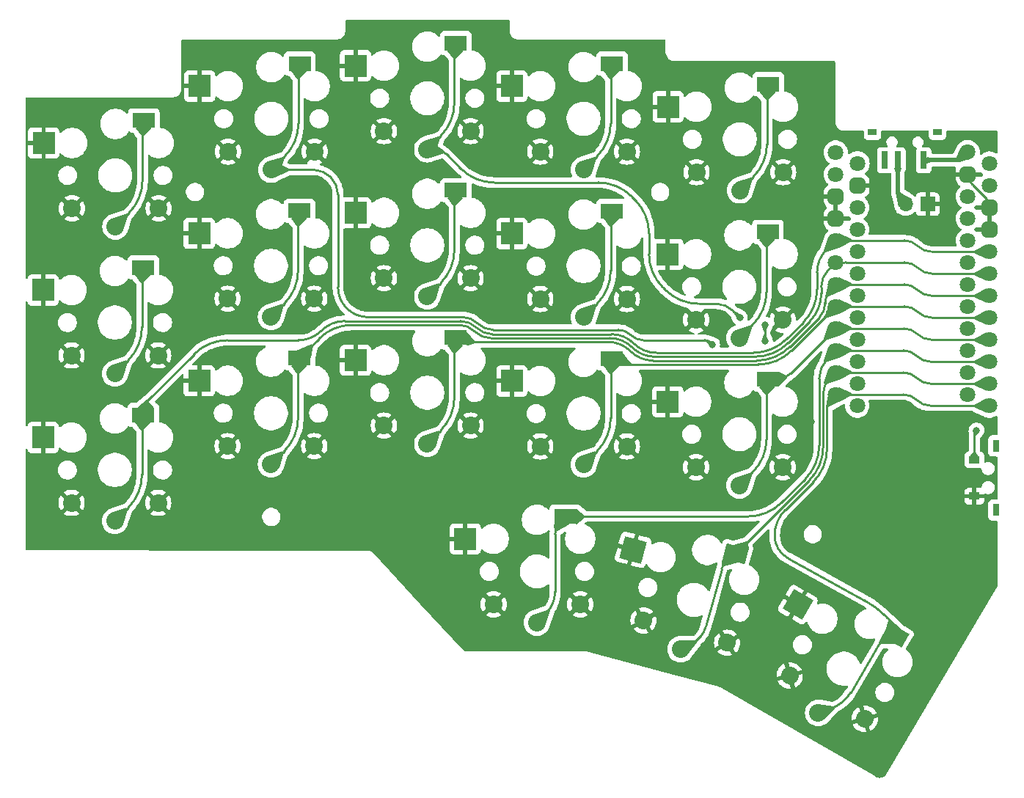
<source format=gbr>
%TF.GenerationSoftware,KiCad,Pcbnew,8.0.4*%
%TF.CreationDate,2024-09-02T16:48:54+07:00*%
%TF.ProjectId,cc36-rounded,63633336-2d72-46f7-956e-6465642e6b69,rev?*%
%TF.SameCoordinates,Original*%
%TF.FileFunction,Copper,L1,Top*%
%TF.FilePolarity,Positive*%
%FSLAX46Y46*%
G04 Gerber Fmt 4.6, Leading zero omitted, Abs format (unit mm)*
G04 Created by KiCad (PCBNEW 8.0.4) date 2024-09-02 16:48:54*
%MOMM*%
%LPD*%
G01*
G04 APERTURE LIST*
G04 Aperture macros list*
%AMRoundRect*
0 Rectangle with rounded corners*
0 $1 Rounding radius*
0 $2 $3 $4 $5 $6 $7 $8 $9 X,Y pos of 4 corners*
0 Add a 4 corners polygon primitive as box body*
4,1,4,$2,$3,$4,$5,$6,$7,$8,$9,$2,$3,0*
0 Add four circle primitives for the rounded corners*
1,1,$1+$1,$2,$3*
1,1,$1+$1,$4,$5*
1,1,$1+$1,$6,$7*
1,1,$1+$1,$8,$9*
0 Add four rect primitives between the rounded corners*
20,1,$1+$1,$2,$3,$4,$5,0*
20,1,$1+$1,$4,$5,$6,$7,0*
20,1,$1+$1,$6,$7,$8,$9,0*
20,1,$1+$1,$8,$9,$2,$3,0*%
%AMRotRect*
0 Rectangle, with rotation*
0 The origin of the aperture is its center*
0 $1 length*
0 $2 width*
0 $3 Rotation angle, in degrees counterclockwise*
0 Add horizontal line*
21,1,$1,$2,0,0,$3*%
G04 Aperture macros list end*
%TA.AperFunction,ComponentPad*%
%ADD10C,2.032000*%
%TD*%
%TA.AperFunction,SMDPad,CuDef*%
%ADD11R,2.625000X1.800000*%
%TD*%
%TA.AperFunction,SMDPad,CuDef*%
%ADD12R,2.600000X2.600000*%
%TD*%
%TA.AperFunction,SMDPad,CuDef*%
%ADD13RotRect,2.600000X2.600000X330.000000*%
%TD*%
%TA.AperFunction,SMDPad,CuDef*%
%ADD14RotRect,2.625000X1.800000X330.000000*%
%TD*%
%TA.AperFunction,SMDPad,CuDef*%
%ADD15RotRect,2.625000X1.800000X345.000000*%
%TD*%
%TA.AperFunction,SMDPad,CuDef*%
%ADD16RotRect,2.600000X2.600000X345.000000*%
%TD*%
%TA.AperFunction,ComponentPad*%
%ADD17C,1.800000*%
%TD*%
%TA.AperFunction,ComponentPad*%
%ADD18RoundRect,0.450000X0.450000X0.450000X-0.450000X0.450000X-0.450000X-0.450000X0.450000X-0.450000X0*%
%TD*%
%TA.AperFunction,SMDPad,CuDef*%
%ADD19R,0.800000X1.450000*%
%TD*%
%TA.AperFunction,SMDPad,CuDef*%
%ADD20R,1.270000X0.900000*%
%TD*%
%TA.AperFunction,ComponentPad*%
%ADD21O,1.700000X1.700000*%
%TD*%
%TA.AperFunction,ComponentPad*%
%ADD22R,1.700000X1.700000*%
%TD*%
%TA.AperFunction,ComponentPad*%
%ADD23RoundRect,0.450000X-0.450000X-0.450000X0.450000X-0.450000X0.450000X0.450000X-0.450000X0.450000X0*%
%TD*%
%TA.AperFunction,SMDPad,CuDef*%
%ADD24R,1.000000X0.800000*%
%TD*%
%TA.AperFunction,SMDPad,CuDef*%
%ADD25R,0.800000X2.000000*%
%TD*%
%TA.AperFunction,ViaPad*%
%ADD26C,0.800000*%
%TD*%
%TA.AperFunction,Conductor*%
%ADD27C,0.500000*%
%TD*%
%TA.AperFunction,Conductor*%
%ADD28C,0.250000*%
%TD*%
G04 APERTURE END LIST*
D10*
%TO.P,SW12,1,1*%
%TO.N,Switch12*%
X157940000Y-84340000D03*
D11*
X161227500Y-72090000D03*
D12*
%TO.P,SW12,2,2*%
%TO.N,gnd*%
X149665000Y-74690000D03*
D10*
X152940000Y-82240000D03*
X162940000Y-82240000D03*
%TD*%
%TO.P,SW10,1,1*%
%TO.N,Switch10*%
X121910000Y-79540000D03*
D11*
X125197500Y-67290000D03*
D12*
%TO.P,SW10,2,2*%
%TO.N,gnd*%
X113635000Y-69890000D03*
D10*
X116910000Y-77440000D03*
X126910000Y-77440000D03*
%TD*%
%TO.P,SW18,1,1*%
%TO.N,Switch18*%
X157940000Y-101358000D03*
D11*
X161227500Y-89107999D03*
D12*
%TO.P,SW18,2,2*%
%TO.N,gnd*%
X149665000Y-91708000D03*
D10*
X152940000Y-99258000D03*
X162940000Y-99258000D03*
%TD*%
%TO.P,SW15,1,1*%
%TO.N,Switch15*%
X103870000Y-98928000D03*
D11*
X107157500Y-86678000D03*
D12*
%TO.P,SW15,2,2*%
%TO.N,gnd*%
X95595000Y-89278000D03*
D10*
X98870000Y-96828000D03*
X108870000Y-96828000D03*
%TD*%
%TO.P,SW21,2,2*%
%TO.N,gnd*%
X172400127Y-128301348D03*
X163739873Y-123301349D03*
D13*
X164678640Y-115125356D03*
D14*
%TO.P,SW21,1,1*%
%TO.N,Switch21*%
X175992059Y-118654940D03*
D10*
X167020000Y-127620000D03*
%TD*%
%TO.P,SW20,1,1*%
%TO.N,Switch20*%
X151160000Y-120260000D03*
D15*
X157506014Y-109278277D03*
D16*
%TO.P,SW20,2,2*%
%TO.N,gnd*%
X145664567Y-108797089D03*
D10*
X146873890Y-116937461D03*
X156533149Y-119525651D03*
%TD*%
%TO.P,SW19,1,1*%
%TO.N,Switch19*%
X134570000Y-117190000D03*
D11*
X137857500Y-104939999D03*
D12*
%TO.P,SW19,2,2*%
%TO.N,gnd*%
X126295000Y-107540000D03*
D10*
X129570000Y-115090000D03*
X139570000Y-115090000D03*
%TD*%
%TO.P,SW17,1,1*%
%TO.N,Switch17*%
X139954000Y-98950000D03*
D11*
X143241500Y-86700000D03*
D12*
%TO.P,SW17,2,2*%
%TO.N,gnd*%
X131679000Y-89300000D03*
D10*
X134954000Y-96850000D03*
X144954000Y-96850000D03*
%TD*%
%TO.P,SW16,1,1*%
%TO.N,Switch16*%
X121910000Y-96558000D03*
D11*
X125197500Y-84308000D03*
D12*
%TO.P,SW16,2,2*%
%TO.N,gnd*%
X113635000Y-86908000D03*
D10*
X116910000Y-94458000D03*
X126910000Y-94458000D03*
%TD*%
%TO.P,SW14,1,1*%
%TO.N,Switch14*%
X85852000Y-105468000D03*
D11*
X89139500Y-93218000D03*
D12*
%TO.P,SW14,2,2*%
%TO.N,gnd*%
X77577000Y-95818000D03*
D10*
X80852000Y-103368000D03*
X90852000Y-103368000D03*
%TD*%
%TO.P,SW11,1,1*%
%TO.N,Switch11*%
X139954000Y-81932000D03*
D11*
X143241500Y-69682000D03*
D12*
%TO.P,SW11,2,2*%
%TO.N,gnd*%
X131679000Y-72282000D03*
D10*
X134954000Y-79832000D03*
X144954000Y-79832000D03*
%TD*%
%TO.P,SW9,1,1*%
%TO.N,Switch9*%
X103870000Y-81910000D03*
D11*
X107157500Y-69660000D03*
D12*
%TO.P,SW9,2,2*%
%TO.N,gnd*%
X95595000Y-72260000D03*
D10*
X98870000Y-79810000D03*
X108870000Y-79810000D03*
%TD*%
%TO.P,SW8,1,1*%
%TO.N,Switch8*%
X85852000Y-88450000D03*
D11*
X89139500Y-76200000D03*
D12*
%TO.P,SW8,2,2*%
%TO.N,gnd*%
X77577000Y-78800000D03*
D10*
X80852000Y-86350000D03*
X90852000Y-86350000D03*
%TD*%
%TO.P,SW6,1,1*%
%TO.N,Switch6*%
X157988000Y-67300000D03*
D11*
X161275500Y-55050000D03*
D12*
%TO.P,SW6,2,2*%
%TO.N,gnd*%
X149713000Y-57650000D03*
D10*
X152988000Y-65200000D03*
X162988000Y-65200000D03*
%TD*%
%TO.P,SW5,1,1*%
%TO.N,Switch5*%
X139954000Y-64920000D03*
D11*
X143241500Y-52670000D03*
D12*
%TO.P,SW5,2,2*%
%TO.N,gnd*%
X131679000Y-55270000D03*
D10*
X134954000Y-62820000D03*
X144954000Y-62820000D03*
%TD*%
%TO.P,SW4,1,1*%
%TO.N,Switch4*%
X121910000Y-62560000D03*
D11*
X125197500Y-50310000D03*
D12*
%TO.P,SW4,2,2*%
%TO.N,gnd*%
X113635000Y-52910000D03*
D10*
X116910000Y-60460000D03*
X126910000Y-60460000D03*
%TD*%
%TO.P,SW3,1,1*%
%TO.N,Switch3*%
X103910000Y-64920000D03*
D11*
X107197500Y-52670000D03*
D12*
%TO.P,SW3,2,2*%
%TO.N,gnd*%
X95635000Y-55270000D03*
D10*
X98910000Y-62820000D03*
X108910000Y-62820000D03*
%TD*%
%TO.P,SW2,1,1*%
%TO.N,Switch2*%
X85910000Y-71480000D03*
D11*
X89197500Y-59230000D03*
D12*
%TO.P,SW2,2,2*%
%TO.N,gnd*%
X77635000Y-61830000D03*
D10*
X80910000Y-69380000D03*
X90910000Y-69380000D03*
%TD*%
D17*
%TO.P,U1,1,P0.06*%
%TO.N,Switch6*%
X169060000Y-62920000D03*
%TO.P,U1,2,P0.08*%
%TO.N,Switch5*%
X169060000Y-65460000D03*
D18*
%TO.P,U1,3,GND*%
%TO.N,gnd*%
X169060000Y-68000000D03*
%TO.P,U1,4,GND*%
X169060000Y-70540000D03*
D17*
%TO.P,U1,5,P0.17*%
%TO.N,Switch14*%
X169060000Y-73080000D03*
%TO.P,U1,6,P0.20*%
%TO.N,Switch15*%
X169060000Y-75620000D03*
%TO.P,U1,7,P0.22*%
%TO.N,Switch16*%
X169060000Y-78160000D03*
%TO.P,U1,8,P0.24*%
%TO.N,Switch17*%
X169060000Y-80700000D03*
%TO.P,U1,9,P1.00*%
%TO.N,Switch18*%
X169060000Y-83240000D03*
%TO.P,U1,10,P0.11*%
%TO.N,Switch19*%
X169060000Y-85780000D03*
%TO.P,U1,11,P1.04-LF*%
%TO.N,Switch20*%
X169060000Y-88320000D03*
%TO.P,U1,12,P1.06-LF*%
%TO.N,Switch21*%
X169060000Y-90860000D03*
%TO.P,U1,13,P0.09-LF*%
%TO.N,Switch8*%
X184300000Y-90860000D03*
%TO.P,U1,14,P0.10-LF*%
%TO.N,Switch9*%
X184300000Y-88320000D03*
%TO.P,U1,15,P1.11-LF*%
%TO.N,Switch10*%
X184300000Y-85780000D03*
%TO.P,U1,16,P1.13-LF*%
%TO.N,Switch11*%
X184300000Y-83240000D03*
%TO.P,U1,17,P1.15-LF*%
%TO.N,Switch3*%
X184300000Y-80700000D03*
%TO.P,U1,18,P0.02-LF*%
%TO.N,Switch4*%
X184300000Y-78160000D03*
%TO.P,U1,19,P0.29-LF*%
%TO.N,Switch12*%
X184300000Y-75620000D03*
%TO.P,U1,20,P0.31-LF*%
%TO.N,Switch2*%
X184300000Y-73080000D03*
%TO.P,U1,21,3V3*%
%TO.N,unconnected-(U1-3V3-Pad21)*%
X184300000Y-70540000D03*
%TO.P,U1,22,RST*%
%TO.N,reset*%
X184300000Y-68000000D03*
D18*
%TO.P,U1,23,GND*%
%TO.N,gnd*%
X184300000Y-65460000D03*
D17*
%TO.P,U1,24,BAT+*%
%TO.N,+BATT*%
X184280000Y-62890000D03*
%TD*%
D19*
%TO.P,SW_RST1,4*%
%TO.N,N/C*%
X187550000Y-96799999D03*
%TO.P,SW_RST1,3*%
X187550000Y-104200001D03*
D20*
%TO.P,SW_RST1,2,2*%
%TO.N,reset*%
X185050000Y-98400000D03*
%TO.P,SW_RST1,1,1*%
%TO.N,gnd*%
X185050000Y-102600000D03*
%TD*%
D21*
%TO.P,BT1,1,+*%
%TO.N,Net-(BT1-+)*%
X177129999Y-68900000D03*
D22*
%TO.P,BT1,2,-*%
%TO.N,gnd*%
X179670001Y-68900000D03*
%TD*%
D17*
%TO.P,U2,24,BAT+*%
%TO.N,+BATT*%
X171570000Y-64180000D03*
D23*
%TO.P,U2,23,GND*%
%TO.N,gnd*%
X171550000Y-66750000D03*
D17*
%TO.P,U2,22,RST*%
%TO.N,reset*%
X171550000Y-69290000D03*
%TO.P,U2,21,3V3*%
%TO.N,unconnected-(U2-3V3-Pad21)*%
X171550000Y-71830000D03*
%TO.P,U2,20,P0.31-LF*%
%TO.N,Switch2*%
X171550000Y-74370000D03*
%TO.P,U2,19,P0.29-LF*%
%TO.N,Switch12*%
X171550000Y-76910000D03*
%TO.P,U2,18,P0.02-LF*%
%TO.N,Switch4*%
X171550000Y-79450000D03*
%TO.P,U2,17,P1.15-LF*%
%TO.N,Switch3*%
X171550000Y-81990000D03*
%TO.P,U2,16,P1.13-LF*%
%TO.N,Switch11*%
X171550000Y-84530000D03*
%TO.P,U2,15,P1.11-LF*%
%TO.N,Switch10*%
X171550000Y-87070000D03*
%TO.P,U2,14,P0.10-LF*%
%TO.N,Switch9*%
X171550000Y-89610000D03*
%TO.P,U2,13,P0.09-LF*%
%TO.N,Switch8*%
X171550000Y-92150000D03*
%TO.P,U2,12,P1.06-LF*%
%TO.N,Switch21*%
X186790000Y-92150000D03*
%TO.P,U2,11,P1.04-LF*%
%TO.N,Switch20*%
X186790000Y-89610000D03*
%TO.P,U2,10,P0.11*%
%TO.N,Switch19*%
X186790000Y-87070000D03*
%TO.P,U2,9,P1.00*%
%TO.N,Switch18*%
X186790000Y-84530000D03*
%TO.P,U2,8,P0.24*%
%TO.N,Switch17*%
X186790000Y-81990000D03*
%TO.P,U2,7,P0.22*%
%TO.N,Switch16*%
X186790000Y-79450000D03*
%TO.P,U2,6,P0.20*%
%TO.N,Switch15*%
X186790000Y-76910000D03*
%TO.P,U2,5,P0.17*%
%TO.N,Switch14*%
X186790000Y-74370000D03*
D23*
%TO.P,U2,4,GND*%
%TO.N,gnd*%
X186790000Y-71830000D03*
%TO.P,U2,3,GND*%
X186790000Y-69290000D03*
D17*
%TO.P,U2,2,P0.08*%
%TO.N,Switch5*%
X186790000Y-66750000D03*
%TO.P,U2,1,P0.06*%
%TO.N,Switch6*%
X186790000Y-64210000D03*
%TD*%
D24*
%TO.P,SW_POWER1,GND*%
%TO.N,N/C*%
X173300000Y-60600000D03*
X180800000Y-60600000D03*
D25*
%TO.P,SW_POWER1,COM,COM*%
%TO.N,Net-(BT1-+)*%
X176227000Y-63825001D03*
%TO.P,SW_POWER1,2,2*%
%TO.N,+BATT*%
X179227000Y-63825001D03*
%TO.P,SW_POWER1,1,1*%
%TO.N,unconnected-(SW_POWER1-Pad1)*%
X174727000Y-63825001D03*
%TD*%
D26*
%TO.N,gnd*%
X166200000Y-94000000D03*
%TO.N,Switch4*%
X160900000Y-84700000D03*
X160900000Y-82800000D03*
X158000000Y-82000000D03*
%TO.N,Switch3*%
X154800000Y-85100000D03*
%TO.N,reset*%
X185300000Y-95000000D03*
%TD*%
D27*
%TO.N,+BATT*%
X184097499Y-63402500D02*
G75*
G02*
X183077493Y-63824997I-1019999J1020000D01*
G01*
%TO.N,Net-(BT1-+)*%
X176227000Y-67358484D02*
G75*
G03*
X176678494Y-68448505I1541500J-16D01*
G01*
D28*
%TO.N,Switch21*%
X178405000Y-91505000D02*
G75*
G03*
X176847832Y-90859987I-1557200J-1557200D01*
G01*
X168555000Y-91365000D02*
G75*
G03*
X168049991Y-92584177I1219200J-1219200D01*
G01*
X175624635Y-117248285D02*
G75*
G02*
X175992043Y-118135324I-887035J-887015D01*
G01*
X162000000Y-107160343D02*
G75*
G03*
X163523067Y-109740637I2947300J43D01*
G01*
X175992059Y-118135324D02*
G75*
G02*
X175491616Y-118794787I-684759J24D01*
G01*
X175196029Y-118877470D02*
G75*
G03*
X173981714Y-119812894I550971J-1971130D01*
G01*
X163230122Y-104190563D02*
G75*
G03*
X162000029Y-107160343I2969778J-2969737D01*
G01*
X170796904Y-125241639D02*
G75*
G02*
X168509995Y-127109984I-3661704J2148239D01*
G01*
X178405000Y-91505000D02*
G75*
G03*
X179962167Y-92150013I1557200J1557200D01*
G01*
X172404678Y-114642900D02*
G75*
G02*
X174884211Y-116507847I-5351978J-9696500D01*
G01*
X168050000Y-97116723D02*
G75*
G02*
X166456206Y-100964478I-5441600J23D01*
G01*
%TO.N,Switch20*%
X167600000Y-96930327D02*
G75*
G02*
X166006204Y-100778080I-5441600J27D01*
G01*
X178415000Y-88965000D02*
G75*
G03*
X176857832Y-88319987I-1557200J-1557200D01*
G01*
X158100409Y-108683881D02*
G75*
G02*
X156803009Y-109739141I-5775109J5775081D01*
G01*
X156803007Y-109739138D02*
G75*
G03*
X155878824Y-111010983I1216493J-1855662D01*
G01*
X178415000Y-88965000D02*
G75*
G03*
X179972167Y-89610013I1557200J1557200D01*
G01*
X168330000Y-89050000D02*
G75*
G03*
X167599990Y-90812375I1762400J-1762400D01*
G01*
X154073014Y-117632279D02*
G75*
G02*
X152429993Y-119629986I-3046114J830779D01*
G01*
%TO.N,Switch19*%
X178425000Y-86425000D02*
G75*
G03*
X179982167Y-87070013I1557200J1557200D01*
G01*
X137258500Y-105538999D02*
G75*
G03*
X136659505Y-106985112I1446100J-1446101D01*
G01*
X167150000Y-96743931D02*
G75*
G02*
X165556202Y-100591682I-5441600J31D01*
G01*
X136659500Y-113623000D02*
G75*
G02*
X135614750Y-116145250I-3567000J0D01*
G01*
X168105000Y-86735000D02*
G75*
G03*
X167149989Y-89040573I2305600J-2305600D01*
G01*
X178425000Y-86425000D02*
G75*
G03*
X176867832Y-85779987I-1557200J-1557200D01*
G01*
X162801688Y-103346206D02*
G75*
G02*
X158953932Y-104940007I-3847788J3847806D01*
G01*
%TO.N,Switch17*%
X143079000Y-93615291D02*
G75*
G02*
X141516503Y-97387503I-5334700J-9D01*
G01*
X178545000Y-81345000D02*
G75*
G03*
X180102167Y-81990013I1557200J1557200D01*
G01*
X143322750Y-86781250D02*
G75*
G03*
X143160250Y-86781250I-81250J-81249D01*
G01*
X143160250Y-86781250D02*
G75*
G03*
X143079002Y-86977404I196150J-196150D01*
G01*
X178545000Y-81345000D02*
G75*
G03*
X176987832Y-80699987I-1557200J-1557200D01*
G01*
X163953792Y-85806207D02*
G75*
G02*
X160106036Y-87400010I-3847792J3847807D01*
G01*
X143591500Y-87050000D02*
G75*
G03*
X144436474Y-87400010I845000J845000D01*
G01*
%TO.N,Switch16*%
X163767396Y-85356207D02*
G75*
G02*
X159919640Y-86950013I-3847796J3847807D01*
G01*
X145375000Y-85875000D02*
G75*
G03*
X142779720Y-84799992I-2595300J-2595300D01*
G01*
X167835000Y-80336802D02*
G75*
G02*
X167161983Y-81961638I-2297900J2D01*
G01*
X125278750Y-84389250D02*
G75*
G03*
X125116250Y-84389250I-81250J-81249D01*
G01*
X178505000Y-78805000D02*
G75*
G03*
X180062167Y-79450013I1557200J1557200D01*
G01*
X168447500Y-78772500D02*
G75*
G03*
X167835002Y-80251205I1478700J-1478700D01*
G01*
X145375000Y-85875000D02*
G75*
G03*
X147970279Y-86950008I2595300J2595300D01*
G01*
X125443500Y-84554000D02*
G75*
G03*
X126037396Y-84800001I593900J593900D01*
G01*
X125116250Y-84389250D02*
G75*
G03*
X125035002Y-84585404I196150J-196150D01*
G01*
X125035000Y-91223291D02*
G75*
G02*
X123472503Y-94995503I-5334700J-9D01*
G01*
X178505000Y-78805000D02*
G75*
G03*
X176947832Y-78159987I-1557200J-1557200D01*
G01*
%TO.N,Switch15*%
X170244403Y-75620000D02*
G75*
G03*
X168222499Y-76457499I-3J-2859400D01*
G01*
X145561396Y-85425000D02*
G75*
G03*
X148156675Y-86500011I2595304J2595300D01*
G01*
X106995000Y-93593291D02*
G75*
G02*
X105432503Y-97365503I-5334700J-9D01*
G01*
X178565000Y-76265000D02*
G75*
G03*
X180122167Y-76910013I1557200J1557200D01*
G01*
X107076250Y-86759250D02*
G75*
G03*
X106995002Y-86955404I196150J-196150D01*
G01*
X168222500Y-76457500D02*
G75*
G03*
X167385002Y-78479403I2021900J-2021900D01*
G01*
X127391500Y-83591500D02*
G75*
G03*
X125560319Y-82832992I-1831200J-1831200D01*
G01*
X113256463Y-82833000D02*
G75*
G03*
X109408736Y-84426821I37J-5441500D01*
G01*
X167385000Y-79198604D02*
G75*
G02*
X166038945Y-82448256I-4595700J4D01*
G01*
X163581000Y-84906207D02*
G75*
G02*
X159733244Y-86500016I-3847800J3847807D01*
G01*
X127391500Y-83591500D02*
G75*
G03*
X129222680Y-84350008I1831200J1831200D01*
G01*
X145561396Y-85425000D02*
G75*
G03*
X142966116Y-84349994I-2595296J-2595300D01*
G01*
X178565000Y-76265000D02*
G75*
G03*
X177007832Y-75619987I-1557200J-1557200D01*
G01*
X107238749Y-86596749D02*
X107076250Y-86759250D01*
%TO.N,Switch14*%
X109707604Y-83491500D02*
G75*
G02*
X107031448Y-84600021I-2676204J2676200D01*
G01*
X166900000Y-78696848D02*
G75*
G02*
X165306193Y-82544591I-5441600J48D01*
G01*
X145747792Y-84975000D02*
G75*
G03*
X148343071Y-86050014I2595308J2595300D01*
G01*
X167980000Y-74160000D02*
G75*
G03*
X166900021Y-76767350I2607300J-2607300D01*
G01*
X178525000Y-73725000D02*
G75*
G03*
X180082167Y-74370013I1557200J1557200D01*
G01*
X178525000Y-73725000D02*
G75*
G03*
X176967832Y-73079987I-1557200J-1557200D01*
G01*
X145747792Y-84975000D02*
G75*
G03*
X143152512Y-83899997I-2595292J-2595300D01*
G01*
X98861463Y-84600000D02*
G75*
G03*
X95013736Y-86193821I37J-5441500D01*
G01*
X89058250Y-93299250D02*
G75*
G03*
X88977002Y-93495404I196150J-196150D01*
G01*
X127577896Y-83141500D02*
G75*
G03*
X125746715Y-82382995I-1831196J-1831200D01*
G01*
X112383759Y-82383000D02*
G75*
G03*
X109707636Y-83491532I41J-3784600D01*
G01*
X88977000Y-100133291D02*
G75*
G02*
X87414503Y-103905503I-5334700J-9D01*
G01*
X163394604Y-84456207D02*
G75*
G02*
X159546848Y-86050019I-3847804J3847807D01*
G01*
X127577896Y-83141500D02*
G75*
G03*
X129409076Y-83900011I1831204J1831200D01*
G01*
X89546086Y-91661413D02*
G75*
G03*
X89139507Y-92643000I981614J-981587D01*
G01*
X89139500Y-93103095D02*
G75*
G02*
X89058251Y-93299251I-277400J-5D01*
G01*
%TO.N,Switch12*%
X161146250Y-72171250D02*
G75*
G03*
X161065002Y-72367404I196150J-196150D01*
G01*
X161065000Y-79005291D02*
G75*
G02*
X159502503Y-82777503I-5334700J-9D01*
G01*
%TO.N,Switch11*%
X143160250Y-69763250D02*
G75*
G03*
X143079002Y-69959404I196150J-196150D01*
G01*
X143079000Y-76597291D02*
G75*
G02*
X141516503Y-80369503I-5334700J-9D01*
G01*
%TO.N,Switch10*%
X125116250Y-67371250D02*
G75*
G03*
X125035002Y-67567404I196150J-196150D01*
G01*
X125035000Y-74205291D02*
G75*
G02*
X123472503Y-77977503I-5334700J-9D01*
G01*
%TO.N,Switch9*%
X107076250Y-69741250D02*
G75*
G03*
X106995002Y-69937404I196150J-196150D01*
G01*
X106995000Y-76575291D02*
G75*
G02*
X105432503Y-80347503I-5334700J-9D01*
G01*
%TO.N,Switch8*%
X89058250Y-76281250D02*
G75*
G03*
X88977002Y-76477404I196150J-196150D01*
G01*
X88977000Y-83115291D02*
G75*
G02*
X87414503Y-86887503I-5334700J-9D01*
G01*
%TO.N,Switch6*%
X161194250Y-55131250D02*
G75*
G03*
X161113002Y-55327404I196150J-196150D01*
G01*
X161113000Y-61965291D02*
G75*
G02*
X159550503Y-65737503I-5334700J-9D01*
G01*
%TO.N,Switch5*%
X143079000Y-59585291D02*
G75*
G02*
X141516503Y-63357503I-5334700J-9D01*
G01*
X143160250Y-52751250D02*
G75*
G03*
X143079002Y-52947404I196150J-196150D01*
G01*
%TO.N,Switch4*%
X125035000Y-57225291D02*
G75*
G02*
X123472503Y-60997503I-5334700J-9D01*
G01*
X122493363Y-61976636D02*
G75*
G03*
X122735000Y-62560045I241637J-241664D01*
G01*
X157193730Y-81193730D02*
G75*
G03*
X155247223Y-80387433I-1946530J-1946470D01*
G01*
X147500000Y-74646036D02*
G75*
G03*
X149093800Y-78493784I5441600J36D01*
G01*
X145493792Y-67993792D02*
G75*
G03*
X141646036Y-66399989I-3847792J-3847808D01*
G01*
X145906207Y-68406207D02*
G75*
G02*
X147500011Y-72253963I-3847807J-3847793D01*
G01*
X125806207Y-64806207D02*
G75*
G03*
X129653963Y-66400011I3847793J3847807D01*
G01*
X125116250Y-50391250D02*
G75*
G03*
X125035002Y-50587404I196150J-196150D01*
G01*
X124143363Y-63143363D02*
G75*
G03*
X122735000Y-62559992I-1408363J-1408337D01*
G01*
X149393668Y-78793668D02*
G75*
G03*
X153241424Y-80387440I3847732J3847768D01*
G01*
%TO.N,Switch3*%
X127739292Y-82666500D02*
G75*
G03*
X129510117Y-83399995I1770808J1770800D01*
G01*
X110760000Y-65760000D02*
G75*
G02*
X111599984Y-67787939I-2027900J-2027900D01*
G01*
X127739292Y-82666500D02*
G75*
G03*
X125968466Y-81933016I-1770792J-1770800D01*
G01*
X107116250Y-52751250D02*
G75*
G03*
X107035002Y-52947404I196150J-196150D01*
G01*
X110760000Y-65760000D02*
G75*
G03*
X108732060Y-64920016I-2027900J-2027900D01*
G01*
X107035000Y-59585291D02*
G75*
G02*
X105472503Y-63357503I-5334700J-9D01*
G01*
X145408303Y-83999115D02*
G75*
G03*
X146854696Y-84598227I1446397J1446415D01*
G01*
X154549115Y-84849115D02*
G75*
G03*
X153943426Y-84598211I-605715J-605685D01*
G01*
X111600000Y-78462451D02*
G75*
G03*
X112616486Y-80916514I3470500J-49D01*
G01*
X145408303Y-83999115D02*
G75*
G03*
X143961910Y-83399990I-1446403J-1446385D01*
G01*
X112616500Y-80916500D02*
G75*
G03*
X115070548Y-81932980I2454000J2454000D01*
G01*
%TO.N,Switch2*%
X89035000Y-66145291D02*
G75*
G02*
X87472503Y-69917503I-5334700J-9D01*
G01*
X89116250Y-59311250D02*
G75*
G03*
X89035002Y-59507404I196150J-196150D01*
G01*
%TO.N,reset*%
X185175000Y-95125000D02*
G75*
G03*
X185049990Y-95426776I301800J-301800D01*
G01*
%TO.N,Switch18*%
X161064999Y-96023293D02*
G75*
G02*
X159502501Y-99795502I-5334699J-7D01*
G01*
X163886556Y-88413443D02*
G75*
G02*
X162209750Y-89108023I-1676856J1676843D01*
G01*
X178485000Y-83885000D02*
G75*
G03*
X180042167Y-84530013I1557200J1557200D01*
G01*
X178485000Y-83885000D02*
G75*
G03*
X176927832Y-83239987I-1557200J-1557200D01*
G01*
X161342405Y-89107999D02*
G75*
G03*
X161146248Y-89189248I-5J-277401D01*
G01*
X161146249Y-89189249D02*
G75*
G03*
X161065001Y-89385405I196151J-196151D01*
G01*
%TO.N,gnd*%
X186499474Y-68311886D02*
G75*
G02*
X186785009Y-69001206I-689274J-689314D01*
G01*
X166200000Y-94999000D02*
G75*
G02*
X165493601Y-96704400I-2411800J0D01*
G01*
X184540000Y-65951206D02*
G75*
G03*
X184823697Y-66636105I968600J6D01*
G01*
X186785000Y-69401464D02*
G75*
G03*
X186787490Y-69407510I8500J-36D01*
G01*
X166200000Y-94999000D02*
X166200000Y-94000000D01*
X165493600Y-96704399D02*
X162940000Y-99258000D01*
%TO.N,Switch4*%
X157193730Y-81193730D02*
X158000000Y-82000000D01*
X155247223Y-80387461D02*
X153241424Y-80387461D01*
X149093792Y-78493792D02*
X149393668Y-78793668D01*
X147500000Y-74646036D02*
X147500000Y-72253963D01*
X145493792Y-67993792D02*
X145906207Y-68406207D01*
X141646036Y-66400000D02*
X129653963Y-66400000D01*
X125806207Y-64806207D02*
X124143363Y-63143363D01*
X160900000Y-82800000D02*
X160900000Y-84700000D01*
%TO.N,Switch3*%
X154800000Y-85100000D02*
X154549115Y-84849115D01*
X146854696Y-84598231D02*
X153943426Y-84598231D01*
X129510117Y-83400000D02*
X143961910Y-83400000D01*
X111600000Y-67787939D02*
X111600000Y-78462451D01*
X125968466Y-81933000D02*
X115070548Y-81933000D01*
X103910000Y-64920000D02*
X108732060Y-64920000D01*
%TO.N,Switch16*%
X125278750Y-84389250D02*
X125443500Y-84554000D01*
X167835000Y-80336802D02*
X167835000Y-80251205D01*
X142779720Y-84800000D02*
X126037396Y-84800000D01*
X159919640Y-86950000D02*
X147970279Y-86950000D01*
X163767396Y-85356207D02*
X167161974Y-81961629D01*
X168447500Y-78772500D02*
X169060000Y-78160000D01*
%TO.N,Switch14*%
X89139500Y-92643000D02*
X89139500Y-93103095D01*
X107031448Y-84600000D02*
X98861463Y-84600000D01*
X95013707Y-86193792D02*
X89546086Y-91661413D01*
X143152512Y-83900000D02*
X129409076Y-83900000D01*
X125746715Y-82383000D02*
X112383759Y-82383000D01*
X148343071Y-86050000D02*
X159546848Y-86050000D01*
X165306206Y-82544604D02*
X163394604Y-84456207D01*
X166900000Y-78696848D02*
X166900000Y-76767350D01*
X167980000Y-74160000D02*
X169060000Y-73080000D01*
%TO.N,Switch15*%
X107238749Y-86596749D02*
X109408707Y-84426792D01*
X167385000Y-78479403D02*
X167385000Y-79198604D01*
X125560319Y-82833000D02*
X113256463Y-82833000D01*
X129222680Y-84350000D02*
X142966116Y-84350000D01*
X148156675Y-86500000D02*
X159733244Y-86500000D01*
X166038948Y-82448259D02*
X163581000Y-84906207D01*
%TO.N,Switch17*%
X143322750Y-86781250D02*
X143591500Y-87050000D01*
X160106036Y-87400000D02*
X144436474Y-87400000D01*
X163953792Y-85806207D02*
X169060000Y-80700000D01*
%TO.N,Switch21*%
X163523056Y-109740656D02*
X172404678Y-114642900D01*
X175624635Y-117248285D02*
X174884204Y-116507854D01*
X163230122Y-104190563D02*
X166456207Y-100964479D01*
X168050000Y-92584177D02*
X168050000Y-97116723D01*
X168555000Y-91365000D02*
X169060000Y-90860000D01*
%TO.N,Switch18*%
X162209750Y-89107999D02*
X161342405Y-89107999D01*
X163886556Y-88413443D02*
X169060000Y-83240000D01*
%TO.N,Switch19*%
X137857500Y-104939999D02*
X158953932Y-104939999D01*
X165556207Y-100591687D02*
X162801688Y-103346206D01*
X167150000Y-96743931D02*
X167150000Y-89040573D01*
X168105000Y-86735000D02*
X169060000Y-85780000D01*
%TO.N,Switch20*%
X166006207Y-100778083D02*
X158100409Y-108683881D01*
X167600000Y-96930327D02*
X167600000Y-90812375D01*
X168330000Y-89050000D02*
X169060000Y-88320000D01*
%TO.N,Switch21*%
X173981754Y-119812918D02*
X170796904Y-125241639D01*
X175491629Y-118794834D02*
X175196029Y-118877470D01*
X168510000Y-127110000D02*
X167020000Y-127620000D01*
%TO.N,Switch20*%
X155878822Y-111010982D02*
X154073014Y-117632279D01*
X152430000Y-119630000D02*
X151160000Y-120260000D01*
%TO.N,Switch18*%
X159502499Y-99795500D02*
X157940000Y-101358000D01*
X161064999Y-96023293D02*
X161064999Y-89385405D01*
%TO.N,reset*%
X185300000Y-95000000D02*
X185175000Y-95125000D01*
X185050000Y-95426776D02*
X185050000Y-98400000D01*
%TO.N,Switch21*%
X179962167Y-92150000D02*
X186790000Y-92150000D01*
X176847832Y-90860000D02*
X169060000Y-90860000D01*
%TO.N,Switch20*%
X179972167Y-89610000D02*
X186790000Y-89610000D01*
X176857832Y-88320000D02*
X169060000Y-88320000D01*
%TO.N,Switch19*%
X179982167Y-87070000D02*
X186790000Y-87070000D01*
X176867832Y-85780000D02*
X169060000Y-85780000D01*
%TO.N,Switch18*%
X180042167Y-84530000D02*
X186790000Y-84530000D01*
X169060000Y-83240000D02*
X176927832Y-83240000D01*
%TO.N,Switch16*%
X180062167Y-79450000D02*
X186790000Y-79450000D01*
X169060000Y-78160000D02*
X176947832Y-78160000D01*
%TO.N,Switch17*%
X180102167Y-81990000D02*
X186790000Y-81990000D01*
X176987832Y-80700000D02*
X169060000Y-80700000D01*
%TO.N,Switch15*%
X180122167Y-76910000D02*
X186790000Y-76910000D01*
X170244403Y-75620000D02*
X177007832Y-75620000D01*
%TO.N,Switch14*%
X180082167Y-74370000D02*
X186790000Y-74370000D01*
X169060000Y-73080000D02*
X176967832Y-73080000D01*
%TO.N,gnd*%
X186787500Y-69407500D02*
X186790000Y-69410000D01*
X186785000Y-69001206D02*
X186785000Y-69401464D01*
X184540000Y-65951206D02*
X184540000Y-65550000D01*
X186499474Y-68311886D02*
X184823695Y-66636107D01*
D27*
%TO.N,+BATT*%
X183077493Y-63825001D02*
X179227000Y-63825001D01*
X184097499Y-63402500D02*
X184520000Y-62980000D01*
%TO.N,Net-(BT1-+)*%
X176227000Y-67358484D02*
X176227000Y-63825001D01*
X176678499Y-68448500D02*
X177129999Y-68900000D01*
D28*
%TO.N,Switch12*%
X159502500Y-82777500D02*
X157940000Y-84340000D01*
X161065000Y-72367404D02*
X161065000Y-79005291D01*
X161146250Y-72171250D02*
X161227500Y-72090000D01*
%TO.N,Switch6*%
X161194250Y-55131250D02*
X161275500Y-55050000D01*
X161113000Y-55327404D02*
X161113000Y-61965291D01*
X159550500Y-65737500D02*
X157988000Y-67300000D01*
%TO.N,Switch11*%
X143160250Y-69763250D02*
X143241500Y-69682000D01*
X143079000Y-69959404D02*
X143079000Y-76597291D01*
X141516500Y-80369500D02*
X139954000Y-81932000D01*
%TO.N,Switch10*%
X125116250Y-67371250D02*
X125197500Y-67290000D01*
X123472500Y-77977500D02*
X121910000Y-79540000D01*
X125035000Y-67567404D02*
X125035000Y-74205291D01*
%TO.N,Switch5*%
X143160250Y-52751250D02*
X143241500Y-52670000D01*
X143079000Y-59585291D02*
X143079000Y-52947404D01*
X141516500Y-63357500D02*
X139954000Y-64920000D01*
%TO.N,Switch4*%
X125116250Y-50391250D02*
X125197500Y-50310000D01*
X125035000Y-57225291D02*
X125035000Y-50587404D01*
X123472499Y-60997499D02*
X122493363Y-61976636D01*
%TO.N,Switch9*%
X107076250Y-69741250D02*
X107157500Y-69660000D01*
X106995000Y-69937404D02*
X106995000Y-76575291D01*
X105432500Y-80347500D02*
X103870000Y-81910000D01*
%TO.N,Switch3*%
X107116250Y-52751250D02*
X107197500Y-52670000D01*
X107035000Y-52947404D02*
X107035000Y-59585291D01*
X103910000Y-64920000D02*
X105472500Y-63357500D01*
%TO.N,Switch2*%
X89116250Y-59311250D02*
X89197500Y-59230000D01*
X89035000Y-66145291D02*
X89035000Y-59507404D01*
X87472500Y-69917500D02*
X85910000Y-71480000D01*
%TO.N,Switch8*%
X89058250Y-76281250D02*
X89139500Y-76200000D01*
X87414500Y-86887500D02*
X85852000Y-88450000D01*
X88977000Y-76477404D02*
X88977000Y-83115291D01*
%TO.N,Switch14*%
X88977000Y-93495404D02*
X88977000Y-100133291D01*
X87414500Y-103905500D02*
X85852000Y-105468000D01*
%TO.N,Switch15*%
X106995000Y-93593291D02*
X106995000Y-86955404D01*
X105432500Y-97365500D02*
X103870000Y-98928000D01*
%TO.N,Switch16*%
X125035000Y-84585404D02*
X125035000Y-91223291D01*
X123472500Y-94995500D02*
X121910000Y-96558000D01*
%TO.N,Switch17*%
X143079000Y-93615291D02*
X143079000Y-86977404D01*
X141516500Y-97387500D02*
X139954000Y-98950000D01*
%TO.N,Switch19*%
X137258500Y-105538999D02*
X137857500Y-104939999D01*
X136659500Y-106985112D02*
X136659500Y-113623000D01*
X135614750Y-116145250D02*
X134570000Y-117190000D01*
%TD*%
%TA.AperFunction,Conductor*%
%TO.N,gnd*%
G36*
X131356539Y-47642185D02*
G01*
X131402294Y-47694989D01*
X131413500Y-47746500D01*
X131413500Y-48959534D01*
X131443898Y-49131937D01*
X131503775Y-49296446D01*
X131591309Y-49448057D01*
X131703836Y-49582163D01*
X131837942Y-49694690D01*
X131837943Y-49694691D01*
X131837945Y-49694692D01*
X131989555Y-49782225D01*
X132154062Y-49842101D01*
X132326468Y-49872500D01*
X132348108Y-49872500D01*
X149299500Y-49872500D01*
X149366539Y-49892185D01*
X149412294Y-49944989D01*
X149423500Y-49996500D01*
X149423500Y-51459534D01*
X149453898Y-51631937D01*
X149513775Y-51796446D01*
X149601309Y-51948057D01*
X149713836Y-52082163D01*
X149847942Y-52194690D01*
X149847943Y-52194691D01*
X149847945Y-52194692D01*
X149999555Y-52282225D01*
X150164062Y-52342101D01*
X150336468Y-52372500D01*
X150350017Y-52372500D01*
X150350870Y-52372555D01*
X150358483Y-52372549D01*
X150358486Y-52372550D01*
X150424686Y-52372500D01*
X150424761Y-52372500D01*
X150497659Y-52372500D01*
X150498488Y-52372443D01*
X168873266Y-52358580D01*
X168940319Y-52378214D01*
X168986113Y-52430983D01*
X168997358Y-52482542D01*
X168999511Y-59429014D01*
X168999483Y-59431674D01*
X168998750Y-59466294D01*
X168998750Y-59466295D01*
X169024458Y-59633864D01*
X169024924Y-59636899D01*
X169030334Y-59652984D01*
X169079161Y-59798159D01*
X169079947Y-59800494D01*
X169162191Y-59952241D01*
X169162194Y-59952244D01*
X169162194Y-59952245D01*
X169169906Y-59962001D01*
X169269224Y-60087648D01*
X169269226Y-60087650D01*
X169269228Y-60087652D01*
X169397871Y-60202704D01*
X169397879Y-60202711D01*
X169544340Y-60294018D01*
X169544346Y-60294020D01*
X169544347Y-60294021D01*
X169704298Y-60358882D01*
X169872997Y-60395371D01*
X169890200Y-60396053D01*
X169905655Y-60398401D01*
X169905689Y-60398147D01*
X169913748Y-60399208D01*
X169913751Y-60399208D01*
X169966890Y-60399208D01*
X169971946Y-60399311D01*
X169973184Y-60399361D01*
X170025067Y-60401479D01*
X170025071Y-60401477D01*
X170025072Y-60401478D01*
X170033165Y-60400748D01*
X170033183Y-60400955D01*
X170048934Y-60399208D01*
X172175500Y-60399208D01*
X172242539Y-60418893D01*
X172288294Y-60471697D01*
X172299500Y-60523208D01*
X172299500Y-61047870D01*
X172299501Y-61047876D01*
X172305908Y-61107483D01*
X172356202Y-61242328D01*
X172356206Y-61242335D01*
X172442452Y-61357544D01*
X172442455Y-61357547D01*
X172557664Y-61443793D01*
X172557671Y-61443797D01*
X172692517Y-61494091D01*
X172692516Y-61494091D01*
X172699444Y-61494835D01*
X172752127Y-61500500D01*
X173847872Y-61500499D01*
X173907483Y-61494091D01*
X174042331Y-61443796D01*
X174157546Y-61357546D01*
X174243796Y-61242331D01*
X174294091Y-61107483D01*
X174300500Y-61047873D01*
X174300499Y-60523207D01*
X174320183Y-60456169D01*
X174372987Y-60410414D01*
X174424499Y-60399208D01*
X179675500Y-60399208D01*
X179742539Y-60418893D01*
X179788294Y-60471697D01*
X179799500Y-60523208D01*
X179799500Y-61047870D01*
X179799501Y-61047876D01*
X179805908Y-61107483D01*
X179856202Y-61242328D01*
X179856206Y-61242335D01*
X179942452Y-61357544D01*
X179942455Y-61357547D01*
X180057664Y-61443793D01*
X180057671Y-61443797D01*
X180192517Y-61494091D01*
X180192516Y-61494091D01*
X180199444Y-61494835D01*
X180252127Y-61500500D01*
X181347872Y-61500499D01*
X181407483Y-61494091D01*
X181542331Y-61443796D01*
X181657546Y-61357546D01*
X181743796Y-61242331D01*
X181794091Y-61107483D01*
X181800500Y-61047873D01*
X181800499Y-60523207D01*
X181820183Y-60456169D01*
X181872987Y-60410414D01*
X181924499Y-60399208D01*
X187604653Y-60399208D01*
X187671692Y-60418893D01*
X187714048Y-60464825D01*
X187717716Y-60471697D01*
X187720621Y-60477140D01*
X187733572Y-60515345D01*
X187737844Y-60541250D01*
X187739496Y-60561463D01*
X187738799Y-62922972D01*
X187719095Y-62990005D01*
X187666277Y-63035745D01*
X187597116Y-63045668D01*
X187555782Y-63031990D01*
X187354509Y-62923067D01*
X187354506Y-62923066D01*
X187354503Y-62923064D01*
X187354497Y-62923062D01*
X187354495Y-62923061D01*
X187134984Y-62847702D01*
X186955201Y-62817702D01*
X186906049Y-62809500D01*
X186673951Y-62809500D01*
X186628164Y-62817140D01*
X186445015Y-62847702D01*
X186225504Y-62923061D01*
X186225495Y-62923064D01*
X186021372Y-63033531D01*
X185872501Y-63149402D01*
X185807507Y-63175044D01*
X185738967Y-63161477D01*
X185688642Y-63113009D01*
X185672511Y-63045027D01*
X185672763Y-63041308D01*
X185685300Y-62890006D01*
X185685300Y-62889993D01*
X185666135Y-62658702D01*
X185666133Y-62658691D01*
X185609157Y-62433699D01*
X185515924Y-62221151D01*
X185388983Y-62026852D01*
X185388980Y-62026849D01*
X185388979Y-62026847D01*
X185231784Y-61856087D01*
X185231779Y-61856083D01*
X185231777Y-61856081D01*
X185048634Y-61713535D01*
X185048628Y-61713531D01*
X184844504Y-61603064D01*
X184844495Y-61603061D01*
X184624984Y-61527702D01*
X184423561Y-61494091D01*
X184396049Y-61489500D01*
X184163951Y-61489500D01*
X184136439Y-61494091D01*
X183935015Y-61527702D01*
X183715504Y-61603061D01*
X183715495Y-61603064D01*
X183511371Y-61713531D01*
X183511365Y-61713535D01*
X183328222Y-61856081D01*
X183328219Y-61856084D01*
X183328216Y-61856086D01*
X183328216Y-61856087D01*
X183269267Y-61920122D01*
X183171016Y-62026852D01*
X183044079Y-62221145D01*
X183044076Y-62221149D01*
X183011244Y-62295997D01*
X182999153Y-62317466D01*
X182992857Y-62326427D01*
X182647579Y-63006628D01*
X182599682Y-63057497D01*
X182537009Y-63074501D01*
X180251499Y-63074501D01*
X180184460Y-63054816D01*
X180138705Y-63002012D01*
X180127499Y-62950501D01*
X180127499Y-62777130D01*
X180127498Y-62777124D01*
X180127497Y-62777117D01*
X180121091Y-62717518D01*
X180117080Y-62706765D01*
X180070797Y-62582672D01*
X180070793Y-62582665D01*
X179984547Y-62467456D01*
X179984544Y-62467453D01*
X179869335Y-62381207D01*
X179869328Y-62381203D01*
X179734482Y-62330909D01*
X179734483Y-62330909D01*
X179674883Y-62324502D01*
X179674881Y-62324501D01*
X179674873Y-62324501D01*
X179674865Y-62324501D01*
X179163764Y-62324501D01*
X179096725Y-62304816D01*
X179050970Y-62252012D01*
X179041026Y-62182854D01*
X179060662Y-62131610D01*
X179126461Y-62033134D01*
X179126461Y-62033133D01*
X179126465Y-62033128D01*
X179175501Y-61914745D01*
X179187170Y-61856081D01*
X179200500Y-61789072D01*
X179200500Y-61660929D01*
X179175502Y-61535262D01*
X179175501Y-61535261D01*
X179175501Y-61535257D01*
X179126465Y-61416874D01*
X179126464Y-61416873D01*
X179126461Y-61416867D01*
X179055276Y-61310332D01*
X179055273Y-61310328D01*
X178964672Y-61219727D01*
X178964668Y-61219724D01*
X178858133Y-61148539D01*
X178858124Y-61148534D01*
X178739744Y-61099500D01*
X178739738Y-61099498D01*
X178614071Y-61074501D01*
X178614069Y-61074501D01*
X178485931Y-61074501D01*
X178485929Y-61074501D01*
X178360261Y-61099498D01*
X178360255Y-61099500D01*
X178241875Y-61148534D01*
X178241866Y-61148539D01*
X178135331Y-61219724D01*
X178135327Y-61219727D01*
X178044726Y-61310328D01*
X178044723Y-61310332D01*
X177973538Y-61416867D01*
X177973533Y-61416876D01*
X177924499Y-61535256D01*
X177924497Y-61535262D01*
X177899500Y-61660929D01*
X177899500Y-61660932D01*
X177899500Y-61789070D01*
X177899500Y-61789072D01*
X177899499Y-61789072D01*
X177924497Y-61914739D01*
X177924499Y-61914745D01*
X177973533Y-62033125D01*
X177973538Y-62033134D01*
X178044723Y-62139669D01*
X178044726Y-62139673D01*
X178135327Y-62230274D01*
X178135331Y-62230277D01*
X178241866Y-62301462D01*
X178241879Y-62301469D01*
X178302134Y-62326427D01*
X178360256Y-62350502D01*
X178360257Y-62350502D01*
X178362961Y-62351622D01*
X178417365Y-62395462D01*
X178439430Y-62461756D01*
X178422151Y-62529456D01*
X178414777Y-62540493D01*
X178383203Y-62582670D01*
X178383202Y-62582672D01*
X178332908Y-62717518D01*
X178326501Y-62777117D01*
X178326501Y-62777124D01*
X178326500Y-62777136D01*
X178326500Y-64872871D01*
X178326501Y-64872877D01*
X178332908Y-64932484D01*
X178383202Y-65067329D01*
X178383206Y-65067336D01*
X178469452Y-65182545D01*
X178469455Y-65182548D01*
X178584664Y-65268794D01*
X178584671Y-65268798D01*
X178719517Y-65319092D01*
X178719516Y-65319092D01*
X178725525Y-65319738D01*
X178779127Y-65325501D01*
X179674872Y-65325500D01*
X179734483Y-65319092D01*
X179869331Y-65268797D01*
X179984546Y-65182547D01*
X180070796Y-65067332D01*
X180121091Y-64932484D01*
X180127500Y-64872874D01*
X180127499Y-64699500D01*
X180147183Y-64632462D01*
X180199987Y-64586707D01*
X180251499Y-64575501D01*
X182821744Y-64575501D01*
X182888783Y-64595186D01*
X182934538Y-64647990D01*
X182944482Y-64717148D01*
X182940960Y-64733612D01*
X182910079Y-64841538D01*
X182910078Y-64841541D01*
X182900000Y-64954902D01*
X182900000Y-65210000D01*
X183866988Y-65210000D01*
X183834075Y-65267007D01*
X183800000Y-65394174D01*
X183800000Y-65525826D01*
X183834075Y-65652993D01*
X183866988Y-65710000D01*
X182900001Y-65710000D01*
X182900001Y-65965098D01*
X182910078Y-66078460D01*
X182963228Y-66264215D01*
X183052686Y-66435474D01*
X183174784Y-66585215D01*
X183324523Y-66707311D01*
X183366700Y-66729343D01*
X183417007Y-66777830D01*
X183433114Y-66845818D01*
X183409907Y-66911721D01*
X183385452Y-66937104D01*
X183348219Y-66966084D01*
X183348216Y-66966086D01*
X183348216Y-66966087D01*
X183316997Y-67000000D01*
X183191016Y-67136852D01*
X183064075Y-67331151D01*
X182970842Y-67543699D01*
X182913866Y-67768691D01*
X182913864Y-67768702D01*
X182894700Y-67999993D01*
X182894700Y-68000006D01*
X182913864Y-68231297D01*
X182913866Y-68231308D01*
X182970842Y-68456300D01*
X183064075Y-68668848D01*
X183191016Y-68863147D01*
X183191019Y-68863151D01*
X183191021Y-68863153D01*
X183348216Y-69033913D01*
X183348219Y-69033915D01*
X183348222Y-69033918D01*
X183525818Y-69172147D01*
X183566631Y-69228857D01*
X183570306Y-69298630D01*
X183535674Y-69359313D01*
X183525818Y-69367853D01*
X183348222Y-69506081D01*
X183348219Y-69506084D01*
X183348216Y-69506086D01*
X183348216Y-69506087D01*
X183310824Y-69546706D01*
X183191016Y-69676852D01*
X183064075Y-69871151D01*
X182970842Y-70083699D01*
X182913866Y-70308691D01*
X182913864Y-70308702D01*
X182894700Y-70539993D01*
X182894700Y-70540006D01*
X182913864Y-70771297D01*
X182913866Y-70771308D01*
X182970842Y-70996300D01*
X183064075Y-71208848D01*
X183191016Y-71403147D01*
X183191019Y-71403151D01*
X183191021Y-71403153D01*
X183348216Y-71573913D01*
X183348219Y-71573915D01*
X183348222Y-71573918D01*
X183525818Y-71712147D01*
X183566631Y-71768857D01*
X183570306Y-71838630D01*
X183535674Y-71899313D01*
X183525818Y-71907853D01*
X183348222Y-72046081D01*
X183348219Y-72046084D01*
X183348216Y-72046086D01*
X183348216Y-72046087D01*
X183338899Y-72056208D01*
X183191016Y-72216852D01*
X183064075Y-72411151D01*
X182970842Y-72623699D01*
X182913866Y-72848691D01*
X182913864Y-72848702D01*
X182894700Y-73079993D01*
X182894700Y-73080006D01*
X182913864Y-73311297D01*
X182913866Y-73311308D01*
X182970091Y-73533330D01*
X182970843Y-73536300D01*
X182985928Y-73570690D01*
X182994831Y-73639989D01*
X182964854Y-73703102D01*
X182905515Y-73739989D01*
X182872372Y-73744500D01*
X180086229Y-73744500D01*
X180078119Y-73744234D01*
X180058454Y-73742944D01*
X179884492Y-73731540D01*
X179868411Y-73729423D01*
X179682077Y-73692356D01*
X179666411Y-73688158D01*
X179486506Y-73627087D01*
X179471521Y-73620880D01*
X179334520Y-73553318D01*
X179301127Y-73536850D01*
X179287091Y-73528746D01*
X179129119Y-73423192D01*
X179116252Y-73413319D01*
X179082333Y-73383573D01*
X178970190Y-73285225D01*
X178964267Y-73279677D01*
X178941202Y-73256612D01*
X178913591Y-73229000D01*
X178913590Y-73228999D01*
X178908295Y-73223704D01*
X178908123Y-73223552D01*
X178869063Y-73184491D01*
X178654301Y-73008240D01*
X178654300Y-73008239D01*
X178654296Y-73008236D01*
X178423292Y-72853883D01*
X178178272Y-72722915D01*
X178148706Y-72710668D01*
X177921586Y-72616589D01*
X177655736Y-72535943D01*
X177383252Y-72481738D01*
X177383246Y-72481737D01*
X177262114Y-72469805D01*
X177106755Y-72454502D01*
X177106751Y-72454501D01*
X177106759Y-72454501D01*
X177029442Y-72454500D01*
X177029441Y-72454500D01*
X176967842Y-72454500D01*
X176967831Y-72454499D01*
X176891892Y-72454499D01*
X176891891Y-72454499D01*
X176884297Y-72454499D01*
X176884281Y-72454500D01*
X172995087Y-72454500D01*
X172928048Y-72434815D01*
X172882293Y-72382011D01*
X172872349Y-72312853D01*
X172877806Y-72290236D01*
X172879153Y-72286306D01*
X172879157Y-72286300D01*
X172936134Y-72061305D01*
X172936135Y-72061297D01*
X172955300Y-71830006D01*
X172955300Y-71829993D01*
X172936135Y-71598702D01*
X172936133Y-71598691D01*
X172879157Y-71373699D01*
X172785924Y-71161151D01*
X172658983Y-70966852D01*
X172658980Y-70966849D01*
X172658979Y-70966847D01*
X172501784Y-70796087D01*
X172324180Y-70657853D01*
X172283368Y-70601143D01*
X172279693Y-70531370D01*
X172314324Y-70470687D01*
X172324181Y-70462146D01*
X172501784Y-70323913D01*
X172658979Y-70153153D01*
X172785924Y-69958849D01*
X172879157Y-69746300D01*
X172936134Y-69521305D01*
X172936183Y-69520719D01*
X172955300Y-69290006D01*
X172955300Y-69289993D01*
X172936135Y-69058702D01*
X172936133Y-69058691D01*
X172879157Y-68833699D01*
X172785924Y-68621151D01*
X172658983Y-68426852D01*
X172658980Y-68426849D01*
X172658979Y-68426847D01*
X172501784Y-68256087D01*
X172469934Y-68231297D01*
X172464548Y-68227105D01*
X172423735Y-68170395D01*
X172420061Y-68100622D01*
X172454693Y-68039939D01*
X172483300Y-68019343D01*
X172525474Y-67997313D01*
X172675215Y-67875215D01*
X172797313Y-67725474D01*
X172886771Y-67554215D01*
X172939920Y-67368461D01*
X172939921Y-67368458D01*
X172949999Y-67255097D01*
X172950000Y-67255095D01*
X172950000Y-67000000D01*
X171983012Y-67000000D01*
X172015925Y-66942993D01*
X172050000Y-66815826D01*
X172050000Y-66684174D01*
X172015925Y-66557007D01*
X171983012Y-66500000D01*
X172949999Y-66500000D01*
X172949999Y-66244907D01*
X172949998Y-66244901D01*
X172939921Y-66131539D01*
X172886771Y-65945784D01*
X172797313Y-65774525D01*
X172675215Y-65624784D01*
X172525474Y-65502686D01*
X172472203Y-65474860D01*
X172421895Y-65426373D01*
X172405788Y-65358385D01*
X172428994Y-65292482D01*
X172453449Y-65267099D01*
X172521784Y-65213913D01*
X172678979Y-65043153D01*
X172805924Y-64848849D01*
X172899157Y-64636300D01*
X172956134Y-64411305D01*
X172956135Y-64411297D01*
X172975300Y-64180006D01*
X172975300Y-64179993D01*
X172956135Y-63948702D01*
X172956133Y-63948691D01*
X172899157Y-63723699D01*
X172805924Y-63511151D01*
X172678983Y-63316852D01*
X172678980Y-63316849D01*
X172678979Y-63316847D01*
X172521784Y-63146087D01*
X172521779Y-63146083D01*
X172521777Y-63146081D01*
X172338634Y-63003535D01*
X172338628Y-63003531D01*
X172134504Y-62893064D01*
X172134495Y-62893061D01*
X171914984Y-62817702D01*
X171743282Y-62789050D01*
X171686049Y-62779500D01*
X171453951Y-62779500D01*
X171408164Y-62787140D01*
X171225015Y-62817702D01*
X171005504Y-62893061D01*
X171005495Y-62893064D01*
X170801372Y-63003531D01*
X170657815Y-63115265D01*
X170592821Y-63140907D01*
X170524281Y-63127340D01*
X170473956Y-63078872D01*
X170457825Y-63010890D01*
X170458077Y-63007171D01*
X170465300Y-62920005D01*
X170465300Y-62919993D01*
X170453463Y-62777136D01*
X173826500Y-62777136D01*
X173826500Y-64872871D01*
X173826501Y-64872877D01*
X173832908Y-64932484D01*
X173883202Y-65067329D01*
X173883206Y-65067336D01*
X173969452Y-65182545D01*
X173969455Y-65182548D01*
X174084664Y-65268794D01*
X174084671Y-65268798D01*
X174219517Y-65319092D01*
X174219516Y-65319092D01*
X174225525Y-65319738D01*
X174279127Y-65325501D01*
X175174872Y-65325500D01*
X175234483Y-65319092D01*
X175294581Y-65296677D01*
X175309167Y-65291237D01*
X175378859Y-65286253D01*
X175440182Y-65319738D01*
X175473666Y-65381062D01*
X175476500Y-65407419D01*
X175476500Y-67438087D01*
X175476506Y-67438216D01*
X175476506Y-67487201D01*
X175490986Y-67615722D01*
X175491483Y-67621237D01*
X175494265Y-67662398D01*
X175497191Y-67676112D01*
X175499140Y-67688098D01*
X175505324Y-67742992D01*
X175505327Y-67743012D01*
X175561151Y-67987598D01*
X175562610Y-67993990D01*
X175564710Y-67999993D01*
X175566233Y-68004345D01*
X175570458Y-68019413D01*
X175783824Y-69019156D01*
X175786083Y-69034228D01*
X175794935Y-69135403D01*
X175794937Y-69135413D01*
X175856093Y-69363655D01*
X175856096Y-69363664D01*
X175893749Y-69444409D01*
X175895585Y-69448541D01*
X175898668Y-69455837D01*
X175902719Y-69463648D01*
X175955963Y-69577829D01*
X175955964Y-69577831D01*
X176053951Y-69717770D01*
X176091504Y-69771401D01*
X176258598Y-69938495D01*
X176333007Y-69990597D01*
X176452164Y-70074032D01*
X176452166Y-70074033D01*
X176452169Y-70074035D01*
X176666336Y-70173903D01*
X176894591Y-70235063D01*
X177065318Y-70250000D01*
X177129998Y-70255659D01*
X177129999Y-70255659D01*
X177130000Y-70255659D01*
X177194680Y-70250000D01*
X177365407Y-70235063D01*
X177593662Y-70173903D01*
X177807829Y-70074035D01*
X178001400Y-69938495D01*
X178123718Y-69816176D01*
X178185037Y-69782694D01*
X178254729Y-69787678D01*
X178310663Y-69829549D01*
X178327578Y-69860527D01*
X178376646Y-69992086D01*
X178376650Y-69992093D01*
X178462810Y-70107187D01*
X178462813Y-70107190D01*
X178577907Y-70193350D01*
X178577914Y-70193354D01*
X178712621Y-70243596D01*
X178712628Y-70243598D01*
X178772156Y-70249999D01*
X178772173Y-70250000D01*
X179420001Y-70250000D01*
X179420001Y-69333012D01*
X179477008Y-69365925D01*
X179604175Y-69400000D01*
X179735827Y-69400000D01*
X179862994Y-69365925D01*
X179920001Y-69333012D01*
X179920001Y-70250000D01*
X180567829Y-70250000D01*
X180567845Y-70249999D01*
X180627373Y-70243598D01*
X180627380Y-70243596D01*
X180762087Y-70193354D01*
X180762094Y-70193350D01*
X180877188Y-70107190D01*
X180877191Y-70107187D01*
X180963351Y-69992093D01*
X180963355Y-69992086D01*
X181013597Y-69857379D01*
X181013599Y-69857372D01*
X181020000Y-69797844D01*
X181020001Y-69797827D01*
X181020001Y-69150000D01*
X180103013Y-69150000D01*
X180135926Y-69092993D01*
X180170001Y-68965826D01*
X180170001Y-68834174D01*
X180135926Y-68707007D01*
X180103013Y-68650000D01*
X181020001Y-68650000D01*
X181020001Y-68002172D01*
X181020000Y-68002155D01*
X181013599Y-67942627D01*
X181013597Y-67942620D01*
X180963355Y-67807913D01*
X180963351Y-67807906D01*
X180877191Y-67692812D01*
X180877188Y-67692809D01*
X180762094Y-67606649D01*
X180762087Y-67606645D01*
X180627380Y-67556403D01*
X180627373Y-67556401D01*
X180567845Y-67550000D01*
X179920001Y-67550000D01*
X179920001Y-68466988D01*
X179862994Y-68434075D01*
X179735827Y-68400000D01*
X179604175Y-68400000D01*
X179477008Y-68434075D01*
X179420001Y-68466988D01*
X179420001Y-67550000D01*
X178772156Y-67550000D01*
X178712628Y-67556401D01*
X178712621Y-67556403D01*
X178577914Y-67606645D01*
X178577907Y-67606649D01*
X178462813Y-67692809D01*
X178462810Y-67692812D01*
X178376650Y-67807906D01*
X178376647Y-67807911D01*
X178327578Y-67939472D01*
X178285706Y-67995405D01*
X178220242Y-68019822D01*
X178151969Y-68004970D01*
X178123715Y-67983820D01*
X178066365Y-67926470D01*
X178001400Y-67861505D01*
X178001396Y-67861502D01*
X178001395Y-67861501D01*
X177807830Y-67725965D01*
X177807828Y-67725964D01*
X177735157Y-67692077D01*
X177718938Y-67682975D01*
X177032876Y-67227119D01*
X176987932Y-67173622D01*
X176977500Y-67123839D01*
X176977500Y-65352484D01*
X176985395Y-65308945D01*
X176989925Y-65296865D01*
X177098723Y-65006735D01*
X177111921Y-64966485D01*
X177112018Y-64965748D01*
X177112843Y-64962443D01*
X177113195Y-64960904D01*
X177113225Y-64960911D01*
X177118760Y-64938733D01*
X177121091Y-64932483D01*
X177127499Y-64872887D01*
X177127499Y-64872883D01*
X177127500Y-64872874D01*
X177127499Y-64857484D01*
X177128580Y-64841147D01*
X177130879Y-64823859D01*
X177130789Y-64815409D01*
X177128560Y-64773063D01*
X177128559Y-64773060D01*
X177128258Y-64767332D01*
X177128264Y-64767331D01*
X177127499Y-64756790D01*
X177127499Y-62777130D01*
X177127498Y-62777124D01*
X177127497Y-62777117D01*
X177121091Y-62717518D01*
X177117080Y-62706765D01*
X177070797Y-62582672D01*
X177070793Y-62582665D01*
X176984547Y-62467456D01*
X176984544Y-62467453D01*
X176869335Y-62381207D01*
X176869328Y-62381203D01*
X176734482Y-62330909D01*
X176734483Y-62330909D01*
X176674883Y-62324502D01*
X176674881Y-62324501D01*
X176674873Y-62324501D01*
X176674865Y-62324501D01*
X176163764Y-62324501D01*
X176096725Y-62304816D01*
X176050970Y-62252012D01*
X176041026Y-62182854D01*
X176060662Y-62131610D01*
X176126461Y-62033134D01*
X176126461Y-62033133D01*
X176126465Y-62033128D01*
X176175501Y-61914745D01*
X176187170Y-61856081D01*
X176200500Y-61789072D01*
X176200500Y-61660929D01*
X176175502Y-61535262D01*
X176175501Y-61535261D01*
X176175501Y-61535257D01*
X176126465Y-61416874D01*
X176126464Y-61416873D01*
X176126461Y-61416867D01*
X176055276Y-61310332D01*
X176055273Y-61310328D01*
X175964672Y-61219727D01*
X175964668Y-61219724D01*
X175858133Y-61148539D01*
X175858124Y-61148534D01*
X175739744Y-61099500D01*
X175739738Y-61099498D01*
X175614071Y-61074501D01*
X175614069Y-61074501D01*
X175485931Y-61074501D01*
X175485929Y-61074501D01*
X175360261Y-61099498D01*
X175360255Y-61099500D01*
X175241875Y-61148534D01*
X175241866Y-61148539D01*
X175135331Y-61219724D01*
X175135327Y-61219727D01*
X175044726Y-61310328D01*
X175044723Y-61310332D01*
X174973538Y-61416867D01*
X174973533Y-61416876D01*
X174924499Y-61535256D01*
X174924497Y-61535262D01*
X174899500Y-61660929D01*
X174899500Y-61660932D01*
X174899500Y-61789070D01*
X174899500Y-61789072D01*
X174899499Y-61789072D01*
X174924497Y-61914739D01*
X174924499Y-61914745D01*
X174973533Y-62033125D01*
X174973538Y-62033134D01*
X175039338Y-62131610D01*
X175060216Y-62198288D01*
X175041731Y-62265668D01*
X174989753Y-62312358D01*
X174936236Y-62324501D01*
X174279129Y-62324501D01*
X174279123Y-62324502D01*
X174219516Y-62330909D01*
X174084671Y-62381203D01*
X174084664Y-62381207D01*
X173969455Y-62467453D01*
X173969452Y-62467456D01*
X173883206Y-62582665D01*
X173883202Y-62582672D01*
X173832908Y-62717518D01*
X173826501Y-62777117D01*
X173826501Y-62777124D01*
X173826500Y-62777136D01*
X170453463Y-62777136D01*
X170446135Y-62688702D01*
X170446133Y-62688691D01*
X170389157Y-62463699D01*
X170295924Y-62251151D01*
X170168983Y-62056852D01*
X170168980Y-62056849D01*
X170168979Y-62056847D01*
X170011784Y-61886087D01*
X170011779Y-61886083D01*
X170011777Y-61886081D01*
X169828634Y-61743535D01*
X169828628Y-61743531D01*
X169624504Y-61633064D01*
X169624495Y-61633061D01*
X169404984Y-61557702D01*
X169225201Y-61527702D01*
X169176049Y-61519500D01*
X168943951Y-61519500D01*
X168898164Y-61527140D01*
X168715015Y-61557702D01*
X168495504Y-61633061D01*
X168495495Y-61633064D01*
X168291371Y-61743531D01*
X168291365Y-61743535D01*
X168108222Y-61886081D01*
X168108219Y-61886084D01*
X168108216Y-61886086D01*
X168108216Y-61886087D01*
X168105219Y-61889343D01*
X167951016Y-62056852D01*
X167824075Y-62251151D01*
X167730842Y-62463699D01*
X167673866Y-62688691D01*
X167673864Y-62688702D01*
X167654700Y-62919993D01*
X167654700Y-62920006D01*
X167673864Y-63151297D01*
X167673866Y-63151308D01*
X167730842Y-63376300D01*
X167824075Y-63588848D01*
X167951016Y-63783147D01*
X167951019Y-63783151D01*
X167951021Y-63783153D01*
X168108216Y-63953913D01*
X168108219Y-63953915D01*
X168108222Y-63953918D01*
X168285818Y-64092147D01*
X168326631Y-64148857D01*
X168330306Y-64218630D01*
X168295674Y-64279313D01*
X168285818Y-64287853D01*
X168108222Y-64426081D01*
X168108219Y-64426084D01*
X167951016Y-64596852D01*
X167824075Y-64791151D01*
X167730842Y-65003699D01*
X167673866Y-65228691D01*
X167673864Y-65228702D01*
X167654700Y-65459993D01*
X167654700Y-65460006D01*
X167673864Y-65691297D01*
X167673866Y-65691308D01*
X167730842Y-65916300D01*
X167824075Y-66128848D01*
X167951016Y-66323147D01*
X167951019Y-66323151D01*
X167951021Y-66323153D01*
X168108216Y-66493913D01*
X168135016Y-66514772D01*
X168145450Y-66522893D01*
X168186263Y-66579604D01*
X168189938Y-66649377D01*
X168155306Y-66710060D01*
X168126701Y-66730655D01*
X168084525Y-66752686D01*
X167934784Y-66874784D01*
X167812686Y-67024525D01*
X167723228Y-67195784D01*
X167670079Y-67381538D01*
X167670078Y-67381541D01*
X167660000Y-67494902D01*
X167660000Y-67750000D01*
X168626988Y-67750000D01*
X168594075Y-67807007D01*
X168560000Y-67934174D01*
X168560000Y-68065826D01*
X168594075Y-68192993D01*
X168626988Y-68250000D01*
X167660001Y-68250000D01*
X167660001Y-68505098D01*
X167670078Y-68618460D01*
X167723228Y-68804215D01*
X167812686Y-68975474D01*
X167934784Y-69125215D01*
X167994488Y-69173898D01*
X168034005Y-69231519D01*
X168036097Y-69301358D01*
X168000099Y-69361240D01*
X167994488Y-69366102D01*
X167934784Y-69414784D01*
X167812686Y-69564525D01*
X167723228Y-69735784D01*
X167670079Y-69921538D01*
X167670078Y-69921541D01*
X167660000Y-70034902D01*
X167660000Y-70290000D01*
X168626988Y-70290000D01*
X168594075Y-70347007D01*
X168560000Y-70474174D01*
X168560000Y-70605826D01*
X168594075Y-70732993D01*
X168626988Y-70790000D01*
X167660001Y-70790000D01*
X167660001Y-71045098D01*
X167670078Y-71158460D01*
X167723228Y-71344215D01*
X167812686Y-71515474D01*
X167934784Y-71665215D01*
X168084523Y-71787311D01*
X168126700Y-71809343D01*
X168177007Y-71857830D01*
X168193114Y-71925818D01*
X168169907Y-71991721D01*
X168145452Y-72017104D01*
X168108219Y-72046084D01*
X168108216Y-72046086D01*
X168108216Y-72046087D01*
X168098899Y-72056208D01*
X167951016Y-72216852D01*
X167824077Y-72411147D01*
X167764469Y-72547035D01*
X167761114Y-72554073D01*
X167746806Y-72581807D01*
X167746800Y-72581820D01*
X167739353Y-72603315D01*
X167735745Y-72612523D01*
X167730843Y-72623697D01*
X167730840Y-72623707D01*
X167728211Y-72634089D01*
X167725174Y-72644238D01*
X167246096Y-74026984D01*
X167223920Y-74066093D01*
X167162459Y-74139341D01*
X166946446Y-74447839D01*
X166758144Y-74773993D01*
X166598982Y-75115322D01*
X166470183Y-75469204D01*
X166470176Y-75469224D01*
X166372710Y-75832991D01*
X166372705Y-75833012D01*
X166307316Y-76203872D01*
X166274497Y-76579049D01*
X166274497Y-76579053D01*
X166274500Y-76743213D01*
X166274500Y-78694415D01*
X166274404Y-78699284D01*
X166259842Y-79069836D01*
X166259078Y-79079543D01*
X166215773Y-79445397D01*
X166214250Y-79455013D01*
X166142374Y-79816348D01*
X166140101Y-79825815D01*
X166040097Y-80180394D01*
X166037088Y-80189654D01*
X165909577Y-80535280D01*
X165905852Y-80544275D01*
X165751604Y-80878862D01*
X165747183Y-80887537D01*
X165567177Y-81208959D01*
X165562090Y-81217261D01*
X165357408Y-81523588D01*
X165351685Y-81531465D01*
X165123603Y-81820784D01*
X165117280Y-81828187D01*
X164865245Y-82100837D01*
X164861870Y-82104347D01*
X164670256Y-82295961D01*
X164608933Y-82329446D01*
X164539241Y-82324462D01*
X164483308Y-82282590D01*
X164458957Y-82218009D01*
X164441966Y-82002116D01*
X164386257Y-81770074D01*
X164294943Y-81549621D01*
X164176769Y-81356781D01*
X163529560Y-82003991D01*
X163502729Y-81939215D01*
X163433236Y-81835211D01*
X163344789Y-81746764D01*
X163240785Y-81677271D01*
X163176008Y-81650439D01*
X163823217Y-81003229D01*
X163630378Y-80885056D01*
X163409924Y-80793742D01*
X163409927Y-80793742D01*
X163177883Y-80738033D01*
X162940000Y-80719312D01*
X162702116Y-80738033D01*
X162470074Y-80793742D01*
X162249621Y-80885056D01*
X162056781Y-81003229D01*
X162703991Y-81650439D01*
X162639215Y-81677271D01*
X162535211Y-81746764D01*
X162446764Y-81835211D01*
X162377271Y-81939215D01*
X162350439Y-82003991D01*
X161703229Y-81356781D01*
X161585056Y-81549621D01*
X161493742Y-81770074D01*
X161461622Y-81903861D01*
X161426830Y-81964453D01*
X161364804Y-81996616D01*
X161295235Y-81990140D01*
X161290612Y-81988192D01*
X161179806Y-81938857D01*
X161179803Y-81938856D01*
X161109240Y-81923857D01*
X161047759Y-81890664D01*
X161013983Y-81829501D01*
X161018635Y-81759786D01*
X161026181Y-81743158D01*
X161063461Y-81674885D01*
X161240319Y-81287619D01*
X161389100Y-80888723D01*
X161509044Y-80480229D01*
X161509432Y-80478445D01*
X161599540Y-80064226D01*
X161601835Y-80048262D01*
X161660129Y-79642814D01*
X161690500Y-79218159D01*
X161690500Y-79005290D01*
X161690500Y-78929341D01*
X161690500Y-78353312D01*
X162338600Y-78353312D01*
X162338600Y-78526687D01*
X162365720Y-78697913D01*
X162419290Y-78862788D01*
X162419291Y-78862791D01*
X162490664Y-79002867D01*
X162497998Y-79017260D01*
X162599899Y-79157514D01*
X162722486Y-79280101D01*
X162862740Y-79382002D01*
X162938502Y-79420604D01*
X163017208Y-79460708D01*
X163017211Y-79460709D01*
X163071804Y-79478447D01*
X163182088Y-79514280D01*
X163257683Y-79526253D01*
X163353313Y-79541400D01*
X163353318Y-79541400D01*
X163526687Y-79541400D01*
X163609695Y-79528252D01*
X163697912Y-79514280D01*
X163862791Y-79460708D01*
X164017260Y-79382002D01*
X164157514Y-79280101D01*
X164280101Y-79157514D01*
X164382002Y-79017260D01*
X164460708Y-78862791D01*
X164514280Y-78697912D01*
X164534028Y-78573229D01*
X164541400Y-78526687D01*
X164541400Y-78353312D01*
X164525622Y-78253702D01*
X164514280Y-78182088D01*
X164473255Y-78055825D01*
X164460709Y-78017211D01*
X164460708Y-78017208D01*
X164410626Y-77918918D01*
X164382002Y-77862740D01*
X164280101Y-77722486D01*
X164157514Y-77599899D01*
X164017260Y-77497998D01*
X163862791Y-77419291D01*
X163862788Y-77419290D01*
X163697913Y-77365720D01*
X163526687Y-77338600D01*
X163526682Y-77338600D01*
X163353318Y-77338600D01*
X163353313Y-77338600D01*
X163182086Y-77365720D01*
X163017211Y-77419290D01*
X163017208Y-77419291D01*
X162862739Y-77497998D01*
X162809244Y-77536865D01*
X162722486Y-77599899D01*
X162722484Y-77599901D01*
X162722483Y-77599901D01*
X162599901Y-77722483D01*
X162599901Y-77722484D01*
X162599899Y-77722486D01*
X162560923Y-77776132D01*
X162497998Y-77862739D01*
X162419291Y-78017208D01*
X162419290Y-78017211D01*
X162365720Y-78182086D01*
X162338600Y-78353312D01*
X161690500Y-78353312D01*
X161690500Y-76189128D01*
X161710185Y-76122089D01*
X161762989Y-76076334D01*
X161832147Y-76066390D01*
X161889985Y-76090752D01*
X161898622Y-76097379D01*
X161965382Y-76148607D01*
X161965385Y-76148608D01*
X161965388Y-76148611D01*
X162164112Y-76263344D01*
X162164117Y-76263346D01*
X162164123Y-76263349D01*
X162228255Y-76289913D01*
X162376113Y-76351158D01*
X162597762Y-76410548D01*
X162825266Y-76440500D01*
X162825273Y-76440500D01*
X163054727Y-76440500D01*
X163054734Y-76440500D01*
X163282238Y-76410548D01*
X163503887Y-76351158D01*
X163715888Y-76263344D01*
X163914612Y-76148611D01*
X164096661Y-76008919D01*
X164096665Y-76008914D01*
X164096670Y-76008911D01*
X164258911Y-75846670D01*
X164258914Y-75846665D01*
X164258919Y-75846661D01*
X164398611Y-75664612D01*
X164513344Y-75465888D01*
X164601158Y-75253887D01*
X164660548Y-75032238D01*
X164690500Y-74804734D01*
X164690500Y-74575266D01*
X164660548Y-74347762D01*
X164601158Y-74126113D01*
X164527634Y-73948611D01*
X164513349Y-73914123D01*
X164513346Y-73914117D01*
X164513344Y-73914112D01*
X164398611Y-73715388D01*
X164398608Y-73715385D01*
X164398607Y-73715382D01*
X164279333Y-73559943D01*
X164258919Y-73533339D01*
X164258918Y-73533338D01*
X164258911Y-73533330D01*
X164096670Y-73371089D01*
X164096661Y-73371081D01*
X163914617Y-73231392D01*
X163715890Y-73116657D01*
X163715876Y-73116650D01*
X163503887Y-73028842D01*
X163426983Y-73008236D01*
X163282238Y-72969452D01*
X163202881Y-72959004D01*
X163148313Y-72951820D01*
X163084417Y-72923553D01*
X163045946Y-72865229D01*
X163040499Y-72828887D01*
X163040499Y-71142128D01*
X163034091Y-71082517D01*
X163034084Y-71082499D01*
X162983797Y-70947671D01*
X162983793Y-70947664D01*
X162897547Y-70832455D01*
X162897544Y-70832452D01*
X162782335Y-70746206D01*
X162782328Y-70746202D01*
X162647482Y-70695908D01*
X162647483Y-70695908D01*
X162587883Y-70689501D01*
X162587881Y-70689500D01*
X162587873Y-70689500D01*
X162587864Y-70689500D01*
X159867129Y-70689500D01*
X159867123Y-70689501D01*
X159807516Y-70695908D01*
X159672671Y-70746202D01*
X159672664Y-70746206D01*
X159557455Y-70832452D01*
X159557452Y-70832455D01*
X159471206Y-70947664D01*
X159471202Y-70947671D01*
X159420908Y-71082517D01*
X159414501Y-71142116D01*
X159414501Y-71142123D01*
X159414500Y-71142135D01*
X159414500Y-71189557D01*
X159394815Y-71256596D01*
X159342011Y-71302351D01*
X159272853Y-71312295D01*
X159209297Y-71283270D01*
X159202819Y-71277238D01*
X159096670Y-71171089D01*
X159096661Y-71171081D01*
X158914617Y-71031392D01*
X158904924Y-71025796D01*
X158758207Y-70941089D01*
X158715890Y-70916657D01*
X158715876Y-70916650D01*
X158503887Y-70828842D01*
X158282238Y-70769452D01*
X158244215Y-70764446D01*
X158054741Y-70739500D01*
X158054734Y-70739500D01*
X157825266Y-70739500D01*
X157825258Y-70739500D01*
X157608715Y-70768009D01*
X157597762Y-70769452D01*
X157533548Y-70786658D01*
X157376112Y-70828842D01*
X157164123Y-70916650D01*
X157164109Y-70916657D01*
X156965382Y-71031392D01*
X156783338Y-71171081D01*
X156621081Y-71333338D01*
X156481392Y-71515382D01*
X156366657Y-71714109D01*
X156366650Y-71714123D01*
X156278842Y-71926112D01*
X156219453Y-72147759D01*
X156219451Y-72147770D01*
X156189500Y-72375258D01*
X156189500Y-72604741D01*
X156211595Y-72772561D01*
X156219452Y-72832238D01*
X156250107Y-72946645D01*
X156278842Y-73053887D01*
X156366650Y-73265876D01*
X156366656Y-73265888D01*
X156481388Y-73464611D01*
X156481392Y-73464617D01*
X156621081Y-73646661D01*
X156621089Y-73646670D01*
X156783330Y-73808911D01*
X156783338Y-73808918D01*
X156783339Y-73808919D01*
X156815170Y-73833344D01*
X156965382Y-73948607D01*
X156965385Y-73948608D01*
X156965388Y-73948611D01*
X157164112Y-74063344D01*
X157164117Y-74063346D01*
X157164123Y-74063349D01*
X157209151Y-74082000D01*
X157376113Y-74151158D01*
X157597762Y-74210548D01*
X157825266Y-74240500D01*
X157825273Y-74240500D01*
X158054727Y-74240500D01*
X158054734Y-74240500D01*
X158282238Y-74210548D01*
X158503887Y-74151158D01*
X158715888Y-74063344D01*
X158914612Y-73948611D01*
X159096661Y-73808919D01*
X159096665Y-73808914D01*
X159096670Y-73808911D01*
X159258911Y-73646670D01*
X159258914Y-73646665D01*
X159258919Y-73646661D01*
X159398611Y-73464612D01*
X159423881Y-73420841D01*
X159474447Y-73372625D01*
X159543054Y-73359401D01*
X159605580Y-73383573D01*
X159672669Y-73433796D01*
X159672671Y-73433797D01*
X159807516Y-73484091D01*
X159833419Y-73486875D01*
X159867127Y-73490500D01*
X159930105Y-73490499D01*
X159997144Y-73510183D01*
X160028120Y-73538543D01*
X160206557Y-73768800D01*
X160406635Y-74026984D01*
X160413514Y-74035860D01*
X160439019Y-74100908D01*
X160439500Y-74111816D01*
X160439500Y-79002867D01*
X160439404Y-79007735D01*
X160425175Y-79369891D01*
X160424412Y-79379597D01*
X160382094Y-79737148D01*
X160380570Y-79746765D01*
X160310335Y-80099859D01*
X160308062Y-80109326D01*
X160210341Y-80455820D01*
X160207333Y-80465080D01*
X160082722Y-80802854D01*
X160078996Y-80811850D01*
X159928269Y-81138803D01*
X159923848Y-81147478D01*
X159747930Y-81461602D01*
X159742843Y-81469903D01*
X159542830Y-81769245D01*
X159537107Y-81777123D01*
X159314218Y-82059855D01*
X159307895Y-82067258D01*
X159099098Y-82293133D01*
X159039137Y-82329000D01*
X158969303Y-82326755D01*
X158911769Y-82287112D01*
X158884801Y-82222657D01*
X158886180Y-82194843D01*
X158884994Y-82194719D01*
X158885672Y-82188259D01*
X158885674Y-82188256D01*
X158905460Y-82000000D01*
X158885674Y-81811744D01*
X158827179Y-81631716D01*
X158732533Y-81467784D01*
X158605871Y-81327112D01*
X158605870Y-81327111D01*
X158452734Y-81215851D01*
X158452729Y-81215848D01*
X158387243Y-81186692D01*
X158371106Y-81178026D01*
X158350719Y-81165051D01*
X158350718Y-81165050D01*
X157822598Y-80926680D01*
X157785930Y-80901340D01*
X157588371Y-80703780D01*
X157587965Y-80703411D01*
X157518669Y-80634113D01*
X157518663Y-80634108D01*
X157518660Y-80634105D01*
X157465916Y-80590818D01*
X157426584Y-80533072D01*
X157424715Y-80463228D01*
X157460903Y-80403460D01*
X157523660Y-80372745D01*
X157560763Y-80372028D01*
X157811207Y-80405000D01*
X157811214Y-80405000D01*
X158068786Y-80405000D01*
X158068793Y-80405000D01*
X158324175Y-80371378D01*
X158572984Y-80304710D01*
X158810962Y-80206136D01*
X159034038Y-80077343D01*
X159238394Y-79920535D01*
X159420535Y-79738394D01*
X159577343Y-79534038D01*
X159706136Y-79310962D01*
X159804710Y-79072984D01*
X159871378Y-78824175D01*
X159905000Y-78568793D01*
X159905000Y-78311207D01*
X159904705Y-78308970D01*
X159900040Y-78273530D01*
X159871378Y-78055825D01*
X159804710Y-77807016D01*
X159718919Y-77599899D01*
X159706140Y-77569047D01*
X159706132Y-77569030D01*
X159577347Y-77345969D01*
X159577343Y-77345962D01*
X159466966Y-77202116D01*
X159420536Y-77141607D01*
X159420530Y-77141600D01*
X159238399Y-76959469D01*
X159238392Y-76959463D01*
X159034046Y-76802663D01*
X159034044Y-76802661D01*
X159034038Y-76802657D01*
X159034033Y-76802654D01*
X159034030Y-76802652D01*
X158810969Y-76673867D01*
X158810952Y-76673859D01*
X158572982Y-76575289D01*
X158415243Y-76533023D01*
X158324175Y-76508622D01*
X158292252Y-76504419D01*
X158068800Y-76475000D01*
X158068793Y-76475000D01*
X157811207Y-76475000D01*
X157811199Y-76475000D01*
X157555825Y-76508622D01*
X157307017Y-76575289D01*
X157069047Y-76673859D01*
X157069030Y-76673867D01*
X156845969Y-76802652D01*
X156845953Y-76802663D01*
X156641607Y-76959463D01*
X156641600Y-76959469D01*
X156459469Y-77141600D01*
X156459463Y-77141607D01*
X156302663Y-77345953D01*
X156302652Y-77345969D01*
X156173867Y-77569030D01*
X156173859Y-77569047D01*
X156075289Y-77807017D01*
X156008622Y-78055825D01*
X155975000Y-78311199D01*
X155975000Y-78568800D01*
X156003184Y-78782872D01*
X156004773Y-78794943D01*
X156008622Y-78824174D01*
X156075289Y-79072982D01*
X156173859Y-79310952D01*
X156173867Y-79310969D01*
X156302652Y-79534030D01*
X156302663Y-79534046D01*
X156461936Y-79741615D01*
X156461080Y-79742271D01*
X156488478Y-79801338D01*
X156478942Y-79870554D01*
X156433499Y-79923627D01*
X156366576Y-79943706D01*
X156329850Y-79938368D01*
X156069086Y-79859263D01*
X156069072Y-79859259D01*
X156069070Y-79859259D01*
X156069065Y-79859258D01*
X155743529Y-79794501D01*
X155743523Y-79794500D01*
X155743521Y-79794500D01*
X155413192Y-79761963D01*
X155413189Y-79761962D01*
X155413196Y-79761962D01*
X155308832Y-79761961D01*
X155308831Y-79761961D01*
X155247229Y-79761961D01*
X155247218Y-79761960D01*
X155171279Y-79761960D01*
X155171278Y-79761960D01*
X155163684Y-79761960D01*
X155163668Y-79761961D01*
X153243845Y-79761961D01*
X153238977Y-79761865D01*
X152868436Y-79747307D01*
X152858730Y-79746544D01*
X152778124Y-79737004D01*
X152713863Y-79709576D01*
X152674631Y-79651760D01*
X152672885Y-79581913D01*
X152709179Y-79522209D01*
X152754379Y-79495932D01*
X152862791Y-79460708D01*
X153017260Y-79382002D01*
X153157514Y-79280101D01*
X153280101Y-79157514D01*
X153382002Y-79017260D01*
X153460708Y-78862791D01*
X153514280Y-78697912D01*
X153534028Y-78573229D01*
X153541400Y-78526687D01*
X153541400Y-78353312D01*
X153525622Y-78253702D01*
X153514280Y-78182088D01*
X153473255Y-78055825D01*
X153460709Y-78017211D01*
X153460708Y-78017208D01*
X153410626Y-77918918D01*
X153382002Y-77862740D01*
X153280101Y-77722486D01*
X153157514Y-77599899D01*
X153017260Y-77497998D01*
X152862791Y-77419291D01*
X152862788Y-77419290D01*
X152697913Y-77365720D01*
X152526687Y-77338600D01*
X152526682Y-77338600D01*
X152353318Y-77338600D01*
X152353313Y-77338600D01*
X152182086Y-77365720D01*
X152017211Y-77419290D01*
X152017208Y-77419291D01*
X151862739Y-77497998D01*
X151809244Y-77536865D01*
X151722486Y-77599899D01*
X151722484Y-77599901D01*
X151722483Y-77599901D01*
X151599901Y-77722483D01*
X151599901Y-77722484D01*
X151599899Y-77722486D01*
X151560923Y-77776132D01*
X151497998Y-77862739D01*
X151419291Y-78017208D01*
X151419290Y-78017211D01*
X151365720Y-78182086D01*
X151338600Y-78353312D01*
X151338600Y-78526687D01*
X151365720Y-78697913D01*
X151419290Y-78862788D01*
X151419291Y-78862791D01*
X151490664Y-79002867D01*
X151497998Y-79017260D01*
X151599899Y-79157514D01*
X151599901Y-79157516D01*
X151694967Y-79252582D01*
X151728452Y-79313905D01*
X151723468Y-79383597D01*
X151681596Y-79439530D01*
X151616132Y-79463947D01*
X151564368Y-79456599D01*
X151402961Y-79397054D01*
X151393966Y-79393328D01*
X151059399Y-79239092D01*
X151050735Y-79234678D01*
X150729272Y-79054652D01*
X150720977Y-79049568D01*
X150414666Y-78844899D01*
X150406789Y-78839177D01*
X150117459Y-78611089D01*
X150110055Y-78604765D01*
X149838114Y-78353388D01*
X149834604Y-78350013D01*
X149537826Y-78053235D01*
X149534451Y-78049725D01*
X149282700Y-77777382D01*
X149276385Y-77769989D01*
X149048293Y-77480654D01*
X149042581Y-77472792D01*
X149040315Y-77469401D01*
X148837891Y-77166450D01*
X148832825Y-77158185D01*
X148652790Y-76836710D01*
X148648382Y-76828058D01*
X148640131Y-76810161D01*
X148573631Y-76665913D01*
X148563442Y-76596792D01*
X148592240Y-76533133D01*
X148650882Y-76495148D01*
X148686242Y-76490000D01*
X149415000Y-76490000D01*
X149915000Y-76490000D01*
X151012828Y-76490000D01*
X151012844Y-76489999D01*
X151072372Y-76483598D01*
X151072379Y-76483596D01*
X151207086Y-76433354D01*
X151207093Y-76433350D01*
X151322187Y-76347190D01*
X151322190Y-76347187D01*
X151408350Y-76232093D01*
X151408354Y-76232086D01*
X151458596Y-76097379D01*
X151458598Y-76097372D01*
X151464999Y-76037844D01*
X151465000Y-76037827D01*
X151465000Y-75989943D01*
X151484685Y-75922904D01*
X151537489Y-75877149D01*
X151606647Y-75867205D01*
X151670203Y-75896230D01*
X151676681Y-75902262D01*
X151783330Y-76008911D01*
X151783338Y-76008918D01*
X151965382Y-76148607D01*
X151965385Y-76148608D01*
X151965388Y-76148611D01*
X152164112Y-76263344D01*
X152164117Y-76263346D01*
X152164123Y-76263349D01*
X152228255Y-76289913D01*
X152376113Y-76351158D01*
X152597762Y-76410548D01*
X152825266Y-76440500D01*
X152825273Y-76440500D01*
X153054727Y-76440500D01*
X153054734Y-76440500D01*
X153282238Y-76410548D01*
X153503887Y-76351158D01*
X153715888Y-76263344D01*
X153914612Y-76148611D01*
X154096661Y-76008919D01*
X154096665Y-76008914D01*
X154096670Y-76008911D01*
X154258911Y-75846670D01*
X154258914Y-75846665D01*
X154258919Y-75846661D01*
X154398611Y-75664612D01*
X154513344Y-75465888D01*
X154601158Y-75253887D01*
X154660548Y-75032238D01*
X154690500Y-74804734D01*
X154690500Y-74575266D01*
X154660548Y-74347762D01*
X154601158Y-74126113D01*
X154527634Y-73948611D01*
X154513349Y-73914123D01*
X154513346Y-73914117D01*
X154513344Y-73914112D01*
X154398611Y-73715388D01*
X154398608Y-73715385D01*
X154398607Y-73715382D01*
X154279333Y-73559943D01*
X154258919Y-73533339D01*
X154258918Y-73533338D01*
X154258911Y-73533330D01*
X154096670Y-73371089D01*
X154096661Y-73371081D01*
X153914617Y-73231392D01*
X153715890Y-73116657D01*
X153715876Y-73116650D01*
X153503887Y-73028842D01*
X153426983Y-73008236D01*
X153282238Y-72969452D01*
X153244215Y-72964446D01*
X153054741Y-72939500D01*
X153054734Y-72939500D01*
X152825266Y-72939500D01*
X152825258Y-72939500D01*
X152608715Y-72968009D01*
X152597762Y-72969452D01*
X152504076Y-72994554D01*
X152376112Y-73028842D01*
X152164123Y-73116650D01*
X152164109Y-73116657D01*
X151965382Y-73231392D01*
X151783338Y-73371081D01*
X151676681Y-73477738D01*
X151615358Y-73511223D01*
X151545666Y-73506239D01*
X151489733Y-73464367D01*
X151465316Y-73398903D01*
X151465000Y-73390057D01*
X151465000Y-73342172D01*
X151464999Y-73342155D01*
X151458598Y-73282627D01*
X151458596Y-73282620D01*
X151408354Y-73147913D01*
X151408350Y-73147906D01*
X151322190Y-73032812D01*
X151322187Y-73032809D01*
X151207093Y-72946649D01*
X151207086Y-72946645D01*
X151072379Y-72896403D01*
X151072372Y-72896401D01*
X151012844Y-72890000D01*
X149915000Y-72890000D01*
X149915000Y-76490000D01*
X149415000Y-76490000D01*
X149415000Y-72890000D01*
X148317155Y-72890000D01*
X148262756Y-72895850D01*
X148193997Y-72883445D01*
X148142859Y-72835836D01*
X148125500Y-72772561D01*
X148125500Y-72305331D01*
X148125509Y-72305296D01*
X148125509Y-72253959D01*
X148125510Y-72253959D01*
X148125508Y-72037274D01*
X148094589Y-71605008D01*
X148032912Y-71176050D01*
X148029671Y-71161151D01*
X147940792Y-70752586D01*
X147884669Y-70561452D01*
X147818695Y-70336769D01*
X147667247Y-69930723D01*
X147487217Y-69536517D01*
X147279525Y-69156157D01*
X147275568Y-69150000D01*
X147045241Y-68791602D01*
X147045224Y-68791578D01*
X146785525Y-68444660D01*
X146555680Y-68179405D01*
X146501721Y-68117133D01*
X146396398Y-68011809D01*
X146396380Y-68011789D01*
X146348504Y-67963914D01*
X146348502Y-67963912D01*
X146290474Y-67905883D01*
X146290463Y-67905873D01*
X145996864Y-67612274D01*
X145996860Y-67612269D01*
X145984492Y-67599901D01*
X145936086Y-67551496D01*
X145914581Y-67529991D01*
X145888181Y-67503590D01*
X145888003Y-67503429D01*
X145782859Y-67398285D01*
X145780834Y-67396530D01*
X147749500Y-67396530D01*
X147749500Y-67603469D01*
X147789868Y-67806412D01*
X147789870Y-67806420D01*
X147868150Y-67995405D01*
X147869059Y-67997598D01*
X147892199Y-68032229D01*
X147984024Y-68169657D01*
X148130342Y-68315975D01*
X148130345Y-68315977D01*
X148302402Y-68430941D01*
X148493580Y-68510130D01*
X148654582Y-68542155D01*
X148696530Y-68550499D01*
X148696534Y-68550500D01*
X148696535Y-68550500D01*
X148903466Y-68550500D01*
X148903467Y-68550499D01*
X149106420Y-68510130D01*
X149297598Y-68430941D01*
X149469655Y-68315977D01*
X149615977Y-68169655D01*
X149730941Y-67997598D01*
X149810130Y-67806420D01*
X149850500Y-67603465D01*
X149850500Y-67396535D01*
X149810130Y-67193580D01*
X149730941Y-67002402D01*
X149615977Y-66830345D01*
X149615975Y-66830342D01*
X149469657Y-66684024D01*
X149358295Y-66609615D01*
X149297598Y-66569059D01*
X149293199Y-66567237D01*
X149106420Y-66489870D01*
X149106412Y-66489868D01*
X148903469Y-66449500D01*
X148903465Y-66449500D01*
X148696535Y-66449500D01*
X148696530Y-66449500D01*
X148493587Y-66489868D01*
X148493579Y-66489870D01*
X148302403Y-66569058D01*
X148130342Y-66684024D01*
X147984024Y-66830342D01*
X147869058Y-67002403D01*
X147789870Y-67193579D01*
X147789868Y-67193587D01*
X147749500Y-67396530D01*
X145780834Y-67396530D01*
X145664599Y-67295812D01*
X145455332Y-67114481D01*
X145108414Y-66854782D01*
X145108409Y-66854779D01*
X144891512Y-66715388D01*
X144743837Y-66620483D01*
X144731854Y-66613940D01*
X144443701Y-66456596D01*
X144363478Y-66412791D01*
X144348317Y-66405867D01*
X143969279Y-66232765D01*
X143969276Y-66232764D01*
X143969272Y-66232762D01*
X143563227Y-66081314D01*
X143420337Y-66039357D01*
X143147409Y-65959216D01*
X142723952Y-65867097D01*
X142294990Y-65805420D01*
X141862725Y-65774501D01*
X141707644Y-65774500D01*
X141707643Y-65774500D01*
X141427081Y-65774500D01*
X141360042Y-65754815D01*
X141314287Y-65702011D01*
X141304343Y-65632853D01*
X141312520Y-65603048D01*
X141356774Y-65496208D01*
X141360475Y-65488108D01*
X141364538Y-65480000D01*
X141376195Y-65456738D01*
X141387459Y-65422939D01*
X141390527Y-65414719D01*
X141400737Y-65390073D01*
X141405473Y-65370343D01*
X141408408Y-65360086D01*
X141409614Y-65356470D01*
X141461765Y-65200000D01*
X151467312Y-65200000D01*
X151486033Y-65437883D01*
X151541742Y-65669925D01*
X151633056Y-65890378D01*
X151751229Y-66083217D01*
X152398439Y-65436007D01*
X152425271Y-65500785D01*
X152494764Y-65604789D01*
X152583211Y-65693236D01*
X152687215Y-65762729D01*
X152751991Y-65789560D01*
X152104781Y-66436769D01*
X152297621Y-66554943D01*
X152518075Y-66646257D01*
X152518072Y-66646257D01*
X152750116Y-66701966D01*
X152988000Y-66720687D01*
X153225883Y-66701966D01*
X153457925Y-66646257D01*
X153678378Y-66554943D01*
X153871217Y-66436770D01*
X153871217Y-66436769D01*
X153224008Y-65789560D01*
X153288785Y-65762729D01*
X153392789Y-65693236D01*
X153481236Y-65604789D01*
X153550729Y-65500785D01*
X153577560Y-65436008D01*
X154224769Y-66083217D01*
X154224770Y-66083217D01*
X154342943Y-65890378D01*
X154434257Y-65669925D01*
X154489966Y-65437883D01*
X154508687Y-65200000D01*
X154489966Y-64962116D01*
X154434257Y-64730074D01*
X154342943Y-64509621D01*
X154224769Y-64316781D01*
X153577560Y-64963991D01*
X153550729Y-64899215D01*
X153481236Y-64795211D01*
X153392789Y-64706764D01*
X153288785Y-64637271D01*
X153224008Y-64610439D01*
X153871217Y-63963229D01*
X153678378Y-63845056D01*
X153457924Y-63753742D01*
X153457927Y-63753742D01*
X153225883Y-63698033D01*
X152988000Y-63679312D01*
X152750116Y-63698033D01*
X152518074Y-63753742D01*
X152297621Y-63845056D01*
X152104781Y-63963229D01*
X152751991Y-64610439D01*
X152687215Y-64637271D01*
X152583211Y-64706764D01*
X152494764Y-64795211D01*
X152425271Y-64899215D01*
X152398439Y-64963991D01*
X151751229Y-64316781D01*
X151633056Y-64509621D01*
X151541742Y-64730074D01*
X151486033Y-64962116D01*
X151467312Y-65200000D01*
X141461765Y-65200000D01*
X141904018Y-63873092D01*
X141933975Y-63824621D01*
X141958798Y-63799798D01*
X142109319Y-63649276D01*
X142375775Y-63341769D01*
X142388126Y-63327516D01*
X142643252Y-62986706D01*
X142643251Y-62986706D01*
X142643255Y-62986702D01*
X142750388Y-62820000D01*
X143433312Y-62820000D01*
X143452033Y-63057883D01*
X143507742Y-63289925D01*
X143599056Y-63510378D01*
X143717229Y-63703217D01*
X144364439Y-63056007D01*
X144391271Y-63120785D01*
X144460764Y-63224789D01*
X144549211Y-63313236D01*
X144653215Y-63382729D01*
X144717991Y-63409560D01*
X144070781Y-64056769D01*
X144263621Y-64174943D01*
X144484075Y-64266257D01*
X144484072Y-64266257D01*
X144716116Y-64321966D01*
X144954000Y-64340687D01*
X145191883Y-64321966D01*
X145423925Y-64266257D01*
X145644378Y-64174943D01*
X145837217Y-64056770D01*
X145837217Y-64056769D01*
X145190008Y-63409560D01*
X145254785Y-63382729D01*
X145358789Y-63313236D01*
X145447236Y-63224789D01*
X145516729Y-63120785D01*
X145543560Y-63056008D01*
X146190769Y-63703217D01*
X146190770Y-63703217D01*
X146308943Y-63510378D01*
X146400257Y-63289925D01*
X146455966Y-63057883D01*
X146474687Y-62820000D01*
X146455966Y-62582116D01*
X146400257Y-62350074D01*
X146308943Y-62129621D01*
X146190769Y-61936781D01*
X145543560Y-62583991D01*
X145516729Y-62519215D01*
X145447236Y-62415211D01*
X145358789Y-62326764D01*
X145254785Y-62257271D01*
X145190008Y-62230439D01*
X145837217Y-61583229D01*
X145644378Y-61465056D01*
X145423924Y-61373742D01*
X145423927Y-61373742D01*
X145191883Y-61318033D01*
X145131894Y-61313312D01*
X151386600Y-61313312D01*
X151386600Y-61486687D01*
X151413720Y-61657913D01*
X151467290Y-61822788D01*
X151467291Y-61822791D01*
X151529425Y-61944734D01*
X151545998Y-61977260D01*
X151647899Y-62117514D01*
X151770486Y-62240101D01*
X151910740Y-62342002D01*
X151986502Y-62380604D01*
X152065208Y-62420708D01*
X152065211Y-62420709D01*
X152147648Y-62447494D01*
X152230088Y-62474280D01*
X152309391Y-62486840D01*
X152401313Y-62501400D01*
X152401318Y-62501400D01*
X152574687Y-62501400D01*
X152657695Y-62488252D01*
X152745912Y-62474280D01*
X152910791Y-62420708D01*
X153065260Y-62342002D01*
X153205514Y-62240101D01*
X153328101Y-62117514D01*
X153430002Y-61977260D01*
X153508708Y-61822791D01*
X153562280Y-61657912D01*
X153581707Y-61535256D01*
X153589400Y-61486687D01*
X153589400Y-61313312D01*
X153582730Y-61271199D01*
X156023000Y-61271199D01*
X156023000Y-61528800D01*
X156056622Y-61784174D01*
X156123289Y-62032982D01*
X156221859Y-62270952D01*
X156221867Y-62270969D01*
X156350652Y-62494030D01*
X156350663Y-62494046D01*
X156507463Y-62698392D01*
X156507469Y-62698399D01*
X156689600Y-62880530D01*
X156689607Y-62880536D01*
X156744911Y-62922972D01*
X156893962Y-63037343D01*
X156893969Y-63037347D01*
X157117030Y-63166132D01*
X157117035Y-63166134D01*
X157117038Y-63166136D01*
X157117042Y-63166137D01*
X157117047Y-63166140D01*
X157211386Y-63205216D01*
X157355016Y-63264710D01*
X157603825Y-63331378D01*
X157859207Y-63365000D01*
X157859214Y-63365000D01*
X158116786Y-63365000D01*
X158116793Y-63365000D01*
X158372175Y-63331378D01*
X158620984Y-63264710D01*
X158858962Y-63166136D01*
X159082038Y-63037343D01*
X159286394Y-62880535D01*
X159468535Y-62698394D01*
X159625343Y-62494038D01*
X159754136Y-62270962D01*
X159852710Y-62032984D01*
X159919378Y-61784175D01*
X159953000Y-61528793D01*
X159953000Y-61271207D01*
X159919378Y-61015825D01*
X159852710Y-60767016D01*
X159785440Y-60604612D01*
X159754140Y-60529047D01*
X159754132Y-60529030D01*
X159625347Y-60305969D01*
X159625343Y-60305962D01*
X159512740Y-60159215D01*
X159468536Y-60101607D01*
X159468530Y-60101600D01*
X159286399Y-59919469D01*
X159286392Y-59919463D01*
X159082046Y-59762663D01*
X159082044Y-59762661D01*
X159082038Y-59762657D01*
X159082033Y-59762654D01*
X159082030Y-59762652D01*
X158858969Y-59633867D01*
X158858952Y-59633859D01*
X158620982Y-59535289D01*
X158463243Y-59493023D01*
X158372175Y-59468622D01*
X158340252Y-59464419D01*
X158116800Y-59435000D01*
X158116793Y-59435000D01*
X157859207Y-59435000D01*
X157859199Y-59435000D01*
X157603825Y-59468622D01*
X157355017Y-59535289D01*
X157117047Y-59633859D01*
X157117030Y-59633867D01*
X156893969Y-59762652D01*
X156893953Y-59762663D01*
X156689607Y-59919463D01*
X156689600Y-59919469D01*
X156507469Y-60101600D01*
X156507463Y-60101607D01*
X156350663Y-60305953D01*
X156350652Y-60305969D01*
X156221867Y-60529030D01*
X156221859Y-60529047D01*
X156123289Y-60767017D01*
X156056622Y-61015825D01*
X156023000Y-61271199D01*
X153582730Y-61271199D01*
X153567629Y-61175860D01*
X153562280Y-61142088D01*
X153531665Y-61047864D01*
X153508709Y-60977211D01*
X153508708Y-60977208D01*
X153430001Y-60822739D01*
X153403795Y-60786670D01*
X153328101Y-60682486D01*
X153205514Y-60559899D01*
X153065260Y-60457998D01*
X152995841Y-60422627D01*
X152910791Y-60379291D01*
X152910788Y-60379290D01*
X152745913Y-60325720D01*
X152574687Y-60298600D01*
X152574682Y-60298600D01*
X152401318Y-60298600D01*
X152401313Y-60298600D01*
X152230086Y-60325720D01*
X152065211Y-60379290D01*
X152065208Y-60379291D01*
X151910739Y-60457998D01*
X151837678Y-60511081D01*
X151770486Y-60559899D01*
X151770484Y-60559901D01*
X151770483Y-60559901D01*
X151647901Y-60682483D01*
X151647901Y-60682484D01*
X151647899Y-60682486D01*
X151604136Y-60742719D01*
X151545998Y-60822739D01*
X151467291Y-60977208D01*
X151467290Y-60977211D01*
X151413720Y-61142086D01*
X151386600Y-61313312D01*
X145131894Y-61313312D01*
X144954000Y-61299312D01*
X144716116Y-61318033D01*
X144484074Y-61373742D01*
X144263621Y-61465056D01*
X144070781Y-61583229D01*
X144717991Y-62230439D01*
X144653215Y-62257271D01*
X144549211Y-62326764D01*
X144460764Y-62415211D01*
X144391271Y-62519215D01*
X144364439Y-62583991D01*
X143717229Y-61936781D01*
X143599056Y-62129621D01*
X143507742Y-62350074D01*
X143452033Y-62582116D01*
X143433312Y-62820000D01*
X142750388Y-62820000D01*
X142873427Y-62628548D01*
X143077461Y-62254885D01*
X143077464Y-62254877D01*
X143077467Y-62254873D01*
X143254313Y-61867632D01*
X143254312Y-61867632D01*
X143254319Y-61867619D01*
X143403100Y-61468723D01*
X143523044Y-61060229D01*
X143523046Y-61060221D01*
X143613540Y-60644226D01*
X143613541Y-60644220D01*
X143674129Y-60222814D01*
X143704500Y-59798159D01*
X143704500Y-59585290D01*
X143704500Y-59509341D01*
X143704500Y-58933312D01*
X144352600Y-58933312D01*
X144352600Y-59106687D01*
X144379720Y-59277913D01*
X144433290Y-59442788D01*
X144433291Y-59442791D01*
X144501563Y-59576781D01*
X144511998Y-59597260D01*
X144613899Y-59737514D01*
X144736486Y-59860101D01*
X144876740Y-59962002D01*
X144938160Y-59993297D01*
X145031208Y-60040708D01*
X145031211Y-60040709D01*
X145075845Y-60055211D01*
X145196088Y-60094280D01*
X145272908Y-60106447D01*
X145367313Y-60121400D01*
X145367318Y-60121400D01*
X145540687Y-60121400D01*
X145623695Y-60108252D01*
X145711912Y-60094280D01*
X145876791Y-60040708D01*
X146031260Y-59962002D01*
X146171514Y-59860101D01*
X146294101Y-59737514D01*
X146396002Y-59597260D01*
X146474708Y-59442791D01*
X146528280Y-59277912D01*
X146542252Y-59189695D01*
X146555400Y-59106687D01*
X146555400Y-58997844D01*
X147913000Y-58997844D01*
X147919401Y-59057372D01*
X147919403Y-59057379D01*
X147969645Y-59192086D01*
X147969649Y-59192093D01*
X148055809Y-59307187D01*
X148055812Y-59307190D01*
X148170906Y-59393350D01*
X148170913Y-59393354D01*
X148305620Y-59443596D01*
X148305627Y-59443598D01*
X148365155Y-59449999D01*
X148365172Y-59450000D01*
X149463000Y-59450000D01*
X149963000Y-59450000D01*
X151060828Y-59450000D01*
X151060844Y-59449999D01*
X151120372Y-59443598D01*
X151120379Y-59443596D01*
X151255086Y-59393354D01*
X151255093Y-59393350D01*
X151370187Y-59307190D01*
X151370190Y-59307187D01*
X151456350Y-59192093D01*
X151456354Y-59192086D01*
X151506596Y-59057379D01*
X151506598Y-59057372D01*
X151512999Y-58997844D01*
X151513000Y-58997827D01*
X151513000Y-58949943D01*
X151532685Y-58882904D01*
X151585489Y-58837149D01*
X151654647Y-58827205D01*
X151718203Y-58856230D01*
X151724681Y-58862262D01*
X151831330Y-58968911D01*
X151831338Y-58968918D01*
X152013382Y-59108607D01*
X152013385Y-59108608D01*
X152013388Y-59108611D01*
X152212112Y-59223344D01*
X152212117Y-59223346D01*
X152212123Y-59223349D01*
X152303480Y-59261190D01*
X152424113Y-59311158D01*
X152645762Y-59370548D01*
X152873266Y-59400500D01*
X152873273Y-59400500D01*
X153102727Y-59400500D01*
X153102734Y-59400500D01*
X153330238Y-59370548D01*
X153551887Y-59311158D01*
X153763888Y-59223344D01*
X153962612Y-59108611D01*
X154144661Y-58968919D01*
X154144665Y-58968914D01*
X154144670Y-58968911D01*
X154306911Y-58806670D01*
X154306914Y-58806665D01*
X154306919Y-58806661D01*
X154446611Y-58624612D01*
X154561344Y-58425888D01*
X154649158Y-58213887D01*
X154708548Y-57992238D01*
X154738500Y-57764734D01*
X154738500Y-57535266D01*
X154708548Y-57307762D01*
X154649158Y-57086113D01*
X154583330Y-56927190D01*
X154561349Y-56874123D01*
X154561346Y-56874117D01*
X154561344Y-56874112D01*
X154446611Y-56675388D01*
X154446608Y-56675385D01*
X154446607Y-56675382D01*
X154335970Y-56531199D01*
X154306919Y-56493339D01*
X154306918Y-56493338D01*
X154306911Y-56493330D01*
X154144670Y-56331089D01*
X154144661Y-56331081D01*
X153962617Y-56191392D01*
X153763890Y-56076657D01*
X153763876Y-56076650D01*
X153551887Y-55988842D01*
X153330238Y-55929452D01*
X153292215Y-55924446D01*
X153102741Y-55899500D01*
X153102734Y-55899500D01*
X152873266Y-55899500D01*
X152873258Y-55899500D01*
X152656715Y-55928009D01*
X152645762Y-55929452D01*
X152597118Y-55942486D01*
X152424112Y-55988842D01*
X152212123Y-56076650D01*
X152212109Y-56076657D01*
X152013382Y-56191392D01*
X151831338Y-56331081D01*
X151724681Y-56437738D01*
X151663358Y-56471223D01*
X151593666Y-56466239D01*
X151537733Y-56424367D01*
X151513316Y-56358903D01*
X151513000Y-56350057D01*
X151513000Y-56302172D01*
X151512999Y-56302155D01*
X151506598Y-56242627D01*
X151506596Y-56242620D01*
X151456354Y-56107913D01*
X151456350Y-56107906D01*
X151370190Y-55992812D01*
X151370187Y-55992809D01*
X151255093Y-55906649D01*
X151255086Y-55906645D01*
X151120379Y-55856403D01*
X151120372Y-55856401D01*
X151060844Y-55850000D01*
X149963000Y-55850000D01*
X149963000Y-59450000D01*
X149463000Y-59450000D01*
X149463000Y-57900000D01*
X147913000Y-57900000D01*
X147913000Y-58997844D01*
X146555400Y-58997844D01*
X146555400Y-58933312D01*
X146535341Y-58806670D01*
X146528280Y-58762088D01*
X146493611Y-58655388D01*
X146474709Y-58597211D01*
X146474708Y-58597208D01*
X146411592Y-58473338D01*
X146396002Y-58442740D01*
X146294101Y-58302486D01*
X146171514Y-58179899D01*
X146031260Y-58077998D01*
X145876791Y-57999291D01*
X145876788Y-57999290D01*
X145711913Y-57945720D01*
X145540687Y-57918600D01*
X145540682Y-57918600D01*
X145367318Y-57918600D01*
X145367313Y-57918600D01*
X145196086Y-57945720D01*
X145031211Y-57999290D01*
X145031208Y-57999291D01*
X144876739Y-58077998D01*
X144796719Y-58136136D01*
X144736486Y-58179899D01*
X144736484Y-58179901D01*
X144736483Y-58179901D01*
X144613901Y-58302483D01*
X144613901Y-58302484D01*
X144613899Y-58302486D01*
X144607649Y-58311089D01*
X144511998Y-58442739D01*
X144433291Y-58597208D01*
X144433290Y-58597211D01*
X144379720Y-58762086D01*
X144352600Y-58933312D01*
X143704500Y-58933312D01*
X143704500Y-56769128D01*
X143724185Y-56702089D01*
X143776989Y-56656334D01*
X143846147Y-56646390D01*
X143903985Y-56670752D01*
X143912622Y-56677379D01*
X143979382Y-56728607D01*
X143979385Y-56728608D01*
X143979388Y-56728611D01*
X144178112Y-56843344D01*
X144178117Y-56843346D01*
X144178123Y-56843349D01*
X144252385Y-56874109D01*
X144390113Y-56931158D01*
X144611762Y-56990548D01*
X144839266Y-57020500D01*
X144839273Y-57020500D01*
X145068727Y-57020500D01*
X145068734Y-57020500D01*
X145296238Y-56990548D01*
X145517887Y-56931158D01*
X145729888Y-56843344D01*
X145928612Y-56728611D01*
X146110661Y-56588919D01*
X146110665Y-56588914D01*
X146110670Y-56588911D01*
X146272911Y-56426670D01*
X146272914Y-56426665D01*
X146272919Y-56426661D01*
X146368456Y-56302155D01*
X147913000Y-56302155D01*
X147913000Y-57400000D01*
X149463000Y-57400000D01*
X149463000Y-55850000D01*
X148365155Y-55850000D01*
X148305627Y-55856401D01*
X148305620Y-55856403D01*
X148170913Y-55906645D01*
X148170906Y-55906649D01*
X148055812Y-55992809D01*
X148055809Y-55992812D01*
X147969649Y-56107906D01*
X147969645Y-56107913D01*
X147919403Y-56242620D01*
X147919401Y-56242627D01*
X147913000Y-56302155D01*
X146368456Y-56302155D01*
X146412611Y-56244612D01*
X146527344Y-56045888D01*
X146615158Y-55833887D01*
X146674548Y-55612238D01*
X146704500Y-55384734D01*
X146704500Y-55335258D01*
X156237500Y-55335258D01*
X156237500Y-55564741D01*
X156257678Y-55717998D01*
X156267452Y-55792238D01*
X156320131Y-55988842D01*
X156326842Y-56013887D01*
X156414650Y-56225876D01*
X156414657Y-56225890D01*
X156421192Y-56237209D01*
X156529388Y-56424611D01*
X156529392Y-56424617D01*
X156669081Y-56606661D01*
X156669089Y-56606670D01*
X156831330Y-56768911D01*
X156831338Y-56768918D01*
X156831339Y-56768919D01*
X156857230Y-56788786D01*
X157013382Y-56908607D01*
X157013385Y-56908608D01*
X157013388Y-56908611D01*
X157212112Y-57023344D01*
X157212117Y-57023346D01*
X157212123Y-57023349D01*
X157262402Y-57044175D01*
X157424113Y-57111158D01*
X157645762Y-57170548D01*
X157873266Y-57200500D01*
X157873273Y-57200500D01*
X158102727Y-57200500D01*
X158102734Y-57200500D01*
X158330238Y-57170548D01*
X158551887Y-57111158D01*
X158763888Y-57023344D01*
X158962612Y-56908611D01*
X159144661Y-56768919D01*
X159144665Y-56768914D01*
X159144670Y-56768911D01*
X159306911Y-56606670D01*
X159306914Y-56606665D01*
X159306919Y-56606661D01*
X159446611Y-56424612D01*
X159471881Y-56380841D01*
X159522447Y-56332625D01*
X159591054Y-56319401D01*
X159653580Y-56343573D01*
X159720669Y-56393796D01*
X159720671Y-56393797D01*
X159855516Y-56444091D01*
X159881419Y-56446875D01*
X159915127Y-56450500D01*
X159978105Y-56450499D01*
X160045144Y-56470183D01*
X160076120Y-56498543D01*
X160268418Y-56746687D01*
X160393897Y-56908607D01*
X160461514Y-56995860D01*
X160487019Y-57060908D01*
X160487500Y-57071816D01*
X160487500Y-61962867D01*
X160487404Y-61967735D01*
X160473175Y-62329891D01*
X160472412Y-62339597D01*
X160430094Y-62697148D01*
X160428570Y-62706765D01*
X160358335Y-63059859D01*
X160356062Y-63069326D01*
X160258341Y-63415820D01*
X160255333Y-63425080D01*
X160130722Y-63762854D01*
X160126996Y-63771850D01*
X159976269Y-64098803D01*
X159971848Y-64107478D01*
X159795930Y-64421602D01*
X159790843Y-64429903D01*
X159590830Y-64729245D01*
X159585107Y-64737123D01*
X159362218Y-65019855D01*
X159355895Y-65027258D01*
X159109917Y-65293355D01*
X159106542Y-65296865D01*
X159083389Y-65320018D01*
X159034916Y-65349975D01*
X157547903Y-65845593D01*
X157537646Y-65848528D01*
X157517927Y-65853262D01*
X157493290Y-65863467D01*
X157485053Y-65866541D01*
X157451219Y-65877818D01*
X157433871Y-65883955D01*
X157433129Y-65884233D01*
X157433121Y-65884236D01*
X157368450Y-65913781D01*
X157368219Y-65913919D01*
X157352465Y-65921799D01*
X157297396Y-65944610D01*
X157093867Y-66069332D01*
X156912357Y-66224357D01*
X156757332Y-66405867D01*
X156632608Y-66609399D01*
X156541261Y-66829931D01*
X156485538Y-67062036D01*
X156466811Y-67300000D01*
X156485538Y-67537963D01*
X156541261Y-67770068D01*
X156632608Y-67990600D01*
X156632610Y-67990604D01*
X156632611Y-67990605D01*
X156757332Y-68194132D01*
X156912357Y-68375643D01*
X157093868Y-68530668D01*
X157297395Y-68655389D01*
X157297397Y-68655389D01*
X157297399Y-68655391D01*
X157351350Y-68677738D01*
X157517927Y-68746737D01*
X157750034Y-68802461D01*
X157988000Y-68821189D01*
X158225966Y-68802461D01*
X158458073Y-68746737D01*
X158678605Y-68655389D01*
X158882132Y-68530668D01*
X159063643Y-68375643D01*
X159218668Y-68194132D01*
X159343389Y-67990605D01*
X159346200Y-67983820D01*
X159390774Y-67876208D01*
X159394475Y-67868108D01*
X159397786Y-67861501D01*
X159410195Y-67836738D01*
X159421459Y-67802939D01*
X159424527Y-67794719D01*
X159434737Y-67770073D01*
X159439473Y-67750343D01*
X159442408Y-67740086D01*
X159444037Y-67735201D01*
X159938018Y-66253092D01*
X159967975Y-66204621D01*
X159992798Y-66179798D01*
X160143319Y-66029276D01*
X160421019Y-65708793D01*
X160422126Y-65707516D01*
X160677252Y-65366706D01*
X160677251Y-65366706D01*
X160677255Y-65366702D01*
X160784388Y-65200000D01*
X161467312Y-65200000D01*
X161486033Y-65437883D01*
X161541742Y-65669925D01*
X161633056Y-65890378D01*
X161751229Y-66083217D01*
X162398439Y-65436007D01*
X162425271Y-65500785D01*
X162494764Y-65604789D01*
X162583211Y-65693236D01*
X162687215Y-65762729D01*
X162751991Y-65789560D01*
X162104781Y-66436769D01*
X162297621Y-66554943D01*
X162518075Y-66646257D01*
X162518072Y-66646257D01*
X162750116Y-66701966D01*
X162988000Y-66720687D01*
X163225883Y-66701966D01*
X163457925Y-66646257D01*
X163678378Y-66554943D01*
X163871217Y-66436770D01*
X163871217Y-66436769D01*
X163224008Y-65789560D01*
X163288785Y-65762729D01*
X163392789Y-65693236D01*
X163481236Y-65604789D01*
X163550729Y-65500785D01*
X163577560Y-65436008D01*
X164224769Y-66083217D01*
X164224770Y-66083217D01*
X164342943Y-65890378D01*
X164434257Y-65669925D01*
X164489966Y-65437883D01*
X164508687Y-65200000D01*
X164489966Y-64962116D01*
X164434257Y-64730074D01*
X164342943Y-64509621D01*
X164224769Y-64316781D01*
X163577560Y-64963991D01*
X163550729Y-64899215D01*
X163481236Y-64795211D01*
X163392789Y-64706764D01*
X163288785Y-64637271D01*
X163224008Y-64610439D01*
X163871217Y-63963229D01*
X163678378Y-63845056D01*
X163457924Y-63753742D01*
X163457927Y-63753742D01*
X163225883Y-63698033D01*
X162988000Y-63679312D01*
X162750116Y-63698033D01*
X162518074Y-63753742D01*
X162297621Y-63845056D01*
X162104781Y-63963229D01*
X162751991Y-64610439D01*
X162687215Y-64637271D01*
X162583211Y-64706764D01*
X162494764Y-64795211D01*
X162425271Y-64899215D01*
X162398439Y-64963991D01*
X161751229Y-64316781D01*
X161633056Y-64509621D01*
X161541742Y-64730074D01*
X161486033Y-64962116D01*
X161467312Y-65200000D01*
X160784388Y-65200000D01*
X160907427Y-65008548D01*
X161111461Y-64634885D01*
X161111464Y-64634877D01*
X161111467Y-64634873D01*
X161288313Y-64247632D01*
X161288312Y-64247632D01*
X161288319Y-64247619D01*
X161437100Y-63848723D01*
X161557044Y-63440229D01*
X161557046Y-63440221D01*
X161647540Y-63024226D01*
X161647541Y-63024220D01*
X161708129Y-62602814D01*
X161738500Y-62178159D01*
X161738500Y-61965290D01*
X161738500Y-61889341D01*
X161738500Y-61313312D01*
X162386600Y-61313312D01*
X162386600Y-61486687D01*
X162413720Y-61657913D01*
X162467290Y-61822788D01*
X162467291Y-61822791D01*
X162529425Y-61944734D01*
X162545998Y-61977260D01*
X162647899Y-62117514D01*
X162770486Y-62240101D01*
X162910740Y-62342002D01*
X162986502Y-62380604D01*
X163065208Y-62420708D01*
X163065211Y-62420709D01*
X163147648Y-62447494D01*
X163230088Y-62474280D01*
X163309391Y-62486840D01*
X163401313Y-62501400D01*
X163401318Y-62501400D01*
X163574687Y-62501400D01*
X163657695Y-62488252D01*
X163745912Y-62474280D01*
X163910791Y-62420708D01*
X164065260Y-62342002D01*
X164205514Y-62240101D01*
X164328101Y-62117514D01*
X164430002Y-61977260D01*
X164508708Y-61822791D01*
X164562280Y-61657912D01*
X164581707Y-61535256D01*
X164589400Y-61486687D01*
X164589400Y-61313312D01*
X164567629Y-61175860D01*
X164562280Y-61142088D01*
X164531665Y-61047864D01*
X164508709Y-60977211D01*
X164508708Y-60977208D01*
X164430001Y-60822739D01*
X164403795Y-60786670D01*
X164328101Y-60682486D01*
X164205514Y-60559899D01*
X164065260Y-60457998D01*
X163995841Y-60422627D01*
X163910791Y-60379291D01*
X163910788Y-60379290D01*
X163745913Y-60325720D01*
X163574687Y-60298600D01*
X163574682Y-60298600D01*
X163401318Y-60298600D01*
X163401313Y-60298600D01*
X163230086Y-60325720D01*
X163065211Y-60379290D01*
X163065208Y-60379291D01*
X162910739Y-60457998D01*
X162837678Y-60511081D01*
X162770486Y-60559899D01*
X162770484Y-60559901D01*
X162770483Y-60559901D01*
X162647901Y-60682483D01*
X162647901Y-60682484D01*
X162647899Y-60682486D01*
X162604136Y-60742719D01*
X162545998Y-60822739D01*
X162467291Y-60977208D01*
X162467290Y-60977211D01*
X162413720Y-61142086D01*
X162386600Y-61313312D01*
X161738500Y-61313312D01*
X161738500Y-59149128D01*
X161758185Y-59082089D01*
X161810989Y-59036334D01*
X161880147Y-59026390D01*
X161937985Y-59050752D01*
X161946622Y-59057379D01*
X162013382Y-59108607D01*
X162013385Y-59108608D01*
X162013388Y-59108611D01*
X162212112Y-59223344D01*
X162212117Y-59223346D01*
X162212123Y-59223349D01*
X162303480Y-59261190D01*
X162424113Y-59311158D01*
X162645762Y-59370548D01*
X162873266Y-59400500D01*
X162873273Y-59400500D01*
X163102727Y-59400500D01*
X163102734Y-59400500D01*
X163330238Y-59370548D01*
X163551887Y-59311158D01*
X163763888Y-59223344D01*
X163962612Y-59108611D01*
X164144661Y-58968919D01*
X164144665Y-58968914D01*
X164144670Y-58968911D01*
X164306911Y-58806670D01*
X164306914Y-58806665D01*
X164306919Y-58806661D01*
X164446611Y-58624612D01*
X164561344Y-58425888D01*
X164649158Y-58213887D01*
X164708548Y-57992238D01*
X164738500Y-57764734D01*
X164738500Y-57535266D01*
X164708548Y-57307762D01*
X164649158Y-57086113D01*
X164583330Y-56927190D01*
X164561349Y-56874123D01*
X164561346Y-56874117D01*
X164561344Y-56874112D01*
X164446611Y-56675388D01*
X164446608Y-56675385D01*
X164446607Y-56675382D01*
X164335970Y-56531199D01*
X164306919Y-56493339D01*
X164306918Y-56493338D01*
X164306911Y-56493330D01*
X164144670Y-56331089D01*
X164144661Y-56331081D01*
X163962617Y-56191392D01*
X163763890Y-56076657D01*
X163763876Y-56076650D01*
X163551887Y-55988842D01*
X163330238Y-55929452D01*
X163250881Y-55919004D01*
X163196313Y-55911820D01*
X163132417Y-55883553D01*
X163093946Y-55825229D01*
X163088499Y-55788887D01*
X163088499Y-54102128D01*
X163082091Y-54042517D01*
X163066547Y-54000842D01*
X163031797Y-53907671D01*
X163031793Y-53907664D01*
X162945547Y-53792455D01*
X162945544Y-53792452D01*
X162830335Y-53706206D01*
X162830328Y-53706202D01*
X162695482Y-53655908D01*
X162695483Y-53655908D01*
X162635883Y-53649501D01*
X162635881Y-53649500D01*
X162635873Y-53649500D01*
X162635864Y-53649500D01*
X159915129Y-53649500D01*
X159915123Y-53649501D01*
X159855516Y-53655908D01*
X159720671Y-53706202D01*
X159720664Y-53706206D01*
X159605455Y-53792452D01*
X159605452Y-53792455D01*
X159519206Y-53907664D01*
X159519202Y-53907671D01*
X159468908Y-54042517D01*
X159465900Y-54070500D01*
X159462501Y-54102123D01*
X159462500Y-54102135D01*
X159462500Y-54149557D01*
X159442815Y-54216596D01*
X159390011Y-54262351D01*
X159320853Y-54272295D01*
X159257297Y-54243270D01*
X159250819Y-54237238D01*
X159144670Y-54131089D01*
X159144661Y-54131081D01*
X158962617Y-53991392D01*
X158940985Y-53978903D01*
X158763888Y-53876656D01*
X158763876Y-53876650D01*
X158551887Y-53788842D01*
X158330238Y-53729452D01*
X158292215Y-53724446D01*
X158102741Y-53699500D01*
X158102734Y-53699500D01*
X157873266Y-53699500D01*
X157873258Y-53699500D01*
X157657505Y-53727906D01*
X157645762Y-53729452D01*
X157552076Y-53754554D01*
X157424112Y-53788842D01*
X157212123Y-53876650D01*
X157212109Y-53876657D01*
X157013382Y-53991392D01*
X156831338Y-54131081D01*
X156669081Y-54293338D01*
X156529392Y-54475382D01*
X156414657Y-54674109D01*
X156414650Y-54674123D01*
X156326842Y-54886112D01*
X156326842Y-54886113D01*
X156290968Y-55020000D01*
X156267453Y-55107759D01*
X156267451Y-55107770D01*
X156237500Y-55335258D01*
X146704500Y-55335258D01*
X146704500Y-55155266D01*
X146674548Y-54927762D01*
X146615158Y-54706113D01*
X146541634Y-54528611D01*
X146527349Y-54494123D01*
X146527346Y-54494117D01*
X146527344Y-54494112D01*
X146412611Y-54295388D01*
X146412608Y-54295385D01*
X146412607Y-54295382D01*
X146272918Y-54113338D01*
X146272911Y-54113330D01*
X146110670Y-53951089D01*
X146110661Y-53951081D01*
X145928617Y-53811392D01*
X145895815Y-53792454D01*
X145729888Y-53696656D01*
X145729876Y-53696650D01*
X145517887Y-53608842D01*
X145296238Y-53549452D01*
X145216881Y-53539004D01*
X145162313Y-53531820D01*
X145098417Y-53503553D01*
X145059946Y-53445229D01*
X145054499Y-53408887D01*
X145054499Y-51722128D01*
X145048091Y-51662517D01*
X145044838Y-51653796D01*
X144997797Y-51527671D01*
X144997793Y-51527664D01*
X144911547Y-51412455D01*
X144911544Y-51412452D01*
X144796335Y-51326206D01*
X144796328Y-51326202D01*
X144661482Y-51275908D01*
X144661483Y-51275908D01*
X144601883Y-51269501D01*
X144601881Y-51269500D01*
X144601873Y-51269500D01*
X144601864Y-51269500D01*
X141881129Y-51269500D01*
X141881123Y-51269501D01*
X141821516Y-51275908D01*
X141686671Y-51326202D01*
X141686664Y-51326206D01*
X141571455Y-51412452D01*
X141571452Y-51412455D01*
X141485206Y-51527664D01*
X141485202Y-51527671D01*
X141434908Y-51662517D01*
X141431122Y-51697738D01*
X141428501Y-51722123D01*
X141428500Y-51722135D01*
X141428500Y-51769557D01*
X141408815Y-51836596D01*
X141356011Y-51882351D01*
X141286853Y-51892295D01*
X141223297Y-51863270D01*
X141216819Y-51857238D01*
X141110670Y-51751089D01*
X141110661Y-51751081D01*
X140928617Y-51611392D01*
X140729890Y-51496657D01*
X140729876Y-51496650D01*
X140517887Y-51408842D01*
X140435564Y-51386784D01*
X140296238Y-51349452D01*
X140258215Y-51344446D01*
X140068741Y-51319500D01*
X140068734Y-51319500D01*
X139839266Y-51319500D01*
X139839258Y-51319500D01*
X139622715Y-51348009D01*
X139611762Y-51349452D01*
X139542890Y-51367906D01*
X139390112Y-51408842D01*
X139178123Y-51496650D01*
X139178109Y-51496657D01*
X138979382Y-51611392D01*
X138797338Y-51751081D01*
X138635081Y-51913338D01*
X138495392Y-52095382D01*
X138380657Y-52294109D01*
X138380650Y-52294123D01*
X138292842Y-52506112D01*
X138233453Y-52727759D01*
X138233451Y-52727770D01*
X138203500Y-52955258D01*
X138203500Y-53184741D01*
X138212387Y-53252238D01*
X138233452Y-53412238D01*
X138264107Y-53526645D01*
X138292842Y-53633887D01*
X138380650Y-53845876D01*
X138380656Y-53845888D01*
X138495388Y-54044611D01*
X138495392Y-54044617D01*
X138635081Y-54226661D01*
X138635089Y-54226670D01*
X138797330Y-54388911D01*
X138797338Y-54388918D01*
X138979382Y-54528607D01*
X138979385Y-54528608D01*
X138979388Y-54528611D01*
X139178112Y-54643344D01*
X139178117Y-54643346D01*
X139178123Y-54643349D01*
X139219530Y-54660500D01*
X139390113Y-54731158D01*
X139611762Y-54790548D01*
X139839266Y-54820500D01*
X139839273Y-54820500D01*
X140068727Y-54820500D01*
X140068734Y-54820500D01*
X140296238Y-54790548D01*
X140517887Y-54731158D01*
X140729888Y-54643344D01*
X140928612Y-54528611D01*
X141110661Y-54388919D01*
X141110665Y-54388914D01*
X141110670Y-54388911D01*
X141272911Y-54226670D01*
X141272914Y-54226665D01*
X141272919Y-54226661D01*
X141412611Y-54044612D01*
X141437881Y-54000841D01*
X141488447Y-53952625D01*
X141557054Y-53939401D01*
X141619580Y-53963573D01*
X141686669Y-54013796D01*
X141686671Y-54013797D01*
X141821516Y-54064091D01*
X141845504Y-54066670D01*
X141881127Y-54070500D01*
X141944105Y-54070499D01*
X142011144Y-54090183D01*
X142042120Y-54118543D01*
X142196202Y-54317372D01*
X142392871Y-54571157D01*
X142427514Y-54615860D01*
X142453019Y-54680908D01*
X142453500Y-54691816D01*
X142453500Y-59582867D01*
X142453404Y-59587735D01*
X142439175Y-59949891D01*
X142438412Y-59959597D01*
X142396094Y-60317148D01*
X142394570Y-60326765D01*
X142324335Y-60679859D01*
X142322062Y-60689326D01*
X142224341Y-61035820D01*
X142221333Y-61045080D01*
X142096722Y-61382854D01*
X142092996Y-61391850D01*
X141942269Y-61718803D01*
X141937848Y-61727478D01*
X141761930Y-62041602D01*
X141756843Y-62049903D01*
X141556830Y-62349245D01*
X141551107Y-62357123D01*
X141328218Y-62639855D01*
X141321895Y-62647258D01*
X141075917Y-62913355D01*
X141072542Y-62916865D01*
X141049389Y-62940018D01*
X141000916Y-62969975D01*
X139513903Y-63465593D01*
X139503646Y-63468528D01*
X139483927Y-63473262D01*
X139459290Y-63483467D01*
X139451053Y-63486541D01*
X139417219Y-63497818D01*
X139399871Y-63503955D01*
X139399129Y-63504233D01*
X139399121Y-63504236D01*
X139334450Y-63533781D01*
X139334219Y-63533919D01*
X139318465Y-63541799D01*
X139263396Y-63564610D01*
X139059867Y-63689332D01*
X138878357Y-63844357D01*
X138723332Y-64025867D01*
X138598608Y-64229399D01*
X138507261Y-64449931D01*
X138451538Y-64682036D01*
X138432811Y-64920000D01*
X138451538Y-65157963D01*
X138507261Y-65390068D01*
X138595480Y-65603047D01*
X138602949Y-65672517D01*
X138571674Y-65734996D01*
X138511585Y-65770648D01*
X138480919Y-65774500D01*
X129656393Y-65774500D01*
X129651524Y-65774404D01*
X129280972Y-65759842D01*
X129271266Y-65759078D01*
X128905413Y-65715775D01*
X128895796Y-65714252D01*
X128868352Y-65708793D01*
X128534460Y-65642376D01*
X128524993Y-65640103D01*
X128170426Y-65540103D01*
X128161166Y-65537095D01*
X127815516Y-65409577D01*
X127806521Y-65405851D01*
X127471944Y-65251608D01*
X127463269Y-65247187D01*
X127141847Y-65067181D01*
X127133545Y-65062094D01*
X126827218Y-64857413D01*
X126819341Y-64851690D01*
X126719603Y-64773063D01*
X126530017Y-64623605D01*
X126522617Y-64617285D01*
X126500507Y-64596847D01*
X126250092Y-64365367D01*
X126246589Y-64361998D01*
X124704591Y-62820000D01*
X133433312Y-62820000D01*
X133452033Y-63057883D01*
X133507742Y-63289925D01*
X133599056Y-63510378D01*
X133717229Y-63703217D01*
X134364439Y-63056007D01*
X134391271Y-63120785D01*
X134460764Y-63224789D01*
X134549211Y-63313236D01*
X134653215Y-63382729D01*
X134717991Y-63409560D01*
X134070781Y-64056769D01*
X134263621Y-64174943D01*
X134484075Y-64266257D01*
X134484072Y-64266257D01*
X134716116Y-64321966D01*
X134954000Y-64340687D01*
X135191883Y-64321966D01*
X135423925Y-64266257D01*
X135644378Y-64174943D01*
X135837217Y-64056770D01*
X135837217Y-64056769D01*
X135190008Y-63409560D01*
X135254785Y-63382729D01*
X135358789Y-63313236D01*
X135447236Y-63224789D01*
X135516729Y-63120785D01*
X135543560Y-63056008D01*
X136190769Y-63703217D01*
X136190770Y-63703217D01*
X136308943Y-63510378D01*
X136400257Y-63289925D01*
X136455966Y-63057883D01*
X136474687Y-62820000D01*
X136455966Y-62582116D01*
X136400257Y-62350074D01*
X136308943Y-62129621D01*
X136190769Y-61936781D01*
X135543560Y-62583991D01*
X135516729Y-62519215D01*
X135447236Y-62415211D01*
X135358789Y-62326764D01*
X135254785Y-62257271D01*
X135190008Y-62230439D01*
X135837217Y-61583229D01*
X135644378Y-61465056D01*
X135423924Y-61373742D01*
X135423927Y-61373742D01*
X135191883Y-61318033D01*
X134954000Y-61299312D01*
X134716116Y-61318033D01*
X134484074Y-61373742D01*
X134263621Y-61465056D01*
X134070781Y-61583229D01*
X134717991Y-62230439D01*
X134653215Y-62257271D01*
X134549211Y-62326764D01*
X134460764Y-62415211D01*
X134391271Y-62519215D01*
X134364439Y-62583991D01*
X133717229Y-61936781D01*
X133599056Y-62129621D01*
X133507742Y-62350074D01*
X133452033Y-62582116D01*
X133433312Y-62820000D01*
X124704591Y-62820000D01*
X124537992Y-62653401D01*
X124537893Y-62653311D01*
X124481735Y-62597152D01*
X124481730Y-62597148D01*
X124481727Y-62597145D01*
X124251900Y-62413862D01*
X124251867Y-62413841D01*
X124251841Y-62413820D01*
X124249056Y-62411844D01*
X124249160Y-62411696D01*
X124233615Y-62399378D01*
X124233559Y-62399444D01*
X124231811Y-62397949D01*
X124230720Y-62397084D01*
X124230197Y-62396567D01*
X124230190Y-62396562D01*
X124228701Y-62395462D01*
X123943858Y-62185000D01*
X123769313Y-62056034D01*
X123727093Y-62000364D01*
X123721672Y-61930705D01*
X123725359Y-61917107D01*
X123860014Y-61513096D01*
X123889970Y-61464626D01*
X123914798Y-61439798D01*
X124065319Y-61289276D01*
X124344119Y-60967524D01*
X124344118Y-60967524D01*
X124344126Y-60967516D01*
X124599252Y-60626706D01*
X124599251Y-60626706D01*
X124599255Y-60626702D01*
X124706388Y-60460000D01*
X125389312Y-60460000D01*
X125408033Y-60697883D01*
X125463742Y-60929925D01*
X125555056Y-61150378D01*
X125673229Y-61343217D01*
X126320439Y-60696007D01*
X126347271Y-60760785D01*
X126416764Y-60864789D01*
X126505211Y-60953236D01*
X126609215Y-61022729D01*
X126673991Y-61049560D01*
X126026781Y-61696769D01*
X126219621Y-61814943D01*
X126440075Y-61906257D01*
X126440072Y-61906257D01*
X126672116Y-61961966D01*
X126910000Y-61980687D01*
X127147883Y-61961966D01*
X127379925Y-61906257D01*
X127600378Y-61814943D01*
X127793217Y-61696770D01*
X127793217Y-61696769D01*
X127146008Y-61049560D01*
X127210785Y-61022729D01*
X127314789Y-60953236D01*
X127403236Y-60864789D01*
X127472729Y-60760785D01*
X127499560Y-60696008D01*
X128146769Y-61343217D01*
X128146770Y-61343217D01*
X128264943Y-61150378D01*
X128356257Y-60929925D01*
X128411966Y-60697883D01*
X128430687Y-60460000D01*
X128411966Y-60222116D01*
X128356257Y-59990074D01*
X128264943Y-59769621D01*
X128146769Y-59576781D01*
X127499560Y-60223991D01*
X127472729Y-60159215D01*
X127403236Y-60055211D01*
X127314789Y-59966764D01*
X127210785Y-59897271D01*
X127146008Y-59870439D01*
X127793217Y-59223229D01*
X127600378Y-59105056D01*
X127379924Y-59013742D01*
X127379927Y-59013742D01*
X127147883Y-58958033D01*
X126910000Y-58939312D01*
X126672116Y-58958033D01*
X126440074Y-59013742D01*
X126219621Y-59105056D01*
X126026781Y-59223229D01*
X126673991Y-59870439D01*
X126609215Y-59897271D01*
X126505211Y-59966764D01*
X126416764Y-60055211D01*
X126347271Y-60159215D01*
X126320439Y-60223991D01*
X125673229Y-59576781D01*
X125555056Y-59769621D01*
X125463742Y-59990074D01*
X125408033Y-60222116D01*
X125389312Y-60460000D01*
X124706388Y-60460000D01*
X124829427Y-60268548D01*
X125033461Y-59894885D01*
X125033464Y-59894877D01*
X125033467Y-59894873D01*
X125210313Y-59507632D01*
X125210312Y-59507632D01*
X125210319Y-59507619D01*
X125359100Y-59108723D01*
X125410605Y-58933312D01*
X133352600Y-58933312D01*
X133352600Y-59106687D01*
X133379720Y-59277913D01*
X133433290Y-59442788D01*
X133433291Y-59442791D01*
X133501563Y-59576781D01*
X133511998Y-59597260D01*
X133613899Y-59737514D01*
X133736486Y-59860101D01*
X133876740Y-59962002D01*
X133938160Y-59993297D01*
X134031208Y-60040708D01*
X134031211Y-60040709D01*
X134075845Y-60055211D01*
X134196088Y-60094280D01*
X134272908Y-60106447D01*
X134367313Y-60121400D01*
X134367318Y-60121400D01*
X134540687Y-60121400D01*
X134623695Y-60108252D01*
X134711912Y-60094280D01*
X134876791Y-60040708D01*
X135031260Y-59962002D01*
X135171514Y-59860101D01*
X135294101Y-59737514D01*
X135396002Y-59597260D01*
X135474708Y-59442791D01*
X135528280Y-59277912D01*
X135542252Y-59189695D01*
X135555400Y-59106687D01*
X135555400Y-58933312D01*
X135548730Y-58891199D01*
X137989000Y-58891199D01*
X137989000Y-59148800D01*
X138010376Y-59311157D01*
X138022622Y-59404175D01*
X138047023Y-59495243D01*
X138089289Y-59652982D01*
X138187859Y-59890952D01*
X138187867Y-59890969D01*
X138316652Y-60114030D01*
X138316663Y-60114046D01*
X138473463Y-60318392D01*
X138473469Y-60318399D01*
X138655600Y-60500530D01*
X138655607Y-60500536D01*
X138751083Y-60573797D01*
X138859962Y-60657343D01*
X138859969Y-60657347D01*
X139083030Y-60786132D01*
X139083035Y-60786134D01*
X139083038Y-60786136D01*
X139083042Y-60786137D01*
X139083047Y-60786140D01*
X139084305Y-60786661D01*
X139321016Y-60884710D01*
X139569825Y-60951378D01*
X139825207Y-60985000D01*
X139825214Y-60985000D01*
X140082786Y-60985000D01*
X140082793Y-60985000D01*
X140338175Y-60951378D01*
X140586984Y-60884710D01*
X140824962Y-60786136D01*
X141048038Y-60657343D01*
X141252394Y-60500535D01*
X141434535Y-60318394D01*
X141591343Y-60114038D01*
X141712046Y-59904973D01*
X141720132Y-59890969D01*
X141720132Y-59890968D01*
X141720136Y-59890962D01*
X141818710Y-59652984D01*
X141885378Y-59404175D01*
X141919000Y-59148793D01*
X141919000Y-58891207D01*
X141885378Y-58635825D01*
X141818710Y-58387016D01*
X141732919Y-58179899D01*
X141720140Y-58149047D01*
X141720132Y-58149030D01*
X141591347Y-57925969D01*
X141591343Y-57925962D01*
X141444260Y-57734280D01*
X141434536Y-57721607D01*
X141434530Y-57721600D01*
X141252399Y-57539469D01*
X141252392Y-57539463D01*
X141048046Y-57382663D01*
X141048044Y-57382661D01*
X141048038Y-57382657D01*
X141048033Y-57382654D01*
X141048030Y-57382652D01*
X140824969Y-57253867D01*
X140824952Y-57253859D01*
X140586982Y-57155289D01*
X140422277Y-57111157D01*
X140338175Y-57088622D01*
X140293862Y-57082788D01*
X140082800Y-57055000D01*
X140082793Y-57055000D01*
X139825207Y-57055000D01*
X139825199Y-57055000D01*
X139569825Y-57088622D01*
X139321017Y-57155289D01*
X139083047Y-57253859D01*
X139083030Y-57253867D01*
X138859969Y-57382652D01*
X138859953Y-57382663D01*
X138655607Y-57539463D01*
X138655600Y-57539469D01*
X138473469Y-57721600D01*
X138473463Y-57721607D01*
X138316663Y-57925953D01*
X138316652Y-57925969D01*
X138187867Y-58149030D01*
X138187859Y-58149047D01*
X138089289Y-58387017D01*
X138022622Y-58635825D01*
X137989000Y-58891199D01*
X135548730Y-58891199D01*
X135535341Y-58806670D01*
X135528280Y-58762088D01*
X135493611Y-58655388D01*
X135474709Y-58597211D01*
X135474708Y-58597208D01*
X135411592Y-58473338D01*
X135396002Y-58442740D01*
X135294101Y-58302486D01*
X135171514Y-58179899D01*
X135031260Y-58077998D01*
X134876791Y-57999291D01*
X134876788Y-57999290D01*
X134711913Y-57945720D01*
X134540687Y-57918600D01*
X134540682Y-57918600D01*
X134367318Y-57918600D01*
X134367313Y-57918600D01*
X134196086Y-57945720D01*
X134031211Y-57999290D01*
X134031208Y-57999291D01*
X133876739Y-58077998D01*
X133796719Y-58136136D01*
X133736486Y-58179899D01*
X133736484Y-58179901D01*
X133736483Y-58179901D01*
X133613901Y-58302483D01*
X133613901Y-58302484D01*
X133613899Y-58302486D01*
X133607649Y-58311089D01*
X133511998Y-58442739D01*
X133433291Y-58597208D01*
X133433290Y-58597211D01*
X133379720Y-58762086D01*
X133352600Y-58933312D01*
X125410605Y-58933312D01*
X125479044Y-58700229D01*
X125479046Y-58700221D01*
X125569540Y-58284226D01*
X125569841Y-58282135D01*
X125630129Y-57862814D01*
X125660500Y-57438159D01*
X125660500Y-57225290D01*
X125660500Y-57149341D01*
X125660500Y-56573312D01*
X126308600Y-56573312D01*
X126308600Y-56746687D01*
X126335720Y-56917913D01*
X126389290Y-57082788D01*
X126389291Y-57082791D01*
X126426232Y-57155290D01*
X126467998Y-57237260D01*
X126569899Y-57377514D01*
X126692486Y-57500101D01*
X126832740Y-57602002D01*
X126908502Y-57640604D01*
X126987208Y-57680708D01*
X126987211Y-57680709D01*
X127069648Y-57707494D01*
X127152088Y-57734280D01*
X127231391Y-57746840D01*
X127323313Y-57761400D01*
X127323318Y-57761400D01*
X127496687Y-57761400D01*
X127579695Y-57748252D01*
X127667912Y-57734280D01*
X127832791Y-57680708D01*
X127987260Y-57602002D01*
X128127514Y-57500101D01*
X128250101Y-57377514D01*
X128352002Y-57237260D01*
X128430708Y-57082791D01*
X128484280Y-56917912D01*
X128501041Y-56812086D01*
X128511400Y-56746687D01*
X128511400Y-56617844D01*
X129879000Y-56617844D01*
X129885401Y-56677372D01*
X129885403Y-56677379D01*
X129935645Y-56812086D01*
X129935649Y-56812093D01*
X130021809Y-56927187D01*
X130021812Y-56927190D01*
X130136906Y-57013350D01*
X130136913Y-57013354D01*
X130271620Y-57063596D01*
X130271627Y-57063598D01*
X130331155Y-57069999D01*
X130331172Y-57070000D01*
X131429000Y-57070000D01*
X131929000Y-57070000D01*
X133026828Y-57070000D01*
X133026844Y-57069999D01*
X133086372Y-57063598D01*
X133086379Y-57063596D01*
X133221086Y-57013354D01*
X133221093Y-57013350D01*
X133336187Y-56927190D01*
X133336190Y-56927187D01*
X133422350Y-56812093D01*
X133422354Y-56812086D01*
X133472596Y-56677379D01*
X133472598Y-56677372D01*
X133478999Y-56617844D01*
X133479000Y-56617827D01*
X133479000Y-56569943D01*
X133498685Y-56502904D01*
X133551489Y-56457149D01*
X133620647Y-56447205D01*
X133684203Y-56476230D01*
X133690681Y-56482262D01*
X133797330Y-56588911D01*
X133797338Y-56588918D01*
X133797339Y-56588919D01*
X133835012Y-56617827D01*
X133979382Y-56728607D01*
X133979385Y-56728608D01*
X133979388Y-56728611D01*
X134178112Y-56843344D01*
X134178117Y-56843346D01*
X134178123Y-56843349D01*
X134252385Y-56874109D01*
X134390113Y-56931158D01*
X134611762Y-56990548D01*
X134839266Y-57020500D01*
X134839273Y-57020500D01*
X135068727Y-57020500D01*
X135068734Y-57020500D01*
X135296238Y-56990548D01*
X135517887Y-56931158D01*
X135729888Y-56843344D01*
X135928612Y-56728611D01*
X136110661Y-56588919D01*
X136110665Y-56588914D01*
X136110670Y-56588911D01*
X136272911Y-56426670D01*
X136272914Y-56426665D01*
X136272919Y-56426661D01*
X136412611Y-56244612D01*
X136527344Y-56045888D01*
X136615158Y-55833887D01*
X136674548Y-55612238D01*
X136704500Y-55384734D01*
X136704500Y-55155266D01*
X136674548Y-54927762D01*
X136615158Y-54706113D01*
X136541634Y-54528611D01*
X136527349Y-54494123D01*
X136527346Y-54494117D01*
X136527344Y-54494112D01*
X136412611Y-54295388D01*
X136412608Y-54295385D01*
X136412607Y-54295382D01*
X136272918Y-54113338D01*
X136272911Y-54113330D01*
X136110670Y-53951089D01*
X136110661Y-53951081D01*
X135928617Y-53811392D01*
X135895815Y-53792454D01*
X135729888Y-53696656D01*
X135729876Y-53696650D01*
X135517887Y-53608842D01*
X135296238Y-53549452D01*
X135258215Y-53544446D01*
X135068741Y-53519500D01*
X135068734Y-53519500D01*
X134839266Y-53519500D01*
X134839258Y-53519500D01*
X134622715Y-53548009D01*
X134611762Y-53549452D01*
X134518076Y-53574554D01*
X134390112Y-53608842D01*
X134178123Y-53696650D01*
X134178109Y-53696657D01*
X133979382Y-53811392D01*
X133797338Y-53951081D01*
X133690681Y-54057738D01*
X133629358Y-54091223D01*
X133559666Y-54086239D01*
X133503733Y-54044367D01*
X133479316Y-53978903D01*
X133479000Y-53970057D01*
X133479000Y-53922172D01*
X133478999Y-53922155D01*
X133472598Y-53862627D01*
X133472596Y-53862620D01*
X133422354Y-53727913D01*
X133422350Y-53727906D01*
X133336190Y-53612812D01*
X133336187Y-53612809D01*
X133221093Y-53526649D01*
X133221086Y-53526645D01*
X133086379Y-53476403D01*
X133086372Y-53476401D01*
X133026844Y-53470000D01*
X131929000Y-53470000D01*
X131929000Y-57070000D01*
X131429000Y-57070000D01*
X131429000Y-55520000D01*
X129879000Y-55520000D01*
X129879000Y-56617844D01*
X128511400Y-56617844D01*
X128511400Y-56573312D01*
X128493001Y-56457149D01*
X128484280Y-56402088D01*
X128433115Y-56244617D01*
X128430709Y-56237211D01*
X128430708Y-56237208D01*
X128364828Y-56107913D01*
X128352002Y-56082740D01*
X128250101Y-55942486D01*
X128127514Y-55819899D01*
X127987260Y-55717998D01*
X127832791Y-55639291D01*
X127832788Y-55639290D01*
X127667913Y-55585720D01*
X127496687Y-55558600D01*
X127496682Y-55558600D01*
X127323318Y-55558600D01*
X127323313Y-55558600D01*
X127152086Y-55585720D01*
X126987211Y-55639290D01*
X126987208Y-55639291D01*
X126832739Y-55717998D01*
X126789644Y-55749309D01*
X126692486Y-55819899D01*
X126692484Y-55819901D01*
X126692483Y-55819901D01*
X126569901Y-55942483D01*
X126569901Y-55942484D01*
X126569899Y-55942486D01*
X126536219Y-55988842D01*
X126467998Y-56082739D01*
X126389291Y-56237208D01*
X126389290Y-56237211D01*
X126335720Y-56402086D01*
X126308600Y-56573312D01*
X125660500Y-56573312D01*
X125660500Y-54409128D01*
X125680185Y-54342089D01*
X125732989Y-54296334D01*
X125802147Y-54286390D01*
X125859985Y-54310752D01*
X125868622Y-54317379D01*
X125935382Y-54368607D01*
X125935385Y-54368608D01*
X125935388Y-54368611D01*
X126134112Y-54483344D01*
X126134117Y-54483346D01*
X126134123Y-54483349D01*
X126225480Y-54521190D01*
X126346113Y-54571158D01*
X126567762Y-54630548D01*
X126795266Y-54660500D01*
X126795273Y-54660500D01*
X127024727Y-54660500D01*
X127024734Y-54660500D01*
X127252238Y-54630548D01*
X127473887Y-54571158D01*
X127685888Y-54483344D01*
X127884612Y-54368611D01*
X128066661Y-54228919D01*
X128066665Y-54228914D01*
X128066670Y-54228911D01*
X128228911Y-54066670D01*
X128228914Y-54066665D01*
X128228919Y-54066661D01*
X128339803Y-53922155D01*
X129879000Y-53922155D01*
X129879000Y-55020000D01*
X131429000Y-55020000D01*
X131429000Y-53470000D01*
X130331155Y-53470000D01*
X130271627Y-53476401D01*
X130271620Y-53476403D01*
X130136913Y-53526645D01*
X130136906Y-53526649D01*
X130021812Y-53612809D01*
X130021809Y-53612812D01*
X129935649Y-53727906D01*
X129935645Y-53727913D01*
X129885403Y-53862620D01*
X129885401Y-53862627D01*
X129879000Y-53922155D01*
X128339803Y-53922155D01*
X128368611Y-53884612D01*
X128483344Y-53685888D01*
X128571158Y-53473887D01*
X128630548Y-53252238D01*
X128660500Y-53024734D01*
X128660500Y-52795266D01*
X128630548Y-52567762D01*
X128571158Y-52346113D01*
X128497634Y-52168611D01*
X128483349Y-52134123D01*
X128483346Y-52134117D01*
X128483344Y-52134112D01*
X128368611Y-51935388D01*
X128368608Y-51935385D01*
X128368607Y-51935382D01*
X128261996Y-51796445D01*
X128228919Y-51753339D01*
X128228918Y-51753338D01*
X128228911Y-51753330D01*
X128066670Y-51591089D01*
X128066661Y-51591081D01*
X127884617Y-51451392D01*
X127685890Y-51336657D01*
X127685876Y-51336650D01*
X127473887Y-51248842D01*
X127468524Y-51247405D01*
X127252238Y-51189452D01*
X127172881Y-51179004D01*
X127118313Y-51171820D01*
X127054417Y-51143553D01*
X127015946Y-51085229D01*
X127010499Y-51048887D01*
X127010499Y-49362128D01*
X127004091Y-49302517D01*
X127001826Y-49296445D01*
X126953797Y-49167671D01*
X126953793Y-49167664D01*
X126867547Y-49052455D01*
X126867544Y-49052452D01*
X126752335Y-48966206D01*
X126752328Y-48966202D01*
X126617482Y-48915908D01*
X126617483Y-48915908D01*
X126557883Y-48909501D01*
X126557881Y-48909500D01*
X126557873Y-48909500D01*
X126557864Y-48909500D01*
X123837129Y-48909500D01*
X123837123Y-48909501D01*
X123777516Y-48915908D01*
X123642671Y-48966202D01*
X123642664Y-48966206D01*
X123527455Y-49052452D01*
X123527452Y-49052455D01*
X123441206Y-49167664D01*
X123441202Y-49167671D01*
X123390908Y-49302517D01*
X123384501Y-49362116D01*
X123384501Y-49362123D01*
X123384500Y-49362135D01*
X123384500Y-49409557D01*
X123364815Y-49476596D01*
X123312011Y-49522351D01*
X123242853Y-49532295D01*
X123179297Y-49503270D01*
X123172819Y-49497238D01*
X123066670Y-49391089D01*
X123066661Y-49391081D01*
X122884617Y-49251392D01*
X122685890Y-49136657D01*
X122685876Y-49136650D01*
X122473887Y-49048842D01*
X122468162Y-49047308D01*
X122252238Y-48989452D01*
X122214215Y-48984446D01*
X122024741Y-48959500D01*
X122024734Y-48959500D01*
X121795266Y-48959500D01*
X121795258Y-48959500D01*
X121578715Y-48988009D01*
X121567762Y-48989452D01*
X121474076Y-49014554D01*
X121346112Y-49048842D01*
X121134123Y-49136650D01*
X121134109Y-49136657D01*
X120935382Y-49251392D01*
X120753338Y-49391081D01*
X120591081Y-49553338D01*
X120451392Y-49735382D01*
X120336657Y-49934109D01*
X120336650Y-49934123D01*
X120248842Y-50146112D01*
X120189453Y-50367759D01*
X120189451Y-50367770D01*
X120159500Y-50595258D01*
X120159500Y-50824741D01*
X120184446Y-51014215D01*
X120189452Y-51052238D01*
X120220107Y-51166645D01*
X120248842Y-51273887D01*
X120336650Y-51485876D01*
X120336656Y-51485888D01*
X120451388Y-51684611D01*
X120451392Y-51684617D01*
X120591081Y-51866661D01*
X120591089Y-51866670D01*
X120753330Y-52028911D01*
X120753338Y-52028918D01*
X120935382Y-52168607D01*
X120935385Y-52168608D01*
X120935388Y-52168611D01*
X121134112Y-52283344D01*
X121134117Y-52283346D01*
X121134123Y-52283349D01*
X121224799Y-52320908D01*
X121346113Y-52371158D01*
X121567762Y-52430548D01*
X121795266Y-52460500D01*
X121795273Y-52460500D01*
X122024727Y-52460500D01*
X122024734Y-52460500D01*
X122252238Y-52430548D01*
X122473887Y-52371158D01*
X122685888Y-52283344D01*
X122884612Y-52168611D01*
X123066661Y-52028919D01*
X123066665Y-52028914D01*
X123066670Y-52028911D01*
X123228911Y-51866670D01*
X123228914Y-51866665D01*
X123228919Y-51866661D01*
X123368611Y-51684612D01*
X123393881Y-51640841D01*
X123444447Y-51592625D01*
X123513054Y-51579401D01*
X123575580Y-51603573D01*
X123642669Y-51653796D01*
X123642671Y-51653797D01*
X123777516Y-51704091D01*
X123803419Y-51706875D01*
X123837127Y-51710500D01*
X123900105Y-51710499D01*
X123967144Y-51730183D01*
X123998120Y-51758543D01*
X124144982Y-51948055D01*
X124355465Y-52219666D01*
X124383514Y-52255860D01*
X124409019Y-52320908D01*
X124409500Y-52331816D01*
X124409500Y-57222867D01*
X124409404Y-57227735D01*
X124395175Y-57589891D01*
X124394412Y-57599597D01*
X124352094Y-57957148D01*
X124350570Y-57966765D01*
X124280335Y-58319859D01*
X124278062Y-58329326D01*
X124180341Y-58675820D01*
X124177333Y-58685080D01*
X124052722Y-59022854D01*
X124048996Y-59031850D01*
X123898269Y-59358803D01*
X123893848Y-59367478D01*
X123717930Y-59681602D01*
X123712843Y-59689903D01*
X123512830Y-59989245D01*
X123507107Y-59997123D01*
X123284218Y-60279855D01*
X123277895Y-60287258D01*
X123031942Y-60553328D01*
X123028567Y-60556838D01*
X123005385Y-60580020D01*
X122956912Y-60609977D01*
X121469911Y-61105591D01*
X121459656Y-61108526D01*
X121439921Y-61113264D01*
X121415268Y-61123475D01*
X121407037Y-61126547D01*
X121380471Y-61135402D01*
X121373234Y-61137815D01*
X121369801Y-61139028D01*
X121356077Y-61143877D01*
X121355333Y-61144156D01*
X121355321Y-61144161D01*
X121290450Y-61173781D01*
X121290218Y-61173919D01*
X121274460Y-61181801D01*
X121219402Y-61204607D01*
X121219398Y-61204609D01*
X121015867Y-61329332D01*
X120834357Y-61484357D01*
X120679332Y-61665867D01*
X120554608Y-61869399D01*
X120463261Y-62089931D01*
X120407538Y-62322036D01*
X120388811Y-62560000D01*
X120407538Y-62797963D01*
X120463261Y-63030068D01*
X120554608Y-63250600D01*
X120554610Y-63250604D01*
X120554611Y-63250605D01*
X120679332Y-63454132D01*
X120834357Y-63635643D01*
X121015868Y-63790668D01*
X121219395Y-63915389D01*
X121219397Y-63915389D01*
X121219399Y-63915391D01*
X121285213Y-63942652D01*
X121439927Y-64006737D01*
X121672034Y-64062461D01*
X121910000Y-64081189D01*
X122147966Y-64062461D01*
X122380073Y-64006737D01*
X122434616Y-63984142D01*
X122460450Y-63976604D01*
X122467221Y-63975405D01*
X123616119Y-63597074D01*
X123685949Y-63594804D01*
X123742583Y-63627173D01*
X123754768Y-63639359D01*
X123761835Y-63646426D01*
X123761842Y-63646432D01*
X125411921Y-65296512D01*
X125412093Y-65296667D01*
X125517140Y-65401714D01*
X125633668Y-65502686D01*
X125828821Y-65671787D01*
X125866595Y-65730565D01*
X125866595Y-65800435D01*
X125828821Y-65859213D01*
X125765265Y-65888238D01*
X125747618Y-65889500D01*
X123837129Y-65889500D01*
X123837123Y-65889501D01*
X123777516Y-65895908D01*
X123642671Y-65946202D01*
X123642664Y-65946206D01*
X123527455Y-66032452D01*
X123527452Y-66032455D01*
X123441206Y-66147664D01*
X123441202Y-66147671D01*
X123390908Y-66282517D01*
X123384501Y-66342116D01*
X123384500Y-66342135D01*
X123384500Y-66389557D01*
X123364815Y-66456596D01*
X123312011Y-66502351D01*
X123242853Y-66512295D01*
X123179297Y-66483270D01*
X123172819Y-66477238D01*
X123066670Y-66371089D01*
X123066661Y-66371081D01*
X122884617Y-66231392D01*
X122852733Y-66212984D01*
X122800620Y-66182896D01*
X122685890Y-66116657D01*
X122685876Y-66116650D01*
X122473887Y-66028842D01*
X122252238Y-65969452D01*
X122212148Y-65964174D01*
X122024741Y-65939500D01*
X122024734Y-65939500D01*
X121795266Y-65939500D01*
X121795258Y-65939500D01*
X121600833Y-65965098D01*
X121567762Y-65969452D01*
X121474076Y-65994554D01*
X121346112Y-66028842D01*
X121134123Y-66116650D01*
X121134109Y-66116657D01*
X120935382Y-66231392D01*
X120753338Y-66371081D01*
X120591081Y-66533338D01*
X120451392Y-66715382D01*
X120336657Y-66914109D01*
X120336650Y-66914123D01*
X120248842Y-67126112D01*
X120189453Y-67347759D01*
X120189451Y-67347770D01*
X120159500Y-67575258D01*
X120159500Y-67804741D01*
X120183575Y-67987596D01*
X120189452Y-68032238D01*
X120248842Y-68253887D01*
X120336650Y-68465876D01*
X120336657Y-68465890D01*
X120379733Y-68540500D01*
X120451388Y-68664611D01*
X120451392Y-68664617D01*
X120591081Y-68846661D01*
X120591089Y-68846670D01*
X120753330Y-69008911D01*
X120753338Y-69008918D01*
X120753339Y-69008919D01*
X120785912Y-69033913D01*
X120935382Y-69148607D01*
X120935385Y-69148608D01*
X120935388Y-69148611D01*
X121134112Y-69263344D01*
X121134117Y-69263346D01*
X121134123Y-69263349D01*
X121219300Y-69298630D01*
X121346113Y-69351158D01*
X121567762Y-69410548D01*
X121795266Y-69440500D01*
X121795273Y-69440500D01*
X122024727Y-69440500D01*
X122024734Y-69440500D01*
X122252238Y-69410548D01*
X122473887Y-69351158D01*
X122685888Y-69263344D01*
X122884612Y-69148611D01*
X123066661Y-69008919D01*
X123066665Y-69008914D01*
X123066670Y-69008911D01*
X123228911Y-68846670D01*
X123228914Y-68846665D01*
X123228919Y-68846661D01*
X123368611Y-68664612D01*
X123393881Y-68620841D01*
X123444447Y-68572625D01*
X123513054Y-68559401D01*
X123575579Y-68583572D01*
X123628767Y-68623389D01*
X123642669Y-68633796D01*
X123642671Y-68633797D01*
X123777516Y-68684091D01*
X123803419Y-68686875D01*
X123837127Y-68690500D01*
X123900105Y-68690499D01*
X123967144Y-68710183D01*
X123998120Y-68738543D01*
X124227020Y-69033918D01*
X124315897Y-69148607D01*
X124383514Y-69235860D01*
X124409019Y-69300908D01*
X124409500Y-69311816D01*
X124409500Y-74202867D01*
X124409404Y-74207735D01*
X124395175Y-74569891D01*
X124394412Y-74579597D01*
X124352094Y-74937148D01*
X124350570Y-74946765D01*
X124280335Y-75299859D01*
X124278062Y-75309326D01*
X124180341Y-75655820D01*
X124177333Y-75665080D01*
X124052722Y-76002854D01*
X124048996Y-76011850D01*
X123898269Y-76338803D01*
X123893848Y-76347478D01*
X123717930Y-76661602D01*
X123712843Y-76669903D01*
X123512830Y-76969245D01*
X123507107Y-76977123D01*
X123284218Y-77259855D01*
X123277895Y-77267258D01*
X123031917Y-77533355D01*
X123028542Y-77536865D01*
X123005389Y-77560018D01*
X122956916Y-77589975D01*
X121469903Y-78085593D01*
X121459646Y-78088528D01*
X121439927Y-78093262D01*
X121415290Y-78103467D01*
X121407053Y-78106541D01*
X121373219Y-78117818D01*
X121355871Y-78123955D01*
X121355129Y-78124233D01*
X121355121Y-78124236D01*
X121290450Y-78153781D01*
X121290219Y-78153919D01*
X121274465Y-78161799D01*
X121219396Y-78184610D01*
X121015867Y-78309332D01*
X120834357Y-78464357D01*
X120679332Y-78645867D01*
X120554608Y-78849399D01*
X120463261Y-79069931D01*
X120407538Y-79302036D01*
X120388811Y-79540000D01*
X120407538Y-79777963D01*
X120463261Y-80010068D01*
X120554608Y-80230600D01*
X120554610Y-80230604D01*
X120554611Y-80230605D01*
X120679332Y-80434132D01*
X120834357Y-80615643D01*
X121015868Y-80770668D01*
X121219395Y-80895389D01*
X121219397Y-80895389D01*
X121219399Y-80895391D01*
X121279714Y-80920374D01*
X121439927Y-80986737D01*
X121672034Y-81042461D01*
X121893395Y-81059882D01*
X121904212Y-81064004D01*
X121926603Y-81059882D01*
X122147966Y-81042461D01*
X122380073Y-80986737D01*
X122600605Y-80895389D01*
X122804132Y-80770668D01*
X122985643Y-80615643D01*
X123140668Y-80434132D01*
X123265389Y-80230605D01*
X123275013Y-80207372D01*
X123312774Y-80116208D01*
X123316475Y-80108108D01*
X123332195Y-80076738D01*
X123343459Y-80042939D01*
X123346527Y-80034719D01*
X123356737Y-80010073D01*
X123361473Y-79990343D01*
X123364408Y-79980086D01*
X123365369Y-79977205D01*
X123413765Y-79832000D01*
X133433312Y-79832000D01*
X133452033Y-80069883D01*
X133507742Y-80301925D01*
X133599056Y-80522378D01*
X133717229Y-80715217D01*
X134364439Y-80068007D01*
X134391271Y-80132785D01*
X134460764Y-80236789D01*
X134549211Y-80325236D01*
X134653215Y-80394729D01*
X134717991Y-80421560D01*
X134070781Y-81068769D01*
X134263621Y-81186943D01*
X134484075Y-81278257D01*
X134484072Y-81278257D01*
X134716116Y-81333966D01*
X134954000Y-81352687D01*
X135191883Y-81333966D01*
X135423925Y-81278257D01*
X135644378Y-81186943D01*
X135837217Y-81068770D01*
X135837217Y-81068769D01*
X135190008Y-80421560D01*
X135254785Y-80394729D01*
X135358789Y-80325236D01*
X135447236Y-80236789D01*
X135516729Y-80132785D01*
X135543560Y-80068008D01*
X136190769Y-80715217D01*
X136190770Y-80715217D01*
X136308943Y-80522378D01*
X136400257Y-80301925D01*
X136455966Y-80069883D01*
X136474687Y-79832000D01*
X136455966Y-79594116D01*
X136400257Y-79362074D01*
X136308943Y-79141621D01*
X136190769Y-78948781D01*
X135543560Y-79595991D01*
X135516729Y-79531215D01*
X135447236Y-79427211D01*
X135358789Y-79338764D01*
X135254785Y-79269271D01*
X135190008Y-79242439D01*
X135837217Y-78595229D01*
X135644378Y-78477056D01*
X135423924Y-78385742D01*
X135423927Y-78385742D01*
X135191883Y-78330033D01*
X134954000Y-78311312D01*
X134716116Y-78330033D01*
X134484074Y-78385742D01*
X134263621Y-78477056D01*
X134070781Y-78595229D01*
X134717991Y-79242439D01*
X134653215Y-79269271D01*
X134549211Y-79338764D01*
X134460764Y-79427211D01*
X134391271Y-79531215D01*
X134364439Y-79595991D01*
X133717229Y-78948781D01*
X133599056Y-79141621D01*
X133507742Y-79362074D01*
X133452033Y-79594116D01*
X133433312Y-79832000D01*
X123413765Y-79832000D01*
X123860018Y-78493092D01*
X123889975Y-78444621D01*
X123914798Y-78419798D01*
X124065319Y-78269276D01*
X124344119Y-77947524D01*
X124344118Y-77947524D01*
X124344126Y-77947516D01*
X124599252Y-77606706D01*
X124599251Y-77606706D01*
X124599255Y-77606702D01*
X124706388Y-77440000D01*
X125389312Y-77440000D01*
X125408033Y-77677883D01*
X125463742Y-77909925D01*
X125555056Y-78130378D01*
X125673229Y-78323217D01*
X126320439Y-77676007D01*
X126347271Y-77740785D01*
X126416764Y-77844789D01*
X126505211Y-77933236D01*
X126609215Y-78002729D01*
X126673991Y-78029560D01*
X126026781Y-78676769D01*
X126219621Y-78794943D01*
X126440075Y-78886257D01*
X126440072Y-78886257D01*
X126672116Y-78941966D01*
X126910000Y-78960687D01*
X127147883Y-78941966D01*
X127379925Y-78886257D01*
X127600378Y-78794943D01*
X127793217Y-78676770D01*
X127793217Y-78676769D01*
X127146008Y-78029560D01*
X127210785Y-78002729D01*
X127314789Y-77933236D01*
X127403236Y-77844789D01*
X127472729Y-77740785D01*
X127499560Y-77676008D01*
X128146769Y-78323217D01*
X128146770Y-78323217D01*
X128264943Y-78130378D01*
X128356257Y-77909925D01*
X128411966Y-77677883D01*
X128430687Y-77440000D01*
X128411966Y-77202116D01*
X128356257Y-76970074D01*
X128264943Y-76749621D01*
X128146769Y-76556781D01*
X127499560Y-77203991D01*
X127472729Y-77139215D01*
X127403236Y-77035211D01*
X127314789Y-76946764D01*
X127210785Y-76877271D01*
X127146008Y-76850439D01*
X127793217Y-76203229D01*
X127600378Y-76085056D01*
X127379924Y-75993742D01*
X127379927Y-75993742D01*
X127178202Y-75945312D01*
X133352600Y-75945312D01*
X133352600Y-76118687D01*
X133379720Y-76289913D01*
X133433290Y-76454788D01*
X133433291Y-76454791D01*
X133495935Y-76577735D01*
X133511998Y-76609260D01*
X133613899Y-76749514D01*
X133736486Y-76872101D01*
X133876740Y-76974002D01*
X133952502Y-77012604D01*
X134031208Y-77052708D01*
X134031211Y-77052709D01*
X134113516Y-77079451D01*
X134196088Y-77106280D01*
X134275391Y-77118840D01*
X134367313Y-77133400D01*
X134367318Y-77133400D01*
X134540687Y-77133400D01*
X134623695Y-77120252D01*
X134711912Y-77106280D01*
X134876791Y-77052708D01*
X135031260Y-76974002D01*
X135171514Y-76872101D01*
X135294101Y-76749514D01*
X135396002Y-76609260D01*
X135474708Y-76454791D01*
X135475063Y-76453700D01*
X135481673Y-76433354D01*
X135528280Y-76289912D01*
X135547272Y-76170003D01*
X135555400Y-76118687D01*
X135555400Y-75945312D01*
X135548730Y-75903199D01*
X137989000Y-75903199D01*
X137989000Y-76160800D01*
X138013018Y-76343229D01*
X138022622Y-76416175D01*
X138038384Y-76475000D01*
X138089289Y-76664982D01*
X138187859Y-76902952D01*
X138187867Y-76902969D01*
X138316652Y-77126030D01*
X138316663Y-77126046D01*
X138473463Y-77330392D01*
X138473469Y-77330399D01*
X138655600Y-77512530D01*
X138655607Y-77512536D01*
X138790370Y-77615943D01*
X138859962Y-77669343D01*
X138859969Y-77669347D01*
X139083030Y-77798132D01*
X139083035Y-77798134D01*
X139083038Y-77798136D01*
X139083042Y-77798137D01*
X139083047Y-77798140D01*
X139148815Y-77825382D01*
X139321016Y-77896710D01*
X139569825Y-77963378D01*
X139825207Y-77997000D01*
X139825214Y-77997000D01*
X140082786Y-77997000D01*
X140082793Y-77997000D01*
X140338175Y-77963378D01*
X140586984Y-77896710D01*
X140824962Y-77798136D01*
X141048038Y-77669343D01*
X141252394Y-77512535D01*
X141434535Y-77330394D01*
X141591343Y-77126038D01*
X141720136Y-76902962D01*
X141818710Y-76664984D01*
X141885378Y-76416175D01*
X141919000Y-76160793D01*
X141919000Y-75903207D01*
X141885378Y-75647825D01*
X141818710Y-75399016D01*
X141723807Y-75169901D01*
X141720140Y-75161047D01*
X141720132Y-75161030D01*
X141591347Y-74937969D01*
X141591343Y-74937962D01*
X141508682Y-74830236D01*
X141434536Y-74733607D01*
X141434530Y-74733600D01*
X141252399Y-74551469D01*
X141252392Y-74551463D01*
X141048046Y-74394663D01*
X141048044Y-74394661D01*
X141048038Y-74394657D01*
X141048033Y-74394654D01*
X141048030Y-74394652D01*
X140824969Y-74265867D01*
X140824952Y-74265859D01*
X140586982Y-74167289D01*
X140429243Y-74125023D01*
X140338175Y-74100622D01*
X140306252Y-74096419D01*
X140082800Y-74067000D01*
X140082793Y-74067000D01*
X139825207Y-74067000D01*
X139825199Y-74067000D01*
X139569825Y-74100622D01*
X139321017Y-74167289D01*
X139083047Y-74265859D01*
X139083030Y-74265867D01*
X138859969Y-74394652D01*
X138859953Y-74394663D01*
X138655607Y-74551463D01*
X138655600Y-74551469D01*
X138473469Y-74733600D01*
X138473463Y-74733607D01*
X138316663Y-74937953D01*
X138316652Y-74937969D01*
X138187867Y-75161030D01*
X138187859Y-75161047D01*
X138089289Y-75399017D01*
X138022622Y-75647825D01*
X137989000Y-75903199D01*
X135548730Y-75903199D01*
X135538069Y-75835892D01*
X135528280Y-75774088D01*
X135497781Y-75680221D01*
X135474709Y-75609211D01*
X135474708Y-75609208D01*
X135403377Y-75469215D01*
X135396002Y-75454740D01*
X135294101Y-75314486D01*
X135171514Y-75191899D01*
X135031260Y-75089998D01*
X134988083Y-75067998D01*
X134876791Y-75011291D01*
X134876788Y-75011290D01*
X134711913Y-74957720D01*
X134540687Y-74930600D01*
X134540682Y-74930600D01*
X134367318Y-74930600D01*
X134367313Y-74930600D01*
X134196086Y-74957720D01*
X134031211Y-75011290D01*
X134031208Y-75011291D01*
X133876739Y-75089998D01*
X133796719Y-75148136D01*
X133736486Y-75191899D01*
X133736484Y-75191901D01*
X133736483Y-75191901D01*
X133613901Y-75314483D01*
X133613901Y-75314484D01*
X133613899Y-75314486D01*
X133576039Y-75366596D01*
X133511998Y-75454739D01*
X133433291Y-75609208D01*
X133433290Y-75609211D01*
X133379720Y-75774086D01*
X133352600Y-75945312D01*
X127178202Y-75945312D01*
X127147883Y-75938033D01*
X126910000Y-75919312D01*
X126672116Y-75938033D01*
X126440074Y-75993742D01*
X126219621Y-76085056D01*
X126026781Y-76203229D01*
X126673991Y-76850439D01*
X126609215Y-76877271D01*
X126505211Y-76946764D01*
X126416764Y-77035211D01*
X126347271Y-77139215D01*
X126320439Y-77203991D01*
X125673229Y-76556781D01*
X125555056Y-76749621D01*
X125463742Y-76970074D01*
X125408033Y-77202116D01*
X125389312Y-77440000D01*
X124706388Y-77440000D01*
X124829427Y-77248548D01*
X125033461Y-76874885D01*
X125033464Y-76874877D01*
X125033467Y-76874873D01*
X125210313Y-76487632D01*
X125210312Y-76487632D01*
X125210319Y-76487619D01*
X125359100Y-76088723D01*
X125479044Y-75680229D01*
X125482340Y-75665080D01*
X125569541Y-75264220D01*
X125569542Y-75264215D01*
X125590949Y-75115322D01*
X125630129Y-74842814D01*
X125660500Y-74418159D01*
X125660500Y-74205290D01*
X125660500Y-74129341D01*
X125660500Y-73553312D01*
X126308600Y-73553312D01*
X126308600Y-73726687D01*
X126335720Y-73897913D01*
X126389290Y-74062788D01*
X126389291Y-74062791D01*
X126444082Y-74170322D01*
X126467998Y-74217260D01*
X126569899Y-74357514D01*
X126692486Y-74480101D01*
X126832740Y-74582002D01*
X126908502Y-74620604D01*
X126987208Y-74660708D01*
X126987211Y-74660709D01*
X127069648Y-74687494D01*
X127152088Y-74714280D01*
X127231391Y-74726840D01*
X127323313Y-74741400D01*
X127323318Y-74741400D01*
X127496687Y-74741400D01*
X127579695Y-74728252D01*
X127667912Y-74714280D01*
X127832791Y-74660708D01*
X127987260Y-74582002D01*
X128127514Y-74480101D01*
X128250101Y-74357514D01*
X128352002Y-74217260D01*
X128430708Y-74062791D01*
X128484280Y-73897912D01*
X128502777Y-73781128D01*
X128511400Y-73726687D01*
X128511400Y-73629844D01*
X129879000Y-73629844D01*
X129885401Y-73689372D01*
X129885403Y-73689379D01*
X129935645Y-73824086D01*
X129935649Y-73824093D01*
X130021809Y-73939187D01*
X130021812Y-73939190D01*
X130136906Y-74025350D01*
X130136913Y-74025354D01*
X130271620Y-74075596D01*
X130271627Y-74075598D01*
X130331155Y-74081999D01*
X130331172Y-74082000D01*
X131429000Y-74082000D01*
X131929000Y-74082000D01*
X133026828Y-74082000D01*
X133026844Y-74081999D01*
X133086372Y-74075598D01*
X133086379Y-74075596D01*
X133221086Y-74025354D01*
X133221093Y-74025350D01*
X133336187Y-73939190D01*
X133336190Y-73939187D01*
X133422350Y-73824093D01*
X133422354Y-73824086D01*
X133472596Y-73689379D01*
X133472598Y-73689372D01*
X133478999Y-73629844D01*
X133479000Y-73629827D01*
X133479000Y-73581943D01*
X133498685Y-73514904D01*
X133551489Y-73469149D01*
X133620647Y-73459205D01*
X133684203Y-73488230D01*
X133690681Y-73494262D01*
X133797330Y-73600911D01*
X133797338Y-73600918D01*
X133979382Y-73740607D01*
X133979385Y-73740608D01*
X133979388Y-73740611D01*
X134178112Y-73855344D01*
X134178117Y-73855346D01*
X134178123Y-73855349D01*
X134235973Y-73879311D01*
X134390113Y-73943158D01*
X134611762Y-74002548D01*
X134839266Y-74032500D01*
X134839273Y-74032500D01*
X135068727Y-74032500D01*
X135068734Y-74032500D01*
X135296238Y-74002548D01*
X135517887Y-73943158D01*
X135729888Y-73855344D01*
X135928612Y-73740611D01*
X136110661Y-73600919D01*
X136110665Y-73600914D01*
X136110670Y-73600911D01*
X136272911Y-73438670D01*
X136272914Y-73438665D01*
X136272919Y-73438661D01*
X136412611Y-73256612D01*
X136527344Y-73057888D01*
X136615158Y-72845887D01*
X136674548Y-72624238D01*
X136704500Y-72396734D01*
X136704500Y-72167266D01*
X136703473Y-72159469D01*
X136701604Y-72145266D01*
X136674548Y-71939762D01*
X136615158Y-71718113D01*
X136546003Y-71551158D01*
X136527349Y-71506123D01*
X136527346Y-71506117D01*
X136527344Y-71506112D01*
X136412611Y-71307388D01*
X136412608Y-71307385D01*
X136412607Y-71307382D01*
X136285807Y-71142135D01*
X136272919Y-71125339D01*
X136272918Y-71125338D01*
X136272911Y-71125330D01*
X136110670Y-70963089D01*
X136110661Y-70963081D01*
X135928617Y-70823392D01*
X135729890Y-70708657D01*
X135729876Y-70708650D01*
X135517887Y-70620842D01*
X135502686Y-70616769D01*
X135296238Y-70561452D01*
X135258215Y-70556446D01*
X135068741Y-70531500D01*
X135068734Y-70531500D01*
X134839266Y-70531500D01*
X134839258Y-70531500D01*
X134622791Y-70560000D01*
X134611762Y-70561452D01*
X134520643Y-70585867D01*
X134390112Y-70620842D01*
X134178123Y-70708650D01*
X134178109Y-70708657D01*
X133979382Y-70823392D01*
X133797338Y-70963081D01*
X133690681Y-71069738D01*
X133629358Y-71103223D01*
X133559666Y-71098239D01*
X133503733Y-71056367D01*
X133479316Y-70990903D01*
X133479000Y-70982057D01*
X133479000Y-70934172D01*
X133478999Y-70934155D01*
X133472598Y-70874627D01*
X133472596Y-70874620D01*
X133422354Y-70739913D01*
X133422350Y-70739906D01*
X133336190Y-70624812D01*
X133336187Y-70624809D01*
X133221093Y-70538649D01*
X133221086Y-70538645D01*
X133086379Y-70488403D01*
X133086372Y-70488401D01*
X133026844Y-70482000D01*
X131929000Y-70482000D01*
X131929000Y-74082000D01*
X131429000Y-74082000D01*
X131429000Y-72532000D01*
X129879000Y-72532000D01*
X129879000Y-73629844D01*
X128511400Y-73629844D01*
X128511400Y-73553312D01*
X128493240Y-73438661D01*
X128484280Y-73382088D01*
X128446521Y-73265876D01*
X128430709Y-73217211D01*
X128430708Y-73217208D01*
X128379474Y-73116657D01*
X128352002Y-73062740D01*
X128250101Y-72922486D01*
X128127514Y-72799899D01*
X127987260Y-72697998D01*
X127986473Y-72697597D01*
X127832791Y-72619291D01*
X127832788Y-72619290D01*
X127667913Y-72565720D01*
X127496687Y-72538600D01*
X127496682Y-72538600D01*
X127323318Y-72538600D01*
X127323313Y-72538600D01*
X127152086Y-72565720D01*
X126987211Y-72619290D01*
X126987208Y-72619291D01*
X126832739Y-72697998D01*
X126791271Y-72728127D01*
X126692486Y-72799899D01*
X126692484Y-72799901D01*
X126692483Y-72799901D01*
X126569901Y-72922483D01*
X126569901Y-72922484D01*
X126569899Y-72922486D01*
X126535777Y-72969451D01*
X126467998Y-73062739D01*
X126389291Y-73217208D01*
X126389290Y-73217211D01*
X126335720Y-73382086D01*
X126308600Y-73553312D01*
X125660500Y-73553312D01*
X125660500Y-71389128D01*
X125680185Y-71322089D01*
X125732989Y-71276334D01*
X125802147Y-71266390D01*
X125859985Y-71290752D01*
X125888060Y-71312295D01*
X125935382Y-71348607D01*
X125935385Y-71348608D01*
X125935388Y-71348611D01*
X126134112Y-71463344D01*
X126134117Y-71463346D01*
X126134123Y-71463349D01*
X126212453Y-71495794D01*
X126346113Y-71551158D01*
X126567762Y-71610548D01*
X126795266Y-71640500D01*
X126795273Y-71640500D01*
X127024727Y-71640500D01*
X127024734Y-71640500D01*
X127252238Y-71610548D01*
X127473887Y-71551158D01*
X127685888Y-71463344D01*
X127884612Y-71348611D01*
X128066661Y-71208919D01*
X128066665Y-71208914D01*
X128066670Y-71208911D01*
X128228911Y-71046670D01*
X128228914Y-71046665D01*
X128228919Y-71046661D01*
X128315248Y-70934155D01*
X129879000Y-70934155D01*
X129879000Y-72032000D01*
X131429000Y-72032000D01*
X131429000Y-70482000D01*
X130331155Y-70482000D01*
X130271627Y-70488401D01*
X130271620Y-70488403D01*
X130136913Y-70538645D01*
X130136906Y-70538649D01*
X130021812Y-70624809D01*
X130021809Y-70624812D01*
X129935649Y-70739906D01*
X129935645Y-70739913D01*
X129885403Y-70874620D01*
X129885401Y-70874627D01*
X129879000Y-70934155D01*
X128315248Y-70934155D01*
X128368611Y-70864612D01*
X128483344Y-70665888D01*
X128571158Y-70453887D01*
X128630548Y-70232238D01*
X128660500Y-70004734D01*
X128660500Y-69775266D01*
X128630548Y-69547762D01*
X128571158Y-69326113D01*
X128507383Y-69172147D01*
X128483349Y-69114123D01*
X128483346Y-69114117D01*
X128483344Y-69114112D01*
X128368611Y-68915388D01*
X128368608Y-68915385D01*
X128368607Y-68915382D01*
X128234866Y-68741089D01*
X128228919Y-68733339D01*
X128228918Y-68733338D01*
X128228911Y-68733330D01*
X128066670Y-68571089D01*
X128066661Y-68571081D01*
X127884617Y-68431392D01*
X127878104Y-68427632D01*
X127763477Y-68361452D01*
X127685890Y-68316657D01*
X127685876Y-68316650D01*
X127473887Y-68228842D01*
X127448990Y-68222171D01*
X127252238Y-68169452D01*
X127172881Y-68159004D01*
X127118313Y-68151820D01*
X127054417Y-68123553D01*
X127015946Y-68065229D01*
X127010499Y-68028887D01*
X127010499Y-66613939D01*
X127030184Y-66546901D01*
X127082988Y-66501146D01*
X127152146Y-66491202D01*
X127186005Y-66501144D01*
X127330727Y-66567237D01*
X127736772Y-66718686D01*
X128019919Y-66801826D01*
X128152588Y-66840782D01*
X128576045Y-66932901D01*
X128576049Y-66932901D01*
X128576051Y-66932902D01*
X129005009Y-66994580D01*
X129406355Y-67023286D01*
X129437273Y-67025498D01*
X129437274Y-67025498D01*
X129582360Y-67025498D01*
X129582368Y-67025500D01*
X129592357Y-67025500D01*
X129653959Y-67025500D01*
X129729908Y-67025500D01*
X141643606Y-67025500D01*
X141648474Y-67025595D01*
X142019043Y-67040158D01*
X142028715Y-67040919D01*
X142394607Y-67084227D01*
X142404181Y-67085743D01*
X142765556Y-67157627D01*
X142774987Y-67159891D01*
X143129589Y-67259900D01*
X143138817Y-67262898D01*
X143368870Y-67347770D01*
X143484482Y-67390422D01*
X143493477Y-67394148D01*
X143828055Y-67548391D01*
X143836719Y-67552807D01*
X144158161Y-67732824D01*
X144166463Y-67737911D01*
X144472780Y-67942585D01*
X144480657Y-67948308D01*
X144622490Y-68060121D01*
X144662950Y-68117083D01*
X144666192Y-68186878D01*
X144631185Y-68247345D01*
X144569044Y-68279287D01*
X144545722Y-68281500D01*
X141881129Y-68281500D01*
X141881123Y-68281501D01*
X141821516Y-68287908D01*
X141686671Y-68338202D01*
X141686664Y-68338206D01*
X141571455Y-68424452D01*
X141571452Y-68424455D01*
X141485206Y-68539664D01*
X141485202Y-68539671D01*
X141434908Y-68674517D01*
X141428501Y-68734116D01*
X141428500Y-68734135D01*
X141428500Y-68781557D01*
X141408815Y-68848596D01*
X141356011Y-68894351D01*
X141286853Y-68904295D01*
X141223297Y-68875270D01*
X141216819Y-68869238D01*
X141110670Y-68763089D01*
X141110661Y-68763081D01*
X140928617Y-68623392D01*
X140924735Y-68621151D01*
X140802364Y-68550500D01*
X140729890Y-68508657D01*
X140729876Y-68508650D01*
X140517887Y-68420842D01*
X140296238Y-68361452D01*
X140258215Y-68356446D01*
X140068741Y-68331500D01*
X140068734Y-68331500D01*
X139839266Y-68331500D01*
X139839258Y-68331500D01*
X139622715Y-68360009D01*
X139611762Y-68361452D01*
X139558804Y-68375642D01*
X139390112Y-68420842D01*
X139178123Y-68508650D01*
X139178109Y-68508657D01*
X138979382Y-68623392D01*
X138797338Y-68763081D01*
X138635081Y-68925338D01*
X138495392Y-69107382D01*
X138380657Y-69306109D01*
X138380650Y-69306123D01*
X138292842Y-69518112D01*
X138280406Y-69564525D01*
X138235120Y-69733539D01*
X138233453Y-69739759D01*
X138233451Y-69739770D01*
X138203500Y-69967258D01*
X138203500Y-70196741D01*
X138223284Y-70347007D01*
X138233452Y-70424238D01*
X138281300Y-70602812D01*
X138292842Y-70645887D01*
X138380650Y-70857876D01*
X138380656Y-70857888D01*
X138495388Y-71056611D01*
X138495392Y-71056617D01*
X138635081Y-71238661D01*
X138635089Y-71238670D01*
X138797330Y-71400911D01*
X138797338Y-71400918D01*
X138797339Y-71400919D01*
X138847962Y-71439764D01*
X138979382Y-71540607D01*
X138979385Y-71540608D01*
X138979388Y-71540611D01*
X139178112Y-71655344D01*
X139178117Y-71655346D01*
X139178123Y-71655349D01*
X139242021Y-71681816D01*
X139390113Y-71743158D01*
X139611762Y-71802548D01*
X139839266Y-71832500D01*
X139839273Y-71832500D01*
X140068727Y-71832500D01*
X140068734Y-71832500D01*
X140296238Y-71802548D01*
X140517887Y-71743158D01*
X140729888Y-71655344D01*
X140928612Y-71540611D01*
X141110661Y-71400919D01*
X141110665Y-71400914D01*
X141110670Y-71400911D01*
X141272911Y-71238670D01*
X141272914Y-71238665D01*
X141272919Y-71238661D01*
X141412611Y-71056612D01*
X141437881Y-71012841D01*
X141488447Y-70964625D01*
X141557054Y-70951401D01*
X141619579Y-70975572D01*
X141657281Y-71003796D01*
X141686669Y-71025796D01*
X141686671Y-71025797D01*
X141821516Y-71076091D01*
X141831357Y-71077149D01*
X141881127Y-71082500D01*
X141944105Y-71082499D01*
X142011144Y-71102183D01*
X142042120Y-71130543D01*
X142253378Y-71403153D01*
X142414096Y-71610546D01*
X142427514Y-71627860D01*
X142453019Y-71692908D01*
X142453500Y-71703816D01*
X142453500Y-76594867D01*
X142453404Y-76599735D01*
X142439175Y-76961891D01*
X142438412Y-76971597D01*
X142396094Y-77329148D01*
X142394570Y-77338765D01*
X142324335Y-77691859D01*
X142322062Y-77701326D01*
X142224341Y-78047820D01*
X142221333Y-78057080D01*
X142096722Y-78394854D01*
X142092996Y-78403850D01*
X141942269Y-78730803D01*
X141937848Y-78739478D01*
X141761930Y-79053602D01*
X141756843Y-79061903D01*
X141556830Y-79361245D01*
X141551107Y-79369123D01*
X141328218Y-79651855D01*
X141321895Y-79659258D01*
X141075917Y-79925355D01*
X141072542Y-79928865D01*
X141049389Y-79952018D01*
X141000916Y-79981975D01*
X139513903Y-80477593D01*
X139503646Y-80480528D01*
X139483927Y-80485262D01*
X139459290Y-80495467D01*
X139451053Y-80498541D01*
X139417219Y-80509818D01*
X139399871Y-80515955D01*
X139399129Y-80516233D01*
X139399121Y-80516236D01*
X139334450Y-80545781D01*
X139334219Y-80545919D01*
X139318465Y-80553799D01*
X139263396Y-80576610D01*
X139059867Y-80701332D01*
X138878357Y-80856357D01*
X138723332Y-81037867D01*
X138598608Y-81241399D01*
X138507261Y-81461931D01*
X138451538Y-81694036D01*
X138432811Y-81932000D01*
X138451538Y-82169963D01*
X138507261Y-82402070D01*
X138590509Y-82603048D01*
X138597978Y-82672517D01*
X138566703Y-82734996D01*
X138506614Y-82770648D01*
X138475948Y-82774500D01*
X129514178Y-82774500D01*
X129506069Y-82774235D01*
X129272981Y-82758959D01*
X129256899Y-82756841D01*
X129031808Y-82712068D01*
X129016141Y-82707870D01*
X128798816Y-82634099D01*
X128783830Y-82627892D01*
X128577990Y-82526383D01*
X128563943Y-82518273D01*
X128373115Y-82390766D01*
X128360247Y-82380892D01*
X128359307Y-82380068D01*
X128295901Y-82324462D01*
X128184880Y-82227098D01*
X128178959Y-82221552D01*
X128072877Y-82115472D01*
X128072867Y-82115463D01*
X127835157Y-81920381D01*
X127835154Y-81920378D01*
X127579479Y-81749543D01*
X127579451Y-81749526D01*
X127308262Y-81604574D01*
X127308261Y-81604573D01*
X127126504Y-81529290D01*
X127024144Y-81486892D01*
X126968137Y-81469903D01*
X126729870Y-81397627D01*
X126524508Y-81356781D01*
X126428255Y-81337636D01*
X126428249Y-81337635D01*
X126428242Y-81337634D01*
X126211269Y-81316267D01*
X126122217Y-81307498D01*
X126122214Y-81307498D01*
X125968458Y-81307500D01*
X121936334Y-81307500D01*
X121915577Y-81301405D01*
X121909159Y-81304851D01*
X121883666Y-81307500D01*
X115154100Y-81307500D01*
X115154084Y-81307499D01*
X115073587Y-81307499D01*
X115067504Y-81307350D01*
X114797756Y-81294102D01*
X114785646Y-81292909D01*
X114521524Y-81253733D01*
X114509589Y-81251359D01*
X114250574Y-81186482D01*
X114238929Y-81182950D01*
X113987518Y-81092996D01*
X113976275Y-81088339D01*
X113734898Y-80974178D01*
X113724166Y-80968442D01*
X113516050Y-80843704D01*
X113495136Y-80831169D01*
X113485019Y-80824409D01*
X113471821Y-80814621D01*
X113368554Y-80738033D01*
X113270543Y-80665343D01*
X113261137Y-80657623D01*
X113063444Y-80478445D01*
X113054839Y-80469840D01*
X112875392Y-80271849D01*
X112867672Y-80262443D01*
X112850852Y-80239764D01*
X112708603Y-80047963D01*
X112701850Y-80037857D01*
X112578467Y-79832001D01*
X112564575Y-79808823D01*
X112558839Y-79798091D01*
X112541752Y-79761963D01*
X112444673Y-79556705D01*
X112440025Y-79545483D01*
X112350068Y-79294062D01*
X112346536Y-79282418D01*
X112343243Y-79269271D01*
X112281657Y-79023398D01*
X112279286Y-79011474D01*
X112278731Y-79007735D01*
X112240109Y-78747345D01*
X112238917Y-78735241D01*
X112225648Y-78465079D01*
X112225500Y-78459009D01*
X112225500Y-78429974D01*
X112225501Y-78386510D01*
X112225500Y-78386505D01*
X112225500Y-77440000D01*
X115389312Y-77440000D01*
X115408033Y-77677883D01*
X115463742Y-77909925D01*
X115555056Y-78130378D01*
X115673229Y-78323217D01*
X116320439Y-77676007D01*
X116347271Y-77740785D01*
X116416764Y-77844789D01*
X116505211Y-77933236D01*
X116609215Y-78002729D01*
X116673991Y-78029560D01*
X116026781Y-78676769D01*
X116219621Y-78794943D01*
X116440075Y-78886257D01*
X116440072Y-78886257D01*
X116672116Y-78941966D01*
X116910000Y-78960687D01*
X117147883Y-78941966D01*
X117379925Y-78886257D01*
X117600378Y-78794943D01*
X117793217Y-78676770D01*
X117793217Y-78676769D01*
X117146008Y-78029560D01*
X117210785Y-78002729D01*
X117314789Y-77933236D01*
X117403236Y-77844789D01*
X117472729Y-77740785D01*
X117499560Y-77676008D01*
X118146769Y-78323217D01*
X118146770Y-78323217D01*
X118264943Y-78130378D01*
X118356257Y-77909925D01*
X118411966Y-77677883D01*
X118430687Y-77440000D01*
X118411966Y-77202116D01*
X118356257Y-76970074D01*
X118264943Y-76749621D01*
X118146769Y-76556781D01*
X117499560Y-77203991D01*
X117472729Y-77139215D01*
X117403236Y-77035211D01*
X117314789Y-76946764D01*
X117210785Y-76877271D01*
X117146008Y-76850439D01*
X117793217Y-76203229D01*
X117600378Y-76085056D01*
X117379924Y-75993742D01*
X117379927Y-75993742D01*
X117147883Y-75938033D01*
X116910000Y-75919312D01*
X116672116Y-75938033D01*
X116440074Y-75993742D01*
X116219621Y-76085056D01*
X116026781Y-76203229D01*
X116673991Y-76850439D01*
X116609215Y-76877271D01*
X116505211Y-76946764D01*
X116416764Y-77035211D01*
X116347271Y-77139215D01*
X116320439Y-77203991D01*
X115673229Y-76556781D01*
X115555056Y-76749621D01*
X115463742Y-76970074D01*
X115408033Y-77202116D01*
X115389312Y-77440000D01*
X112225500Y-77440000D01*
X112225500Y-73553312D01*
X115308600Y-73553312D01*
X115308600Y-73726687D01*
X115335720Y-73897913D01*
X115389290Y-74062788D01*
X115389291Y-74062791D01*
X115444082Y-74170322D01*
X115467998Y-74217260D01*
X115569899Y-74357514D01*
X115692486Y-74480101D01*
X115832740Y-74582002D01*
X115908502Y-74620604D01*
X115987208Y-74660708D01*
X115987211Y-74660709D01*
X116069648Y-74687494D01*
X116152088Y-74714280D01*
X116231391Y-74726840D01*
X116323313Y-74741400D01*
X116323318Y-74741400D01*
X116496687Y-74741400D01*
X116579695Y-74728252D01*
X116667912Y-74714280D01*
X116832791Y-74660708D01*
X116987260Y-74582002D01*
X117127514Y-74480101D01*
X117250101Y-74357514D01*
X117352002Y-74217260D01*
X117430708Y-74062791D01*
X117484280Y-73897912D01*
X117502777Y-73781128D01*
X117511400Y-73726687D01*
X117511400Y-73553312D01*
X117504730Y-73511199D01*
X119945000Y-73511199D01*
X119945000Y-73768800D01*
X119967956Y-73943158D01*
X119978622Y-74024175D01*
X120002105Y-74111816D01*
X120045289Y-74272982D01*
X120143859Y-74510952D01*
X120143867Y-74510969D01*
X120272652Y-74734030D01*
X120272663Y-74734046D01*
X120429463Y-74938392D01*
X120429469Y-74938399D01*
X120611600Y-75120530D01*
X120611607Y-75120536D01*
X120675938Y-75169899D01*
X120815962Y-75277343D01*
X120815969Y-75277347D01*
X121039030Y-75406132D01*
X121039035Y-75406134D01*
X121039038Y-75406136D01*
X121039042Y-75406137D01*
X121039047Y-75406140D01*
X121128851Y-75443338D01*
X121277016Y-75504710D01*
X121525825Y-75571378D01*
X121781207Y-75605000D01*
X121781214Y-75605000D01*
X122038786Y-75605000D01*
X122038793Y-75605000D01*
X122294175Y-75571378D01*
X122542984Y-75504710D01*
X122780962Y-75406136D01*
X123004038Y-75277343D01*
X123208394Y-75120535D01*
X123390535Y-74938394D01*
X123547343Y-74734038D01*
X123676136Y-74510962D01*
X123774710Y-74272984D01*
X123841378Y-74024175D01*
X123875000Y-73768793D01*
X123875000Y-73511207D01*
X123841378Y-73255825D01*
X123774710Y-73007016D01*
X123683902Y-72787787D01*
X123676140Y-72769047D01*
X123676132Y-72769030D01*
X123547347Y-72545969D01*
X123547343Y-72545962D01*
X123477163Y-72454502D01*
X123390536Y-72341607D01*
X123390530Y-72341600D01*
X123208399Y-72159469D01*
X123208392Y-72159463D01*
X123004046Y-72002663D01*
X123004044Y-72002661D01*
X123004038Y-72002657D01*
X123004033Y-72002654D01*
X123004030Y-72002652D01*
X122780969Y-71873867D01*
X122780952Y-71873859D01*
X122542982Y-71775289D01*
X122339202Y-71720687D01*
X122294175Y-71708622D01*
X122257670Y-71703816D01*
X122038800Y-71675000D01*
X122038793Y-71675000D01*
X121781207Y-71675000D01*
X121781199Y-71675000D01*
X121525825Y-71708622D01*
X121277017Y-71775289D01*
X121039047Y-71873859D01*
X121039030Y-71873867D01*
X120815969Y-72002652D01*
X120815953Y-72002663D01*
X120611607Y-72159463D01*
X120611600Y-72159469D01*
X120429469Y-72341600D01*
X120429463Y-72341607D01*
X120272663Y-72545953D01*
X120272652Y-72545969D01*
X120143867Y-72769030D01*
X120143859Y-72769047D01*
X120045289Y-73007017D01*
X119978622Y-73255825D01*
X119945000Y-73511199D01*
X117504730Y-73511199D01*
X117493240Y-73438661D01*
X117484280Y-73382088D01*
X117446521Y-73265876D01*
X117430709Y-73217211D01*
X117430708Y-73217208D01*
X117379474Y-73116657D01*
X117352002Y-73062740D01*
X117250101Y-72922486D01*
X117127514Y-72799899D01*
X116987260Y-72697998D01*
X116986473Y-72697597D01*
X116832791Y-72619291D01*
X116832788Y-72619290D01*
X116667913Y-72565720D01*
X116496687Y-72538600D01*
X116496682Y-72538600D01*
X116323318Y-72538600D01*
X116323313Y-72538600D01*
X116152086Y-72565720D01*
X115987211Y-72619290D01*
X115987208Y-72619291D01*
X115832739Y-72697998D01*
X115791271Y-72728127D01*
X115692486Y-72799899D01*
X115692484Y-72799901D01*
X115692483Y-72799901D01*
X115569901Y-72922483D01*
X115569901Y-72922484D01*
X115569899Y-72922486D01*
X115535777Y-72969451D01*
X115467998Y-73062739D01*
X115389291Y-73217208D01*
X115389290Y-73217211D01*
X115335720Y-73382086D01*
X115308600Y-73553312D01*
X112225500Y-73553312D01*
X112225500Y-71814000D01*
X112245185Y-71746961D01*
X112297989Y-71701206D01*
X112349500Y-71690000D01*
X113385000Y-71690000D01*
X113885000Y-71690000D01*
X114982828Y-71690000D01*
X114982844Y-71689999D01*
X115042372Y-71683598D01*
X115042379Y-71683596D01*
X115177086Y-71633354D01*
X115177093Y-71633350D01*
X115292187Y-71547190D01*
X115292190Y-71547187D01*
X115378350Y-71432093D01*
X115378354Y-71432086D01*
X115428596Y-71297379D01*
X115428598Y-71297372D01*
X115434999Y-71237844D01*
X115435000Y-71237827D01*
X115435000Y-71189943D01*
X115454685Y-71122904D01*
X115507489Y-71077149D01*
X115576647Y-71067205D01*
X115640203Y-71096230D01*
X115646681Y-71102262D01*
X115753330Y-71208911D01*
X115753338Y-71208918D01*
X115935382Y-71348607D01*
X115935385Y-71348608D01*
X115935388Y-71348611D01*
X116134112Y-71463344D01*
X116134117Y-71463346D01*
X116134123Y-71463349D01*
X116212453Y-71495794D01*
X116346113Y-71551158D01*
X116567762Y-71610548D01*
X116795266Y-71640500D01*
X116795273Y-71640500D01*
X117024727Y-71640500D01*
X117024734Y-71640500D01*
X117252238Y-71610548D01*
X117473887Y-71551158D01*
X117685888Y-71463344D01*
X117884612Y-71348611D01*
X118066661Y-71208919D01*
X118066665Y-71208914D01*
X118066670Y-71208911D01*
X118228911Y-71046670D01*
X118228914Y-71046665D01*
X118228919Y-71046661D01*
X118368611Y-70864612D01*
X118483344Y-70665888D01*
X118571158Y-70453887D01*
X118630548Y-70232238D01*
X118660500Y-70004734D01*
X118660500Y-69775266D01*
X118630548Y-69547762D01*
X118571158Y-69326113D01*
X118507383Y-69172147D01*
X118483349Y-69114123D01*
X118483346Y-69114117D01*
X118483344Y-69114112D01*
X118368611Y-68915388D01*
X118368608Y-68915385D01*
X118368607Y-68915382D01*
X118234866Y-68741089D01*
X118228919Y-68733339D01*
X118228918Y-68733338D01*
X118228911Y-68733330D01*
X118066670Y-68571089D01*
X118066661Y-68571081D01*
X117884617Y-68431392D01*
X117878104Y-68427632D01*
X117763477Y-68361452D01*
X117685890Y-68316657D01*
X117685876Y-68316650D01*
X117473887Y-68228842D01*
X117448990Y-68222171D01*
X117252238Y-68169452D01*
X117214215Y-68164446D01*
X117024741Y-68139500D01*
X117024734Y-68139500D01*
X116795266Y-68139500D01*
X116795258Y-68139500D01*
X116578715Y-68168009D01*
X116567762Y-68169452D01*
X116502727Y-68186878D01*
X116346112Y-68228842D01*
X116134123Y-68316650D01*
X116134109Y-68316657D01*
X115935382Y-68431392D01*
X115753338Y-68571081D01*
X115646681Y-68677738D01*
X115585358Y-68711223D01*
X115515666Y-68706239D01*
X115459733Y-68664367D01*
X115435316Y-68598903D01*
X115435000Y-68590057D01*
X115435000Y-68542172D01*
X115434999Y-68542155D01*
X115428598Y-68482627D01*
X115428596Y-68482620D01*
X115378354Y-68347913D01*
X115378350Y-68347906D01*
X115292190Y-68232812D01*
X115292187Y-68232809D01*
X115177093Y-68146649D01*
X115177086Y-68146645D01*
X115042379Y-68096403D01*
X115042372Y-68096401D01*
X114982844Y-68090000D01*
X113885000Y-68090000D01*
X113885000Y-71690000D01*
X113385000Y-71690000D01*
X113385000Y-68090000D01*
X112349500Y-68090000D01*
X112282461Y-68070315D01*
X112236706Y-68017511D01*
X112225500Y-67966000D01*
X112225500Y-67720153D01*
X112225483Y-67719823D01*
X112225485Y-67616326D01*
X112191845Y-67274734D01*
X112124885Y-66938085D01*
X112124884Y-66938084D01*
X112124884Y-66938080D01*
X112085694Y-66808886D01*
X112025250Y-66609621D01*
X111893898Y-66292504D01*
X111732096Y-65989789D01*
X111541401Y-65704392D01*
X111530663Y-65691308D01*
X111338152Y-65456731D01*
X111323650Y-65439060D01*
X111263067Y-65378477D01*
X111263058Y-65378466D01*
X111238626Y-65354034D01*
X111238599Y-65353985D01*
X111202307Y-65317693D01*
X111080951Y-65196338D01*
X111033275Y-65157211D01*
X110815627Y-64978591D01*
X110530224Y-64787892D01*
X110530221Y-64787890D01*
X110227503Y-64626086D01*
X110138940Y-64589403D01*
X109910384Y-64494734D01*
X109684068Y-64426084D01*
X109617275Y-64405823D01*
X109558836Y-64367526D01*
X109530379Y-64303714D01*
X109540938Y-64234647D01*
X109587162Y-64182253D01*
X109596977Y-64176676D01*
X109600379Y-64174942D01*
X109793217Y-64056770D01*
X109793217Y-64056769D01*
X109146008Y-63409560D01*
X109210785Y-63382729D01*
X109314789Y-63313236D01*
X109403236Y-63224789D01*
X109472729Y-63120785D01*
X109499560Y-63056008D01*
X110146769Y-63703217D01*
X110146770Y-63703217D01*
X110264943Y-63510378D01*
X110356257Y-63289925D01*
X110411966Y-63057883D01*
X110430687Y-62820000D01*
X110411966Y-62582116D01*
X110356257Y-62350074D01*
X110264943Y-62129621D01*
X110146769Y-61936781D01*
X109499560Y-62583991D01*
X109472729Y-62519215D01*
X109403236Y-62415211D01*
X109314789Y-62326764D01*
X109210785Y-62257271D01*
X109146008Y-62230439D01*
X109793217Y-61583229D01*
X109600378Y-61465056D01*
X109379924Y-61373742D01*
X109379927Y-61373742D01*
X109147883Y-61318033D01*
X108910000Y-61299312D01*
X108672116Y-61318033D01*
X108440074Y-61373742D01*
X108219621Y-61465056D01*
X108026781Y-61583229D01*
X108673991Y-62230439D01*
X108609215Y-62257271D01*
X108505211Y-62326764D01*
X108416764Y-62415211D01*
X108347271Y-62519215D01*
X108320439Y-62583991D01*
X107673229Y-61936781D01*
X107555056Y-62129621D01*
X107463742Y-62350074D01*
X107408033Y-62582116D01*
X107389312Y-62820000D01*
X107408033Y-63057883D01*
X107463742Y-63289925D01*
X107555056Y-63510378D01*
X107673229Y-63703217D01*
X108320439Y-63056007D01*
X108347271Y-63120785D01*
X108416764Y-63224789D01*
X108505211Y-63313236D01*
X108609215Y-63382729D01*
X108673991Y-63409560D01*
X108026781Y-64056769D01*
X108026781Y-64056770D01*
X108039841Y-64064773D01*
X108086716Y-64116585D01*
X108098139Y-64185515D01*
X108070481Y-64249677D01*
X108012526Y-64288702D01*
X107975051Y-64294500D01*
X106084615Y-64294500D01*
X106029157Y-64281407D01*
X106024969Y-64279313D01*
X105863713Y-64198678D01*
X105812557Y-64151090D01*
X105795249Y-64083398D01*
X105801532Y-64048570D01*
X105860019Y-63873090D01*
X105889975Y-63824621D01*
X105914798Y-63799798D01*
X106065319Y-63649276D01*
X106331775Y-63341769D01*
X106344126Y-63327516D01*
X106599252Y-62986706D01*
X106599251Y-62986706D01*
X106599255Y-62986702D01*
X106829427Y-62628548D01*
X107033461Y-62254885D01*
X107033464Y-62254877D01*
X107033467Y-62254873D01*
X107210313Y-61867632D01*
X107210312Y-61867632D01*
X107210319Y-61867619D01*
X107359100Y-61468723D01*
X107479044Y-61060229D01*
X107479046Y-61060221D01*
X107569540Y-60644226D01*
X107569541Y-60644220D01*
X107596027Y-60460000D01*
X115389312Y-60460000D01*
X115408033Y-60697883D01*
X115463742Y-60929925D01*
X115555056Y-61150378D01*
X115673229Y-61343217D01*
X116320439Y-60696007D01*
X116347271Y-60760785D01*
X116416764Y-60864789D01*
X116505211Y-60953236D01*
X116609215Y-61022729D01*
X116673991Y-61049560D01*
X116026781Y-61696769D01*
X116219621Y-61814943D01*
X116440075Y-61906257D01*
X116440072Y-61906257D01*
X116672116Y-61961966D01*
X116910000Y-61980687D01*
X117147883Y-61961966D01*
X117379925Y-61906257D01*
X117600378Y-61814943D01*
X117793217Y-61696770D01*
X117793217Y-61696769D01*
X117146008Y-61049560D01*
X117210785Y-61022729D01*
X117314789Y-60953236D01*
X117403236Y-60864789D01*
X117472729Y-60760785D01*
X117499560Y-60696008D01*
X118146769Y-61343217D01*
X118146770Y-61343217D01*
X118264943Y-61150378D01*
X118356257Y-60929925D01*
X118411966Y-60697883D01*
X118430687Y-60460000D01*
X118411966Y-60222116D01*
X118356257Y-59990074D01*
X118264943Y-59769621D01*
X118146769Y-59576781D01*
X117499560Y-60223991D01*
X117472729Y-60159215D01*
X117403236Y-60055211D01*
X117314789Y-59966764D01*
X117210785Y-59897271D01*
X117146008Y-59870439D01*
X117793217Y-59223229D01*
X117600378Y-59105056D01*
X117379924Y-59013742D01*
X117379927Y-59013742D01*
X117147883Y-58958033D01*
X116910000Y-58939312D01*
X116672116Y-58958033D01*
X116440074Y-59013742D01*
X116219621Y-59105056D01*
X116026781Y-59223229D01*
X116673991Y-59870439D01*
X116609215Y-59897271D01*
X116505211Y-59966764D01*
X116416764Y-60055211D01*
X116347271Y-60159215D01*
X116320439Y-60223991D01*
X115673229Y-59576781D01*
X115555056Y-59769621D01*
X115463742Y-59990074D01*
X115408033Y-60222116D01*
X115389312Y-60460000D01*
X107596027Y-60460000D01*
X107630129Y-60222814D01*
X107660500Y-59798159D01*
X107660500Y-59585290D01*
X107660500Y-59509341D01*
X107660500Y-58933312D01*
X108308600Y-58933312D01*
X108308600Y-59106687D01*
X108335720Y-59277913D01*
X108389290Y-59442788D01*
X108389291Y-59442791D01*
X108457563Y-59576781D01*
X108467998Y-59597260D01*
X108569899Y-59737514D01*
X108692486Y-59860101D01*
X108832740Y-59962002D01*
X108894160Y-59993297D01*
X108987208Y-60040708D01*
X108987211Y-60040709D01*
X109031845Y-60055211D01*
X109152088Y-60094280D01*
X109228908Y-60106447D01*
X109323313Y-60121400D01*
X109323318Y-60121400D01*
X109496687Y-60121400D01*
X109579695Y-60108252D01*
X109667912Y-60094280D01*
X109832791Y-60040708D01*
X109987260Y-59962002D01*
X110127514Y-59860101D01*
X110250101Y-59737514D01*
X110352002Y-59597260D01*
X110430708Y-59442791D01*
X110484280Y-59277912D01*
X110498252Y-59189695D01*
X110511400Y-59106687D01*
X110511400Y-58933312D01*
X110491341Y-58806670D01*
X110484280Y-58762088D01*
X110449611Y-58655388D01*
X110430709Y-58597211D01*
X110430708Y-58597208D01*
X110367592Y-58473338D01*
X110352002Y-58442740D01*
X110250101Y-58302486D01*
X110127514Y-58179899D01*
X109987260Y-58077998D01*
X109832791Y-57999291D01*
X109832788Y-57999290D01*
X109667913Y-57945720D01*
X109496687Y-57918600D01*
X109496682Y-57918600D01*
X109323318Y-57918600D01*
X109323313Y-57918600D01*
X109152086Y-57945720D01*
X108987211Y-57999290D01*
X108987208Y-57999291D01*
X108832739Y-58077998D01*
X108752719Y-58136136D01*
X108692486Y-58179899D01*
X108692484Y-58179901D01*
X108692483Y-58179901D01*
X108569901Y-58302483D01*
X108569901Y-58302484D01*
X108569899Y-58302486D01*
X108563649Y-58311089D01*
X108467998Y-58442739D01*
X108389291Y-58597208D01*
X108389290Y-58597211D01*
X108335720Y-58762086D01*
X108308600Y-58933312D01*
X107660500Y-58933312D01*
X107660500Y-56769128D01*
X107680185Y-56702089D01*
X107732989Y-56656334D01*
X107802147Y-56646390D01*
X107859985Y-56670752D01*
X107868622Y-56677379D01*
X107935382Y-56728607D01*
X107935385Y-56728608D01*
X107935388Y-56728611D01*
X108134112Y-56843344D01*
X108134117Y-56843346D01*
X108134123Y-56843349D01*
X108208385Y-56874109D01*
X108346113Y-56931158D01*
X108567762Y-56990548D01*
X108795266Y-57020500D01*
X108795273Y-57020500D01*
X109024727Y-57020500D01*
X109024734Y-57020500D01*
X109252238Y-56990548D01*
X109473887Y-56931158D01*
X109685888Y-56843344D01*
X109884612Y-56728611D01*
X110066661Y-56588919D01*
X110066665Y-56588914D01*
X110066670Y-56588911D01*
X110082269Y-56573312D01*
X115308600Y-56573312D01*
X115308600Y-56746687D01*
X115335720Y-56917913D01*
X115389290Y-57082788D01*
X115389291Y-57082791D01*
X115426232Y-57155290D01*
X115467998Y-57237260D01*
X115569899Y-57377514D01*
X115692486Y-57500101D01*
X115832740Y-57602002D01*
X115908502Y-57640604D01*
X115987208Y-57680708D01*
X115987211Y-57680709D01*
X116069648Y-57707494D01*
X116152088Y-57734280D01*
X116231391Y-57746840D01*
X116323313Y-57761400D01*
X116323318Y-57761400D01*
X116496687Y-57761400D01*
X116579695Y-57748252D01*
X116667912Y-57734280D01*
X116832791Y-57680708D01*
X116987260Y-57602002D01*
X117127514Y-57500101D01*
X117250101Y-57377514D01*
X117352002Y-57237260D01*
X117430708Y-57082791D01*
X117484280Y-56917912D01*
X117501041Y-56812086D01*
X117511400Y-56746687D01*
X117511400Y-56573312D01*
X117504730Y-56531199D01*
X119945000Y-56531199D01*
X119945000Y-56788800D01*
X119971562Y-56990548D01*
X119978622Y-57044175D01*
X119988968Y-57082788D01*
X120045289Y-57292982D01*
X120143859Y-57530952D01*
X120143867Y-57530969D01*
X120272652Y-57754030D01*
X120272663Y-57754046D01*
X120429463Y-57958392D01*
X120429469Y-57958399D01*
X120611600Y-58140530D01*
X120611607Y-58140536D01*
X120662906Y-58179899D01*
X120815962Y-58297343D01*
X120815969Y-58297347D01*
X121039030Y-58426132D01*
X121039035Y-58426134D01*
X121039038Y-58426136D01*
X121039042Y-58426137D01*
X121039047Y-58426140D01*
X121078184Y-58442351D01*
X121277016Y-58524710D01*
X121525825Y-58591378D01*
X121781207Y-58625000D01*
X121781214Y-58625000D01*
X122038786Y-58625000D01*
X122038793Y-58625000D01*
X122294175Y-58591378D01*
X122542984Y-58524710D01*
X122780962Y-58426136D01*
X123004038Y-58297343D01*
X123208394Y-58140535D01*
X123390535Y-57958394D01*
X123547343Y-57754038D01*
X123676136Y-57530962D01*
X123774710Y-57292984D01*
X123841378Y-57044175D01*
X123875000Y-56788793D01*
X123875000Y-56531207D01*
X123841378Y-56275825D01*
X123774710Y-56027016D01*
X123688919Y-55819899D01*
X123676140Y-55789047D01*
X123676132Y-55789030D01*
X123547347Y-55565969D01*
X123547343Y-55565962D01*
X123408282Y-55384734D01*
X123390536Y-55361607D01*
X123390530Y-55361600D01*
X123208399Y-55179469D01*
X123208392Y-55179463D01*
X123004046Y-55022663D01*
X123004044Y-55022661D01*
X123004038Y-55022657D01*
X123004033Y-55022654D01*
X123004030Y-55022652D01*
X122780969Y-54893867D01*
X122780952Y-54893859D01*
X122542982Y-54795289D01*
X122385243Y-54753023D01*
X122294175Y-54728622D01*
X122262252Y-54724419D01*
X122038800Y-54695000D01*
X122038793Y-54695000D01*
X121781207Y-54695000D01*
X121781199Y-54695000D01*
X121525825Y-54728622D01*
X121277017Y-54795289D01*
X121039047Y-54893859D01*
X121039030Y-54893867D01*
X120815969Y-55022652D01*
X120815953Y-55022663D01*
X120611607Y-55179463D01*
X120611600Y-55179469D01*
X120429469Y-55361600D01*
X120429463Y-55361607D01*
X120272663Y-55565953D01*
X120272652Y-55565969D01*
X120143867Y-55789030D01*
X120143859Y-55789047D01*
X120045289Y-56027017D01*
X119978622Y-56275825D01*
X119945000Y-56531199D01*
X117504730Y-56531199D01*
X117493001Y-56457149D01*
X117484280Y-56402088D01*
X117433115Y-56244617D01*
X117430709Y-56237211D01*
X117430708Y-56237208D01*
X117364828Y-56107913D01*
X117352002Y-56082740D01*
X117250101Y-55942486D01*
X117127514Y-55819899D01*
X116987260Y-55717998D01*
X116832791Y-55639291D01*
X116832788Y-55639290D01*
X116667913Y-55585720D01*
X116496687Y-55558600D01*
X116496682Y-55558600D01*
X116323318Y-55558600D01*
X116323313Y-55558600D01*
X116152086Y-55585720D01*
X115987211Y-55639290D01*
X115987208Y-55639291D01*
X115832739Y-55717998D01*
X115789644Y-55749309D01*
X115692486Y-55819899D01*
X115692484Y-55819901D01*
X115692483Y-55819901D01*
X115569901Y-55942483D01*
X115569901Y-55942484D01*
X115569899Y-55942486D01*
X115536219Y-55988842D01*
X115467998Y-56082739D01*
X115389291Y-56237208D01*
X115389290Y-56237211D01*
X115335720Y-56402086D01*
X115308600Y-56573312D01*
X110082269Y-56573312D01*
X110228911Y-56426670D01*
X110228914Y-56426665D01*
X110228919Y-56426661D01*
X110368611Y-56244612D01*
X110483344Y-56045888D01*
X110571158Y-55833887D01*
X110630548Y-55612238D01*
X110660500Y-55384734D01*
X110660500Y-55155266D01*
X110630548Y-54927762D01*
X110571158Y-54706113D01*
X110497634Y-54528611D01*
X110483349Y-54494123D01*
X110483346Y-54494117D01*
X110483344Y-54494112D01*
X110368611Y-54295388D01*
X110368608Y-54295385D01*
X110368607Y-54295382D01*
X110339803Y-54257844D01*
X111835000Y-54257844D01*
X111841401Y-54317372D01*
X111841403Y-54317379D01*
X111891645Y-54452086D01*
X111891649Y-54452093D01*
X111977809Y-54567187D01*
X111977812Y-54567190D01*
X112092906Y-54653350D01*
X112092913Y-54653354D01*
X112227620Y-54703596D01*
X112227627Y-54703598D01*
X112287155Y-54709999D01*
X112287172Y-54710000D01*
X113385000Y-54710000D01*
X113885000Y-54710000D01*
X114982828Y-54710000D01*
X114982844Y-54709999D01*
X115042372Y-54703598D01*
X115042379Y-54703596D01*
X115177086Y-54653354D01*
X115177093Y-54653350D01*
X115292187Y-54567190D01*
X115292190Y-54567187D01*
X115378350Y-54452093D01*
X115378354Y-54452086D01*
X115428596Y-54317379D01*
X115428598Y-54317372D01*
X115434999Y-54257844D01*
X115435000Y-54257827D01*
X115435000Y-54209943D01*
X115454685Y-54142904D01*
X115507489Y-54097149D01*
X115576647Y-54087205D01*
X115640203Y-54116230D01*
X115646681Y-54122262D01*
X115753330Y-54228911D01*
X115753338Y-54228918D01*
X115753339Y-54228919D01*
X115791012Y-54257827D01*
X115935382Y-54368607D01*
X115935385Y-54368608D01*
X115935388Y-54368611D01*
X116134112Y-54483344D01*
X116134117Y-54483346D01*
X116134123Y-54483349D01*
X116225480Y-54521190D01*
X116346113Y-54571158D01*
X116567762Y-54630548D01*
X116795266Y-54660500D01*
X116795273Y-54660500D01*
X117024727Y-54660500D01*
X117024734Y-54660500D01*
X117252238Y-54630548D01*
X117473887Y-54571158D01*
X117685888Y-54483344D01*
X117884612Y-54368611D01*
X118066661Y-54228919D01*
X118066665Y-54228914D01*
X118066670Y-54228911D01*
X118228911Y-54066670D01*
X118228914Y-54066665D01*
X118228919Y-54066661D01*
X118368611Y-53884612D01*
X118483344Y-53685888D01*
X118571158Y-53473887D01*
X118630548Y-53252238D01*
X118660500Y-53024734D01*
X118660500Y-52795266D01*
X118630548Y-52567762D01*
X118571158Y-52346113D01*
X118497634Y-52168611D01*
X118483349Y-52134123D01*
X118483346Y-52134117D01*
X118483344Y-52134112D01*
X118368611Y-51935388D01*
X118368608Y-51935385D01*
X118368607Y-51935382D01*
X118261996Y-51796445D01*
X118228919Y-51753339D01*
X118228918Y-51753338D01*
X118228911Y-51753330D01*
X118066670Y-51591089D01*
X118066661Y-51591081D01*
X117884617Y-51451392D01*
X117685890Y-51336657D01*
X117685876Y-51336650D01*
X117473887Y-51248842D01*
X117468524Y-51247405D01*
X117252238Y-51189452D01*
X117214215Y-51184446D01*
X117024741Y-51159500D01*
X117024734Y-51159500D01*
X116795266Y-51159500D01*
X116795258Y-51159500D01*
X116578715Y-51188009D01*
X116567762Y-51189452D01*
X116474076Y-51214554D01*
X116346112Y-51248842D01*
X116134123Y-51336650D01*
X116134109Y-51336657D01*
X115935382Y-51451392D01*
X115753338Y-51591081D01*
X115646681Y-51697738D01*
X115585358Y-51731223D01*
X115515666Y-51726239D01*
X115459733Y-51684367D01*
X115435316Y-51618903D01*
X115435000Y-51610057D01*
X115435000Y-51562172D01*
X115434999Y-51562155D01*
X115428598Y-51502627D01*
X115428596Y-51502620D01*
X115378354Y-51367913D01*
X115378350Y-51367906D01*
X115292190Y-51252812D01*
X115292187Y-51252809D01*
X115177093Y-51166649D01*
X115177086Y-51166645D01*
X115042379Y-51116403D01*
X115042372Y-51116401D01*
X114982844Y-51110000D01*
X113885000Y-51110000D01*
X113885000Y-54710000D01*
X113385000Y-54710000D01*
X113385000Y-53160000D01*
X111835000Y-53160000D01*
X111835000Y-54257844D01*
X110339803Y-54257844D01*
X110228918Y-54113338D01*
X110228911Y-54113330D01*
X110066670Y-53951089D01*
X110066661Y-53951081D01*
X109884617Y-53811392D01*
X109851815Y-53792454D01*
X109685888Y-53696656D01*
X109685876Y-53696650D01*
X109473887Y-53608842D01*
X109252238Y-53549452D01*
X109172881Y-53539004D01*
X109118313Y-53531820D01*
X109054417Y-53503553D01*
X109015946Y-53445229D01*
X109010499Y-53408887D01*
X109010499Y-51722128D01*
X109004091Y-51662517D01*
X109000838Y-51653796D01*
X108966659Y-51562155D01*
X111835000Y-51562155D01*
X111835000Y-52660000D01*
X113385000Y-52660000D01*
X113385000Y-51110000D01*
X112287155Y-51110000D01*
X112227627Y-51116401D01*
X112227620Y-51116403D01*
X112092913Y-51166645D01*
X112092906Y-51166649D01*
X111977812Y-51252809D01*
X111977809Y-51252812D01*
X111891649Y-51367906D01*
X111891645Y-51367913D01*
X111841403Y-51502620D01*
X111841401Y-51502627D01*
X111835000Y-51562155D01*
X108966659Y-51562155D01*
X108953797Y-51527671D01*
X108953793Y-51527664D01*
X108867547Y-51412455D01*
X108867544Y-51412452D01*
X108752335Y-51326206D01*
X108752328Y-51326202D01*
X108617482Y-51275908D01*
X108617483Y-51275908D01*
X108557883Y-51269501D01*
X108557881Y-51269500D01*
X108557873Y-51269500D01*
X108557864Y-51269500D01*
X105837129Y-51269500D01*
X105837123Y-51269501D01*
X105777516Y-51275908D01*
X105642671Y-51326202D01*
X105642664Y-51326206D01*
X105527455Y-51412452D01*
X105527452Y-51412455D01*
X105441206Y-51527664D01*
X105441202Y-51527671D01*
X105390908Y-51662517D01*
X105387122Y-51697738D01*
X105384501Y-51722123D01*
X105384500Y-51722135D01*
X105384500Y-51769557D01*
X105364815Y-51836596D01*
X105312011Y-51882351D01*
X105242853Y-51892295D01*
X105179297Y-51863270D01*
X105172819Y-51857238D01*
X105066670Y-51751089D01*
X105066661Y-51751081D01*
X104884617Y-51611392D01*
X104685890Y-51496657D01*
X104685876Y-51496650D01*
X104473887Y-51408842D01*
X104391564Y-51386784D01*
X104252238Y-51349452D01*
X104214215Y-51344446D01*
X104024741Y-51319500D01*
X104024734Y-51319500D01*
X103795266Y-51319500D01*
X103795258Y-51319500D01*
X103578715Y-51348009D01*
X103567762Y-51349452D01*
X103498890Y-51367906D01*
X103346112Y-51408842D01*
X103134123Y-51496650D01*
X103134109Y-51496657D01*
X102935382Y-51611392D01*
X102753338Y-51751081D01*
X102591081Y-51913338D01*
X102451392Y-52095382D01*
X102336657Y-52294109D01*
X102336650Y-52294123D01*
X102248842Y-52506112D01*
X102189453Y-52727759D01*
X102189451Y-52727770D01*
X102159500Y-52955258D01*
X102159500Y-53184741D01*
X102168387Y-53252238D01*
X102189452Y-53412238D01*
X102220107Y-53526645D01*
X102248842Y-53633887D01*
X102336650Y-53845876D01*
X102336656Y-53845888D01*
X102451388Y-54044611D01*
X102451392Y-54044617D01*
X102591081Y-54226661D01*
X102591089Y-54226670D01*
X102753330Y-54388911D01*
X102753338Y-54388918D01*
X102935382Y-54528607D01*
X102935385Y-54528608D01*
X102935388Y-54528611D01*
X103134112Y-54643344D01*
X103134117Y-54643346D01*
X103134123Y-54643349D01*
X103175530Y-54660500D01*
X103346113Y-54731158D01*
X103567762Y-54790548D01*
X103795266Y-54820500D01*
X103795273Y-54820500D01*
X104024727Y-54820500D01*
X104024734Y-54820500D01*
X104252238Y-54790548D01*
X104473887Y-54731158D01*
X104685888Y-54643344D01*
X104884612Y-54528611D01*
X105066661Y-54388919D01*
X105066665Y-54388914D01*
X105066670Y-54388911D01*
X105228911Y-54226670D01*
X105228914Y-54226665D01*
X105228919Y-54226661D01*
X105368611Y-54044612D01*
X105393881Y-54000841D01*
X105444447Y-53952625D01*
X105513054Y-53939401D01*
X105575580Y-53963573D01*
X105642669Y-54013796D01*
X105642671Y-54013797D01*
X105777516Y-54064091D01*
X105801504Y-54066670D01*
X105837127Y-54070500D01*
X105900105Y-54070499D01*
X105967144Y-54090183D01*
X105998120Y-54118543D01*
X106152202Y-54317372D01*
X106348871Y-54571157D01*
X106383514Y-54615860D01*
X106409019Y-54680908D01*
X106409500Y-54691816D01*
X106409500Y-59582867D01*
X106409404Y-59587735D01*
X106395175Y-59949891D01*
X106394412Y-59959597D01*
X106352094Y-60317148D01*
X106350570Y-60326765D01*
X106280335Y-60679859D01*
X106278062Y-60689326D01*
X106180341Y-61035820D01*
X106177333Y-61045080D01*
X106052722Y-61382854D01*
X106048996Y-61391850D01*
X105898269Y-61718803D01*
X105893848Y-61727478D01*
X105717930Y-62041602D01*
X105712843Y-62049903D01*
X105512830Y-62349245D01*
X105507107Y-62357123D01*
X105284218Y-62639855D01*
X105277895Y-62647258D01*
X105031917Y-62913355D01*
X105028542Y-62916865D01*
X105005389Y-62940018D01*
X104956916Y-62969975D01*
X103469903Y-63465593D01*
X103459646Y-63468528D01*
X103439927Y-63473262D01*
X103415290Y-63483467D01*
X103407053Y-63486541D01*
X103373219Y-63497818D01*
X103355871Y-63503955D01*
X103355129Y-63504233D01*
X103355121Y-63504236D01*
X103290450Y-63533781D01*
X103290219Y-63533919D01*
X103274465Y-63541799D01*
X103219396Y-63564610D01*
X103015867Y-63689332D01*
X102834357Y-63844357D01*
X102679332Y-64025867D01*
X102554608Y-64229399D01*
X102463261Y-64449931D01*
X102407538Y-64682036D01*
X102388811Y-64920000D01*
X102407538Y-65157963D01*
X102463261Y-65390068D01*
X102554608Y-65610600D01*
X102554610Y-65610604D01*
X102554611Y-65610605D01*
X102679332Y-65814132D01*
X102834357Y-65995643D01*
X103015868Y-66150668D01*
X103219395Y-66275389D01*
X103219397Y-66275389D01*
X103219399Y-66275391D01*
X103272814Y-66297516D01*
X103439927Y-66366737D01*
X103672034Y-66422461D01*
X103910000Y-66441189D01*
X104147966Y-66422461D01*
X104380073Y-66366737D01*
X104494478Y-66319348D01*
X104502793Y-66316247D01*
X104536111Y-66305175D01*
X104567974Y-66289241D01*
X104575950Y-66285600D01*
X104600605Y-66275389D01*
X104617905Y-66264786D01*
X104627226Y-66259613D01*
X106029155Y-65558592D01*
X106084613Y-65545500D01*
X108656115Y-65545500D01*
X108656119Y-65545501D01*
X108728590Y-65545500D01*
X108735542Y-65545695D01*
X108976200Y-65559207D01*
X108990002Y-65560762D01*
X109224201Y-65600551D01*
X109237740Y-65603641D01*
X109466017Y-65669404D01*
X109479129Y-65673992D01*
X109615709Y-65730565D01*
X109698590Y-65764895D01*
X109711118Y-65770928D01*
X109919025Y-65885832D01*
X109930794Y-65893226D01*
X110122535Y-66029272D01*
X110124529Y-66030687D01*
X110135401Y-66039357D01*
X110256596Y-66147664D01*
X110312410Y-66197542D01*
X110322241Y-66207373D01*
X110337419Y-66224357D01*
X110480628Y-66384608D01*
X110489298Y-66395480D01*
X110532662Y-66456596D01*
X110619940Y-66579604D01*
X110626755Y-66589208D01*
X110634153Y-66600982D01*
X110749056Y-66808886D01*
X110755089Y-66821415D01*
X110845987Y-67040866D01*
X110850580Y-67053992D01*
X110916339Y-67282255D01*
X110919433Y-67295812D01*
X110959219Y-67529991D01*
X110960776Y-67543809D01*
X110974304Y-67784756D01*
X110974499Y-67791707D01*
X110974499Y-67871474D01*
X110974500Y-67871491D01*
X110974500Y-78529862D01*
X110974518Y-78530253D01*
X110974518Y-78641285D01*
X110998438Y-78914727D01*
X111005612Y-78996742D01*
X111005687Y-78997593D01*
X111005688Y-78997602D01*
X111067788Y-79349814D01*
X111067792Y-79349832D01*
X111067793Y-79349836D01*
X111076839Y-79383597D01*
X111160358Y-79695315D01*
X111160365Y-79695335D01*
X111282689Y-80031424D01*
X111282697Y-80031443D01*
X111426352Y-80339516D01*
X111433850Y-80355595D01*
X111536315Y-80533072D01*
X111612686Y-80665351D01*
X111817834Y-80958336D01*
X111817838Y-80958341D01*
X111817839Y-80958342D01*
X112047748Y-81232338D01*
X112047756Y-81232346D01*
X112116165Y-81300755D01*
X112116175Y-81300766D01*
X112120499Y-81305090D01*
X112120500Y-81305091D01*
X112137870Y-81322461D01*
X112137903Y-81322521D01*
X112174191Y-81358809D01*
X112300649Y-81485267D01*
X112364054Y-81538470D01*
X112402754Y-81596639D01*
X112403862Y-81666500D01*
X112367025Y-81725870D01*
X112303938Y-81755899D01*
X112284349Y-81757457D01*
X112191198Y-81757458D01*
X111807557Y-81791027D01*
X111428306Y-81857905D01*
X111428287Y-81857909D01*
X111056336Y-81957578D01*
X111056305Y-81957587D01*
X110694452Y-82089297D01*
X110694438Y-82089303D01*
X110345440Y-82252049D01*
X110345418Y-82252061D01*
X110011919Y-82444614D01*
X110011902Y-82444625D01*
X109696458Y-82665509D01*
X109401471Y-82913041D01*
X109401445Y-82913065D01*
X109291672Y-83022841D01*
X109291669Y-83022844D01*
X109267460Y-83047052D01*
X109263054Y-83051247D01*
X109040105Y-83253317D01*
X109030699Y-83261036D01*
X108791474Y-83438459D01*
X108781356Y-83445220D01*
X108525886Y-83598344D01*
X108515155Y-83604080D01*
X108245907Y-83731427D01*
X108234664Y-83736084D01*
X107954240Y-83836423D01*
X107942596Y-83839956D01*
X107653670Y-83912331D01*
X107641735Y-83914705D01*
X107347119Y-83958410D01*
X107335009Y-83959603D01*
X107034899Y-83974351D01*
X107028813Y-83974500D01*
X98912861Y-83974500D01*
X98912724Y-83974460D01*
X98861459Y-83974460D01*
X98826660Y-83974460D01*
X98644772Y-83974461D01*
X98212504Y-84005381D01*
X97783538Y-84067060D01*
X97360080Y-84159182D01*
X96944269Y-84281279D01*
X96944258Y-84281283D01*
X96538222Y-84432729D01*
X96358081Y-84514999D01*
X96144007Y-84612766D01*
X96144003Y-84612768D01*
X96143999Y-84612770D01*
X95763643Y-84820465D01*
X95399079Y-85054760D01*
X95399063Y-85054771D01*
X95052152Y-85314471D01*
X94724630Y-85598277D01*
X94724603Y-85598302D01*
X94608736Y-85714173D01*
X94608735Y-85714174D01*
X89261024Y-91061883D01*
X89245329Y-91074795D01*
X89245355Y-91074829D01*
X89244065Y-91075835D01*
X89242486Y-91077135D01*
X89241872Y-91077546D01*
X88327470Y-91791250D01*
X88262511Y-91816981D01*
X88251175Y-91817500D01*
X87779129Y-91817500D01*
X87779123Y-91817501D01*
X87719516Y-91823908D01*
X87584671Y-91874202D01*
X87584664Y-91874206D01*
X87469455Y-91960452D01*
X87469452Y-91960455D01*
X87383206Y-92075664D01*
X87383202Y-92075671D01*
X87332908Y-92210517D01*
X87326501Y-92270116D01*
X87326501Y-92270123D01*
X87326500Y-92270135D01*
X87326500Y-92317557D01*
X87306815Y-92384596D01*
X87254011Y-92430351D01*
X87184853Y-92440295D01*
X87121297Y-92411270D01*
X87114819Y-92405238D01*
X87008670Y-92299089D01*
X87008661Y-92299081D01*
X86826617Y-92159392D01*
X86822555Y-92157047D01*
X86637560Y-92050240D01*
X86627890Y-92044657D01*
X86627876Y-92044650D01*
X86415887Y-91956842D01*
X86380294Y-91947305D01*
X86194238Y-91897452D01*
X86156215Y-91892446D01*
X85966741Y-91867500D01*
X85966734Y-91867500D01*
X85737266Y-91867500D01*
X85737258Y-91867500D01*
X85520715Y-91896009D01*
X85509762Y-91897452D01*
X85430496Y-91918691D01*
X85288112Y-91956842D01*
X85076123Y-92044650D01*
X85076109Y-92044657D01*
X84877382Y-92159392D01*
X84695338Y-92299081D01*
X84533081Y-92461338D01*
X84393392Y-92643382D01*
X84278657Y-92842109D01*
X84278650Y-92842123D01*
X84190842Y-93054112D01*
X84131453Y-93275759D01*
X84131451Y-93275770D01*
X84101500Y-93503258D01*
X84101500Y-93732741D01*
X84122218Y-93890098D01*
X84131452Y-93960238D01*
X84176778Y-94129400D01*
X84190842Y-94181887D01*
X84278650Y-94393876D01*
X84278657Y-94393890D01*
X84321320Y-94467784D01*
X84393388Y-94592611D01*
X84393392Y-94592617D01*
X84533081Y-94774661D01*
X84533089Y-94774670D01*
X84695330Y-94936911D01*
X84695338Y-94936918D01*
X84877382Y-95076607D01*
X84877385Y-95076608D01*
X84877388Y-95076611D01*
X85076112Y-95191344D01*
X85076117Y-95191346D01*
X85076123Y-95191349D01*
X85166799Y-95228908D01*
X85288113Y-95279158D01*
X85509762Y-95338548D01*
X85737266Y-95368500D01*
X85737273Y-95368500D01*
X85966727Y-95368500D01*
X85966734Y-95368500D01*
X86194238Y-95338548D01*
X86415887Y-95279158D01*
X86627888Y-95191344D01*
X86826612Y-95076611D01*
X87008661Y-94936919D01*
X87008665Y-94936914D01*
X87008670Y-94936911D01*
X87170911Y-94774670D01*
X87170914Y-94774665D01*
X87170919Y-94774661D01*
X87310611Y-94592612D01*
X87335881Y-94548841D01*
X87386447Y-94500625D01*
X87455054Y-94487401D01*
X87517580Y-94511573D01*
X87584669Y-94561796D01*
X87584671Y-94561797D01*
X87719516Y-94612091D01*
X87745419Y-94614875D01*
X87779127Y-94618500D01*
X87842105Y-94618499D01*
X87909144Y-94638183D01*
X87940120Y-94666543D01*
X88106111Y-94880740D01*
X88308756Y-95142236D01*
X88325514Y-95163860D01*
X88351019Y-95228908D01*
X88351500Y-95239816D01*
X88351500Y-100130867D01*
X88351404Y-100135735D01*
X88337175Y-100497891D01*
X88336412Y-100507597D01*
X88294094Y-100865148D01*
X88292570Y-100874765D01*
X88222335Y-101227859D01*
X88220062Y-101237326D01*
X88122341Y-101583820D01*
X88119333Y-101593080D01*
X87994722Y-101930854D01*
X87990996Y-101939850D01*
X87840269Y-102266803D01*
X87835848Y-102275478D01*
X87659930Y-102589602D01*
X87654843Y-102597903D01*
X87454830Y-102897245D01*
X87449107Y-102905123D01*
X87226218Y-103187855D01*
X87219895Y-103195258D01*
X86973917Y-103461355D01*
X86970542Y-103464865D01*
X86947389Y-103488018D01*
X86898916Y-103517975D01*
X85411903Y-104013593D01*
X85401646Y-104016528D01*
X85381927Y-104021262D01*
X85357290Y-104031467D01*
X85349053Y-104034541D01*
X85315219Y-104045818D01*
X85297871Y-104051955D01*
X85297129Y-104052233D01*
X85297121Y-104052236D01*
X85232450Y-104081781D01*
X85232219Y-104081919D01*
X85216465Y-104089799D01*
X85161396Y-104112610D01*
X84957867Y-104237332D01*
X84776357Y-104392357D01*
X84621332Y-104573867D01*
X84496608Y-104777399D01*
X84405261Y-104997931D01*
X84349538Y-105230036D01*
X84330811Y-105468000D01*
X84349538Y-105705963D01*
X84405261Y-105938068D01*
X84496608Y-106158600D01*
X84496610Y-106158604D01*
X84496611Y-106158605D01*
X84621332Y-106362132D01*
X84776357Y-106543643D01*
X84957868Y-106698668D01*
X85161395Y-106823389D01*
X85161397Y-106823389D01*
X85161399Y-106823391D01*
X85237071Y-106854735D01*
X85381927Y-106914737D01*
X85614034Y-106970461D01*
X85852000Y-106989189D01*
X86089966Y-106970461D01*
X86322073Y-106914737D01*
X86542605Y-106823389D01*
X86746132Y-106698668D01*
X86927643Y-106543643D01*
X87082668Y-106362132D01*
X87186830Y-106192155D01*
X124495000Y-106192155D01*
X124495000Y-107290000D01*
X126045000Y-107290000D01*
X126045000Y-105740000D01*
X124947155Y-105740000D01*
X124887627Y-105746401D01*
X124887620Y-105746403D01*
X124752913Y-105796645D01*
X124752906Y-105796649D01*
X124637812Y-105882809D01*
X124637809Y-105882812D01*
X124551649Y-105997906D01*
X124551645Y-105997913D01*
X124501403Y-106132620D01*
X124501401Y-106132627D01*
X124495000Y-106192155D01*
X87186830Y-106192155D01*
X87207389Y-106158605D01*
X87218150Y-106132627D01*
X87254774Y-106044208D01*
X87258475Y-106036108D01*
X87274195Y-106004738D01*
X87285459Y-105970939D01*
X87288527Y-105962719D01*
X87298737Y-105938073D01*
X87303473Y-105918343D01*
X87306408Y-105908086D01*
X87335950Y-105819453D01*
X87643556Y-104896530D01*
X102839500Y-104896530D01*
X102839500Y-105103469D01*
X102879868Y-105306412D01*
X102879870Y-105306420D01*
X102952131Y-105480874D01*
X102959059Y-105497598D01*
X102993763Y-105549537D01*
X103074024Y-105669657D01*
X103220342Y-105815975D01*
X103220345Y-105815977D01*
X103392402Y-105930941D01*
X103583580Y-106010130D01*
X103754903Y-106044208D01*
X103786530Y-106050499D01*
X103786534Y-106050500D01*
X103786535Y-106050500D01*
X103993466Y-106050500D01*
X103993467Y-106050499D01*
X104196420Y-106010130D01*
X104387598Y-105930941D01*
X104559655Y-105815977D01*
X104705977Y-105669655D01*
X104820941Y-105497598D01*
X104900130Y-105306420D01*
X104940500Y-105103465D01*
X104940500Y-104896535D01*
X104900130Y-104693580D01*
X104820941Y-104502402D01*
X104705977Y-104330345D01*
X104705975Y-104330342D01*
X104559657Y-104184024D01*
X104418638Y-104089799D01*
X104387598Y-104069059D01*
X104346986Y-104052237D01*
X104196420Y-103989870D01*
X104196412Y-103989868D01*
X103993469Y-103949500D01*
X103993465Y-103949500D01*
X103786535Y-103949500D01*
X103786530Y-103949500D01*
X103583587Y-103989868D01*
X103583579Y-103989870D01*
X103392403Y-104069058D01*
X103220342Y-104184024D01*
X103074024Y-104330342D01*
X102959058Y-104502403D01*
X102879870Y-104693579D01*
X102879868Y-104693587D01*
X102839500Y-104896530D01*
X87643556Y-104896530D01*
X87802018Y-104421092D01*
X87831975Y-104372621D01*
X87856798Y-104347798D01*
X88007319Y-104197276D01*
X88286119Y-103875524D01*
X88286118Y-103875524D01*
X88286126Y-103875516D01*
X88541252Y-103534706D01*
X88541251Y-103534706D01*
X88541255Y-103534702D01*
X88648388Y-103368000D01*
X89331312Y-103368000D01*
X89350033Y-103605883D01*
X89405742Y-103837925D01*
X89497056Y-104058378D01*
X89615229Y-104251217D01*
X90262439Y-103604007D01*
X90289271Y-103668785D01*
X90358764Y-103772789D01*
X90447211Y-103861236D01*
X90551215Y-103930729D01*
X90615991Y-103957560D01*
X89968781Y-104604769D01*
X90161621Y-104722943D01*
X90382075Y-104814257D01*
X90382072Y-104814257D01*
X90614116Y-104869966D01*
X90852000Y-104888687D01*
X91089883Y-104869966D01*
X91321925Y-104814257D01*
X91542378Y-104722943D01*
X91735217Y-104604770D01*
X91735217Y-104604769D01*
X91088008Y-103957560D01*
X91152785Y-103930729D01*
X91256789Y-103861236D01*
X91345236Y-103772789D01*
X91414729Y-103668785D01*
X91441560Y-103604008D01*
X92088769Y-104251217D01*
X92088770Y-104251217D01*
X92206943Y-104058378D01*
X92298257Y-103837925D01*
X92353966Y-103605883D01*
X92372687Y-103368000D01*
X92353966Y-103130116D01*
X92298257Y-102898074D01*
X92206943Y-102677621D01*
X92088769Y-102484781D01*
X91441560Y-103131991D01*
X91414729Y-103067215D01*
X91345236Y-102963211D01*
X91256789Y-102874764D01*
X91152785Y-102805271D01*
X91088008Y-102778439D01*
X91735217Y-102131229D01*
X91542378Y-102013056D01*
X91321924Y-101921742D01*
X91321927Y-101921742D01*
X91089883Y-101866033D01*
X90852000Y-101847312D01*
X90614116Y-101866033D01*
X90382074Y-101921742D01*
X90161621Y-102013056D01*
X89968781Y-102131229D01*
X90615991Y-102778439D01*
X90551215Y-102805271D01*
X90447211Y-102874764D01*
X90358764Y-102963211D01*
X90289271Y-103067215D01*
X90262439Y-103131991D01*
X89615229Y-102484781D01*
X89497056Y-102677621D01*
X89405742Y-102898074D01*
X89350033Y-103130116D01*
X89331312Y-103368000D01*
X88648388Y-103368000D01*
X88771427Y-103176548D01*
X88975461Y-102802885D01*
X88975464Y-102802877D01*
X88975467Y-102802873D01*
X89152313Y-102415632D01*
X89152312Y-102415632D01*
X89152319Y-102415619D01*
X89301100Y-102016723D01*
X89421044Y-101608229D01*
X89423712Y-101595966D01*
X89511540Y-101192226D01*
X89511541Y-101192220D01*
X89572129Y-100770814D01*
X89602500Y-100346159D01*
X89602500Y-100133290D01*
X89602500Y-100057341D01*
X89602500Y-99481312D01*
X90250600Y-99481312D01*
X90250600Y-99654687D01*
X90277720Y-99825913D01*
X90331290Y-99990788D01*
X90331291Y-99990791D01*
X90397971Y-100121656D01*
X90409998Y-100145260D01*
X90511899Y-100285514D01*
X90634486Y-100408101D01*
X90774740Y-100510002D01*
X90850502Y-100548604D01*
X90929208Y-100588708D01*
X90929211Y-100588709D01*
X91003797Y-100612943D01*
X91094088Y-100642280D01*
X91173391Y-100654840D01*
X91265313Y-100669400D01*
X91265318Y-100669400D01*
X91438687Y-100669400D01*
X91521695Y-100656252D01*
X91609912Y-100642280D01*
X91774791Y-100588708D01*
X91929260Y-100510002D01*
X92069514Y-100408101D01*
X92192101Y-100285514D01*
X92294002Y-100145260D01*
X92372708Y-99990791D01*
X92426280Y-99825912D01*
X92441800Y-99727925D01*
X92453400Y-99654687D01*
X92453400Y-99481312D01*
X92432820Y-99351381D01*
X92426280Y-99310088D01*
X92389035Y-99195458D01*
X92372709Y-99145211D01*
X92372708Y-99145208D01*
X92294001Y-98990739D01*
X92269839Y-98957483D01*
X92192101Y-98850486D01*
X92069514Y-98727899D01*
X91929260Y-98625998D01*
X91913763Y-98618102D01*
X91774791Y-98547291D01*
X91774788Y-98547290D01*
X91609913Y-98493720D01*
X91438687Y-98466600D01*
X91438682Y-98466600D01*
X91265318Y-98466600D01*
X91265313Y-98466600D01*
X91094086Y-98493720D01*
X90929211Y-98547290D01*
X90929208Y-98547291D01*
X90774739Y-98625998D01*
X90742392Y-98649500D01*
X90634486Y-98727899D01*
X90634484Y-98727901D01*
X90634483Y-98727901D01*
X90511901Y-98850483D01*
X90511901Y-98850484D01*
X90511899Y-98850486D01*
X90477472Y-98897870D01*
X90409998Y-98990739D01*
X90331291Y-99145208D01*
X90331290Y-99145211D01*
X90277720Y-99310086D01*
X90250600Y-99481312D01*
X89602500Y-99481312D01*
X89602500Y-97317128D01*
X89622185Y-97250089D01*
X89674989Y-97204334D01*
X89744147Y-97194390D01*
X89801985Y-97218752D01*
X89832450Y-97242129D01*
X89877382Y-97276607D01*
X89877385Y-97276608D01*
X89877388Y-97276611D01*
X90076112Y-97391344D01*
X90076117Y-97391346D01*
X90076123Y-97391349D01*
X90152536Y-97423000D01*
X90288113Y-97479158D01*
X90509762Y-97538548D01*
X90737266Y-97568500D01*
X90737273Y-97568500D01*
X90966727Y-97568500D01*
X90966734Y-97568500D01*
X91194238Y-97538548D01*
X91415887Y-97479158D01*
X91627888Y-97391344D01*
X91826612Y-97276611D01*
X92008661Y-97136919D01*
X92008665Y-97136914D01*
X92008670Y-97136911D01*
X92170911Y-96974670D01*
X92170914Y-96974665D01*
X92170919Y-96974661D01*
X92283457Y-96828000D01*
X97349312Y-96828000D01*
X97368033Y-97065883D01*
X97423742Y-97297925D01*
X97515056Y-97518378D01*
X97633229Y-97711217D01*
X98280439Y-97064007D01*
X98307271Y-97128785D01*
X98376764Y-97232789D01*
X98465211Y-97321236D01*
X98569215Y-97390729D01*
X98633991Y-97417560D01*
X97986781Y-98064769D01*
X98179621Y-98182943D01*
X98400075Y-98274257D01*
X98400072Y-98274257D01*
X98632116Y-98329966D01*
X98870000Y-98348687D01*
X99107883Y-98329966D01*
X99339925Y-98274257D01*
X99560378Y-98182943D01*
X99753217Y-98064770D01*
X99753217Y-98064769D01*
X99106008Y-97417560D01*
X99170785Y-97390729D01*
X99274789Y-97321236D01*
X99363236Y-97232789D01*
X99432729Y-97128785D01*
X99459560Y-97064008D01*
X100106769Y-97711217D01*
X100106770Y-97711217D01*
X100224943Y-97518378D01*
X100316257Y-97297925D01*
X100371966Y-97065883D01*
X100390687Y-96828000D01*
X100371966Y-96590116D01*
X100316257Y-96358074D01*
X100224943Y-96137621D01*
X100106769Y-95944781D01*
X99459560Y-96591991D01*
X99432729Y-96527215D01*
X99363236Y-96423211D01*
X99274789Y-96334764D01*
X99170785Y-96265271D01*
X99106008Y-96238439D01*
X99753217Y-95591229D01*
X99560378Y-95473056D01*
X99339924Y-95381742D01*
X99339927Y-95381742D01*
X99107883Y-95326033D01*
X98870000Y-95307312D01*
X98632116Y-95326033D01*
X98400074Y-95381742D01*
X98179621Y-95473056D01*
X97986781Y-95591229D01*
X98633991Y-96238439D01*
X98569215Y-96265271D01*
X98465211Y-96334764D01*
X98376764Y-96423211D01*
X98307271Y-96527215D01*
X98280439Y-96591991D01*
X97633229Y-95944781D01*
X97515056Y-96137621D01*
X97423742Y-96358074D01*
X97368033Y-96590116D01*
X97349312Y-96828000D01*
X92283457Y-96828000D01*
X92310611Y-96792612D01*
X92425344Y-96593888D01*
X92513158Y-96381887D01*
X92572548Y-96160238D01*
X92602500Y-95932734D01*
X92602500Y-95703266D01*
X92572548Y-95475762D01*
X92513158Y-95254113D01*
X92445275Y-95090229D01*
X92425349Y-95042123D01*
X92425346Y-95042117D01*
X92425344Y-95042112D01*
X92310611Y-94843388D01*
X92310608Y-94843385D01*
X92310607Y-94843382D01*
X92190867Y-94687336D01*
X92170919Y-94661339D01*
X92170918Y-94661338D01*
X92170911Y-94661330D01*
X92008670Y-94499089D01*
X92008661Y-94499081D01*
X91826617Y-94359392D01*
X91813770Y-94351975D01*
X91627888Y-94244656D01*
X91627876Y-94244650D01*
X91415887Y-94156842D01*
X91348765Y-94138857D01*
X91194238Y-94097452D01*
X91114881Y-94087004D01*
X91060313Y-94079820D01*
X90996417Y-94051553D01*
X90957946Y-93993229D01*
X90952499Y-93956887D01*
X90952499Y-92941312D01*
X97268600Y-92941312D01*
X97268600Y-93114687D01*
X97295720Y-93285913D01*
X97349290Y-93450788D01*
X97349291Y-93450791D01*
X97400096Y-93550500D01*
X97427998Y-93605260D01*
X97529899Y-93745514D01*
X97652486Y-93868101D01*
X97792740Y-93970002D01*
X97842043Y-93995123D01*
X97947208Y-94048708D01*
X97947211Y-94048709D01*
X98027048Y-94074649D01*
X98112088Y-94102280D01*
X98191391Y-94114840D01*
X98283313Y-94129400D01*
X98283318Y-94129400D01*
X98456687Y-94129400D01*
X98539695Y-94116252D01*
X98627912Y-94102280D01*
X98792791Y-94048708D01*
X98947260Y-93970002D01*
X99087514Y-93868101D01*
X99210101Y-93745514D01*
X99312002Y-93605260D01*
X99390708Y-93450791D01*
X99444280Y-93285912D01*
X99461247Y-93178786D01*
X99471400Y-93114687D01*
X99471400Y-92941312D01*
X99464730Y-92899199D01*
X101905000Y-92899199D01*
X101905000Y-93156800D01*
X101932959Y-93369158D01*
X101938622Y-93412175D01*
X101953056Y-93466045D01*
X102005289Y-93660982D01*
X102103859Y-93898952D01*
X102103867Y-93898969D01*
X102232652Y-94122030D01*
X102232663Y-94122046D01*
X102389463Y-94326392D01*
X102389469Y-94326399D01*
X102571600Y-94508530D01*
X102571607Y-94508536D01*
X102631984Y-94554865D01*
X102775962Y-94665343D01*
X102789973Y-94673432D01*
X102999030Y-94794132D01*
X102999035Y-94794134D01*
X102999038Y-94794136D01*
X102999042Y-94794137D01*
X102999047Y-94794140D01*
X103052160Y-94816140D01*
X103237016Y-94892710D01*
X103485825Y-94959378D01*
X103741207Y-94993000D01*
X103741214Y-94993000D01*
X103998786Y-94993000D01*
X103998793Y-94993000D01*
X104254175Y-94959378D01*
X104502984Y-94892710D01*
X104740962Y-94794136D01*
X104964038Y-94665343D01*
X105168394Y-94508535D01*
X105350535Y-94326394D01*
X105507343Y-94122038D01*
X105636136Y-93898962D01*
X105734710Y-93660984D01*
X105801378Y-93412175D01*
X105835000Y-93156793D01*
X105835000Y-92899207D01*
X105801378Y-92643825D01*
X105734710Y-92395016D01*
X105662949Y-92221769D01*
X105636140Y-92157047D01*
X105636132Y-92157030D01*
X105507347Y-91933969D01*
X105507343Y-91933962D01*
X105417979Y-91817501D01*
X105350536Y-91729607D01*
X105350530Y-91729600D01*
X105168399Y-91547469D01*
X105168392Y-91547463D01*
X104964046Y-91390663D01*
X104964044Y-91390661D01*
X104964038Y-91390657D01*
X104964033Y-91390654D01*
X104964030Y-91390652D01*
X104740969Y-91261867D01*
X104740952Y-91261859D01*
X104502982Y-91163289D01*
X104336280Y-91118622D01*
X104254175Y-91096622D01*
X104213728Y-91091297D01*
X103998800Y-91063000D01*
X103998793Y-91063000D01*
X103741207Y-91063000D01*
X103741199Y-91063000D01*
X103485825Y-91096622D01*
X103237017Y-91163289D01*
X102999047Y-91261859D01*
X102999030Y-91261867D01*
X102775969Y-91390652D01*
X102775953Y-91390663D01*
X102571607Y-91547463D01*
X102571600Y-91547469D01*
X102389469Y-91729600D01*
X102389463Y-91729607D01*
X102232663Y-91933953D01*
X102232652Y-91933969D01*
X102103867Y-92157030D01*
X102103859Y-92157047D01*
X102005289Y-92395017D01*
X101938622Y-92643825D01*
X101905000Y-92899199D01*
X99464730Y-92899199D01*
X99445137Y-92775500D01*
X99444280Y-92770088D01*
X99396489Y-92623000D01*
X99390709Y-92605211D01*
X99390708Y-92605208D01*
X99328893Y-92483890D01*
X99312002Y-92450740D01*
X99210101Y-92310486D01*
X99087514Y-92187899D01*
X98947260Y-92085998D01*
X98926988Y-92075669D01*
X98792791Y-92007291D01*
X98792788Y-92007290D01*
X98627913Y-91953720D01*
X98456687Y-91926600D01*
X98456682Y-91926600D01*
X98283318Y-91926600D01*
X98283313Y-91926600D01*
X98112086Y-91953720D01*
X97947211Y-92007290D01*
X97947208Y-92007291D01*
X97792739Y-92085998D01*
X97720436Y-92138530D01*
X97652486Y-92187899D01*
X97652484Y-92187901D01*
X97652483Y-92187901D01*
X97529901Y-92310483D01*
X97529901Y-92310484D01*
X97529899Y-92310486D01*
X97513915Y-92332486D01*
X97427998Y-92450739D01*
X97349291Y-92605208D01*
X97349290Y-92605211D01*
X97295720Y-92770086D01*
X97268600Y-92941312D01*
X90952499Y-92941312D01*
X90952499Y-92270128D01*
X90946091Y-92210517D01*
X90945861Y-92209901D01*
X90895797Y-92075671D01*
X90895793Y-92075664D01*
X90809547Y-91960455D01*
X90809544Y-91960452D01*
X90694334Y-91874205D01*
X90632646Y-91851196D01*
X90584842Y-91819095D01*
X90515960Y-91744429D01*
X90484971Y-91681808D01*
X90492757Y-91612373D01*
X90519416Y-91572671D01*
X91466243Y-90625844D01*
X93795000Y-90625844D01*
X93801401Y-90685372D01*
X93801403Y-90685379D01*
X93851645Y-9082008
... [288781 chars truncated]
</source>
